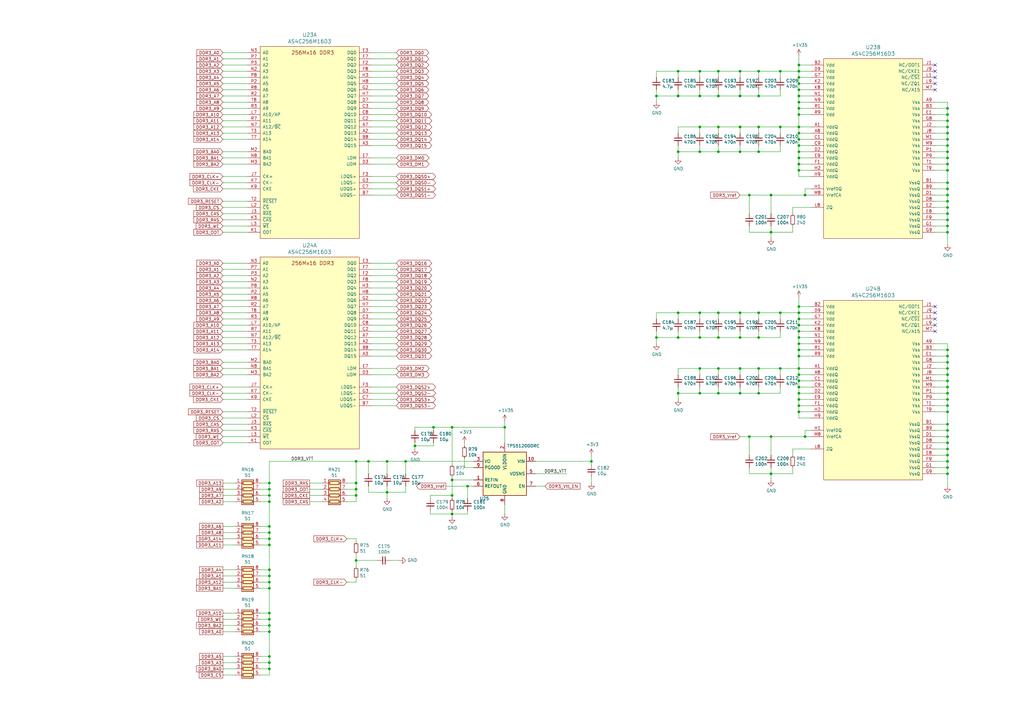
<source format=kicad_sch>
(kicad_sch (version 20210621) (generator eeschema)

  (uuid 92f38ee3-1451-455f-9ab0-71adc048eca9)

  (paper "A3")

  

  (junction (at 110.49 198.12) (diameter 0) (color 0 0 0 0))
  (junction (at 110.49 200.66) (diameter 0) (color 0 0 0 0))
  (junction (at 110.49 203.2) (diameter 0) (color 0 0 0 0))
  (junction (at 110.49 205.74) (diameter 0) (color 0 0 0 0))
  (junction (at 110.49 215.9) (diameter 0) (color 0 0 0 0))
  (junction (at 110.49 218.44) (diameter 0) (color 0 0 0 0))
  (junction (at 110.49 220.98) (diameter 0) (color 0 0 0 0))
  (junction (at 110.49 223.52) (diameter 0) (color 0 0 0 0))
  (junction (at 110.49 233.68) (diameter 0) (color 0 0 0 0))
  (junction (at 110.49 236.22) (diameter 0) (color 0 0 0 0))
  (junction (at 110.49 238.76) (diameter 0) (color 0 0 0 0))
  (junction (at 110.49 241.3) (diameter 0) (color 0 0 0 0))
  (junction (at 110.49 251.46) (diameter 0) (color 0 0 0 0))
  (junction (at 110.49 254) (diameter 0) (color 0 0 0 0))
  (junction (at 110.49 256.54) (diameter 0) (color 0 0 0 0))
  (junction (at 110.49 259.08) (diameter 0) (color 0 0 0 0))
  (junction (at 110.49 269.24) (diameter 0) (color 0 0 0 0))
  (junction (at 110.49 271.78) (diameter 0) (color 0 0 0 0))
  (junction (at 110.49 274.32) (diameter 0) (color 0 0 0 0))
  (junction (at 146.05 189.23) (diameter 0) (color 0 0 0 0))
  (junction (at 146.05 198.12) (diameter 0) (color 0 0 0 0))
  (junction (at 146.05 200.66) (diameter 0) (color 0 0 0 0))
  (junction (at 146.05 203.2) (diameter 0) (color 0 0 0 0))
  (junction (at 146.05 229.87) (diameter 0) (color 0 0 0 0))
  (junction (at 151.13 189.23) (diameter 0) (color 0 0 0 0))
  (junction (at 158.75 189.23) (diameter 0) (color 0 0 0 0))
  (junction (at 158.75 201.93) (diameter 0) (color 0 0 0 0))
  (junction (at 166.37 189.23) (diameter 0) (color 0 0 0 0))
  (junction (at 170.18 182.88) (diameter 0) (color 0 0 0 0))
  (junction (at 177.8 175.26) (diameter 0) (color 0 0 0 0))
  (junction (at 185.42 175.26) (diameter 0) (color 0 0 0 0))
  (junction (at 185.42 196.85) (diameter 0) (color 0 0 0 0))
  (junction (at 185.42 203.2) (diameter 0) (color 0 0 0 0))
  (junction (at 185.42 210.82) (diameter 0) (color 0 0 0 0))
  (junction (at 191.77 199.39) (diameter 0) (color 0 0 0 0))
  (junction (at 207.01 175.26) (diameter 0) (color 0 0 0 0))
  (junction (at 242.57 189.23) (diameter 0) (color 0 0 0 0))
  (junction (at 269.24 39.37) (diameter 0) (color 0 0 0 0))
  (junction (at 269.24 138.43) (diameter 0) (color 0 0 0 0))
  (junction (at 278.13 29.21) (diameter 0) (color 0 0 0 0))
  (junction (at 278.13 39.37) (diameter 0) (color 0 0 0 0))
  (junction (at 278.13 62.23) (diameter 0) (color 0 0 0 0))
  (junction (at 278.13 128.27) (diameter 0) (color 0 0 0 0))
  (junction (at 278.13 138.43) (diameter 0) (color 0 0 0 0))
  (junction (at 278.13 161.29) (diameter 0) (color 0 0 0 0))
  (junction (at 287.02 29.21) (diameter 0) (color 0 0 0 0))
  (junction (at 287.02 39.37) (diameter 0) (color 0 0 0 0))
  (junction (at 287.02 52.07) (diameter 0) (color 0 0 0 0))
  (junction (at 287.02 62.23) (diameter 0) (color 0 0 0 0))
  (junction (at 287.02 128.27) (diameter 0) (color 0 0 0 0))
  (junction (at 287.02 138.43) (diameter 0) (color 0 0 0 0))
  (junction (at 287.02 151.13) (diameter 0) (color 0 0 0 0))
  (junction (at 287.02 161.29) (diameter 0) (color 0 0 0 0))
  (junction (at 294.64 29.21) (diameter 0) (color 0 0 0 0))
  (junction (at 294.64 39.37) (diameter 0) (color 0 0 0 0))
  (junction (at 294.64 52.07) (diameter 0) (color 0 0 0 0))
  (junction (at 294.64 62.23) (diameter 0) (color 0 0 0 0))
  (junction (at 294.64 128.27) (diameter 0) (color 0 0 0 0))
  (junction (at 294.64 138.43) (diameter 0) (color 0 0 0 0))
  (junction (at 294.64 151.13) (diameter 0) (color 0 0 0 0))
  (junction (at 294.64 161.29) (diameter 0) (color 0 0 0 0))
  (junction (at 303.53 29.21) (diameter 0) (color 0 0 0 0))
  (junction (at 303.53 39.37) (diameter 0) (color 0 0 0 0))
  (junction (at 303.53 52.07) (diameter 0) (color 0 0 0 0))
  (junction (at 303.53 62.23) (diameter 0) (color 0 0 0 0))
  (junction (at 303.53 128.27) (diameter 0) (color 0 0 0 0))
  (junction (at 303.53 138.43) (diameter 0) (color 0 0 0 0))
  (junction (at 303.53 151.13) (diameter 0) (color 0 0 0 0))
  (junction (at 303.53 161.29) (diameter 0) (color 0 0 0 0))
  (junction (at 307.34 80.01) (diameter 0) (color 0 0 0 0))
  (junction (at 307.34 179.07) (diameter 0) (color 0 0 0 0))
  (junction (at 311.15 29.21) (diameter 0) (color 0 0 0 0))
  (junction (at 311.15 39.37) (diameter 0) (color 0 0 0 0))
  (junction (at 311.15 52.07) (diameter 0) (color 0 0 0 0))
  (junction (at 311.15 62.23) (diameter 0) (color 0 0 0 0))
  (junction (at 311.15 128.27) (diameter 0) (color 0 0 0 0))
  (junction (at 311.15 138.43) (diameter 0) (color 0 0 0 0))
  (junction (at 311.15 151.13) (diameter 0) (color 0 0 0 0))
  (junction (at 311.15 161.29) (diameter 0) (color 0 0 0 0))
  (junction (at 316.23 80.01) (diameter 0) (color 0 0 0 0))
  (junction (at 316.23 95.25) (diameter 0) (color 0 0 0 0))
  (junction (at 316.23 179.07) (diameter 0) (color 0 0 0 0))
  (junction (at 316.23 194.31) (diameter 0) (color 0 0 0 0))
  (junction (at 320.04 29.21) (diameter 0) (color 0 0 0 0))
  (junction (at 320.04 52.07) (diameter 0) (color 0 0 0 0))
  (junction (at 320.04 128.27) (diameter 0) (color 0 0 0 0))
  (junction (at 320.04 151.13) (diameter 0) (color 0 0 0 0))
  (junction (at 327.66 26.67) (diameter 0) (color 0 0 0 0))
  (junction (at 327.66 29.21) (diameter 0) (color 0 0 0 0))
  (junction (at 327.66 31.75) (diameter 0) (color 0 0 0 0))
  (junction (at 327.66 34.29) (diameter 0) (color 0 0 0 0))
  (junction (at 327.66 36.83) (diameter 0) (color 0 0 0 0))
  (junction (at 327.66 39.37) (diameter 0) (color 0 0 0 0))
  (junction (at 327.66 41.91) (diameter 0) (color 0 0 0 0))
  (junction (at 327.66 44.45) (diameter 0) (color 0 0 0 0))
  (junction (at 327.66 46.99) (diameter 0) (color 0 0 0 0))
  (junction (at 327.66 52.07) (diameter 0) (color 0 0 0 0))
  (junction (at 327.66 54.61) (diameter 0) (color 0 0 0 0))
  (junction (at 327.66 57.15) (diameter 0) (color 0 0 0 0))
  (junction (at 327.66 59.69) (diameter 0) (color 0 0 0 0))
  (junction (at 327.66 62.23) (diameter 0) (color 0 0 0 0))
  (junction (at 327.66 64.77) (diameter 0) (color 0 0 0 0))
  (junction (at 327.66 67.31) (diameter 0) (color 0 0 0 0))
  (junction (at 327.66 69.85) (diameter 0) (color 0 0 0 0))
  (junction (at 327.66 125.73) (diameter 0) (color 0 0 0 0))
  (junction (at 327.66 128.27) (diameter 0) (color 0 0 0 0))
  (junction (at 327.66 130.81) (diameter 0) (color 0 0 0 0))
  (junction (at 327.66 133.35) (diameter 0) (color 0 0 0 0))
  (junction (at 327.66 135.89) (diameter 0) (color 0 0 0 0))
  (junction (at 327.66 138.43) (diameter 0) (color 0 0 0 0))
  (junction (at 327.66 140.97) (diameter 0) (color 0 0 0 0))
  (junction (at 327.66 143.51) (diameter 0) (color 0 0 0 0))
  (junction (at 327.66 146.05) (diameter 0) (color 0 0 0 0))
  (junction (at 327.66 151.13) (diameter 0) (color 0 0 0 0))
  (junction (at 327.66 153.67) (diameter 0) (color 0 0 0 0))
  (junction (at 327.66 156.21) (diameter 0) (color 0 0 0 0))
  (junction (at 327.66 158.75) (diameter 0) (color 0 0 0 0))
  (junction (at 327.66 161.29) (diameter 0) (color 0 0 0 0))
  (junction (at 327.66 163.83) (diameter 0) (color 0 0 0 0))
  (junction (at 327.66 166.37) (diameter 0) (color 0 0 0 0))
  (junction (at 327.66 168.91) (diameter 0) (color 0 0 0 0))
  (junction (at 330.2 80.01) (diameter 0) (color 0 0 0 0))
  (junction (at 330.2 179.07) (diameter 0) (color 0 0 0 0))
  (junction (at 388.62 44.45) (diameter 0) (color 0 0 0 0))
  (junction (at 388.62 46.99) (diameter 0) (color 0 0 0 0))
  (junction (at 388.62 49.53) (diameter 0) (color 0 0 0 0))
  (junction (at 388.62 52.07) (diameter 0) (color 0 0 0 0))
  (junction (at 388.62 54.61) (diameter 0) (color 0 0 0 0))
  (junction (at 388.62 57.15) (diameter 0) (color 0 0 0 0))
  (junction (at 388.62 59.69) (diameter 0) (color 0 0 0 0))
  (junction (at 388.62 62.23) (diameter 0) (color 0 0 0 0))
  (junction (at 388.62 64.77) (diameter 0) (color 0 0 0 0))
  (junction (at 388.62 67.31) (diameter 0) (color 0 0 0 0))
  (junction (at 388.62 69.85) (diameter 0) (color 0 0 0 0))
  (junction (at 388.62 74.93) (diameter 0) (color 0 0 0 0))
  (junction (at 388.62 77.47) (diameter 0) (color 0 0 0 0))
  (junction (at 388.62 80.01) (diameter 0) (color 0 0 0 0))
  (junction (at 388.62 82.55) (diameter 0) (color 0 0 0 0))
  (junction (at 388.62 85.09) (diameter 0) (color 0 0 0 0))
  (junction (at 388.62 87.63) (diameter 0) (color 0 0 0 0))
  (junction (at 388.62 90.17) (diameter 0) (color 0 0 0 0))
  (junction (at 388.62 92.71) (diameter 0) (color 0 0 0 0))
  (junction (at 388.62 95.25) (diameter 0) (color 0 0 0 0))
  (junction (at 388.62 143.51) (diameter 0) (color 0 0 0 0))
  (junction (at 388.62 146.05) (diameter 0) (color 0 0 0 0))
  (junction (at 388.62 148.59) (diameter 0) (color 0 0 0 0))
  (junction (at 388.62 151.13) (diameter 0) (color 0 0 0 0))
  (junction (at 388.62 153.67) (diameter 0) (color 0 0 0 0))
  (junction (at 388.62 156.21) (diameter 0) (color 0 0 0 0))
  (junction (at 388.62 158.75) (diameter 0) (color 0 0 0 0))
  (junction (at 388.62 161.29) (diameter 0) (color 0 0 0 0))
  (junction (at 388.62 163.83) (diameter 0) (color 0 0 0 0))
  (junction (at 388.62 166.37) (diameter 0) (color 0 0 0 0))
  (junction (at 388.62 168.91) (diameter 0) (color 0 0 0 0))
  (junction (at 388.62 173.99) (diameter 0) (color 0 0 0 0))
  (junction (at 388.62 176.53) (diameter 0) (color 0 0 0 0))
  (junction (at 388.62 179.07) (diameter 0) (color 0 0 0 0))
  (junction (at 388.62 181.61) (diameter 0) (color 0 0 0 0))
  (junction (at 388.62 184.15) (diameter 0) (color 0 0 0 0))
  (junction (at 388.62 186.69) (diameter 0) (color 0 0 0 0))
  (junction (at 388.62 189.23) (diameter 0) (color 0 0 0 0))
  (junction (at 388.62 191.77) (diameter 0) (color 0 0 0 0))
  (junction (at 388.62 194.31) (diameter 0) (color 0 0 0 0))

  (no_connect (at 383.54 26.67) (uuid 9bfbbbce-047f-4558-ac8a-5da04907faa7))
  (no_connect (at 383.54 29.21) (uuid d35a7c3e-f3fd-439e-9988-bbc69324ef50))
  (no_connect (at 383.54 31.75) (uuid f5b2e0b7-a73c-42d0-944d-50efb4f3888e))
  (no_connect (at 383.54 34.29) (uuid fd2588c5-b7a0-40f7-ac17-5a70d2b9c7e4))
  (no_connect (at 383.54 36.83) (uuid 76651a0a-215a-4f9a-aa44-df194350b9f2))
  (no_connect (at 383.54 125.73) (uuid c869dd0e-034e-414a-b0d8-d834c28db6c6))
  (no_connect (at 383.54 128.27) (uuid c4c75a3c-fc1e-4000-b844-1fe612cbbe62))
  (no_connect (at 383.54 130.81) (uuid 5448e1a2-be8e-49ed-9be5-51592215418b))
  (no_connect (at 383.54 133.35) (uuid 3490a07f-da48-4aff-a47b-40c036dd8d87))
  (no_connect (at 383.54 135.89) (uuid 291e003e-5d7b-49ef-98fc-9e8205e4a1ee))

  (wire (pts (xy 91.44 21.59) (xy 101.6 21.59))
    (stroke (width 0) (type default) (color 0 0 0 0))
    (uuid 7baef5c3-a917-4a73-bcaa-ad49a674b89e)
  )
  (wire (pts (xy 91.44 24.13) (xy 101.6 24.13))
    (stroke (width 0) (type default) (color 0 0 0 0))
    (uuid 811aa4c7-5cce-4486-ac32-7d646e8894df)
  )
  (wire (pts (xy 91.44 26.67) (xy 101.6 26.67))
    (stroke (width 0) (type default) (color 0 0 0 0))
    (uuid db05e72d-7d32-4e39-9895-ceed19bad308)
  )
  (wire (pts (xy 91.44 29.21) (xy 101.6 29.21))
    (stroke (width 0) (type default) (color 0 0 0 0))
    (uuid 287bbb08-0343-4fe4-81a1-6d86594890db)
  )
  (wire (pts (xy 91.44 31.75) (xy 101.6 31.75))
    (stroke (width 0) (type default) (color 0 0 0 0))
    (uuid ac925e86-8f79-44e7-9751-08eb0f8fa045)
  )
  (wire (pts (xy 91.44 34.29) (xy 101.6 34.29))
    (stroke (width 0) (type default) (color 0 0 0 0))
    (uuid 6d7647a9-1816-4c29-82c5-7f98ad6b66cd)
  )
  (wire (pts (xy 91.44 36.83) (xy 101.6 36.83))
    (stroke (width 0) (type default) (color 0 0 0 0))
    (uuid 925f9b23-8360-4890-b519-e5d960546eb6)
  )
  (wire (pts (xy 91.44 39.37) (xy 101.6 39.37))
    (stroke (width 0) (type default) (color 0 0 0 0))
    (uuid eb014de4-0135-4ec5-9fff-89130cb29a1e)
  )
  (wire (pts (xy 91.44 41.91) (xy 101.6 41.91))
    (stroke (width 0) (type default) (color 0 0 0 0))
    (uuid 6d35be07-b600-4c3a-81d5-a2f2b9fee2bd)
  )
  (wire (pts (xy 91.44 44.45) (xy 101.6 44.45))
    (stroke (width 0) (type default) (color 0 0 0 0))
    (uuid 6f41170a-011b-426e-963c-57a26349b833)
  )
  (wire (pts (xy 91.44 46.99) (xy 101.6 46.99))
    (stroke (width 0) (type default) (color 0 0 0 0))
    (uuid 253b9bc8-2b29-4604-8fba-a5619448eb89)
  )
  (wire (pts (xy 91.44 49.53) (xy 101.6 49.53))
    (stroke (width 0) (type default) (color 0 0 0 0))
    (uuid 93ae2b3f-2076-4333-af74-7f7ea3e8a3aa)
  )
  (wire (pts (xy 91.44 52.07) (xy 101.6 52.07))
    (stroke (width 0) (type default) (color 0 0 0 0))
    (uuid 0ec66103-09a1-4cc2-aefa-f704f12918e3)
  )
  (wire (pts (xy 91.44 54.61) (xy 101.6 54.61))
    (stroke (width 0) (type default) (color 0 0 0 0))
    (uuid d066258e-79bf-45ea-9b68-b599c676a021)
  )
  (wire (pts (xy 91.44 57.15) (xy 101.6 57.15))
    (stroke (width 0) (type default) (color 0 0 0 0))
    (uuid 989b912f-1c52-468d-938d-dc9bffa807a9)
  )
  (wire (pts (xy 91.44 62.23) (xy 101.6 62.23))
    (stroke (width 0) (type default) (color 0 0 0 0))
    (uuid 706a3e5e-3d60-4281-99b8-854108d09315)
  )
  (wire (pts (xy 91.44 64.77) (xy 101.6 64.77))
    (stroke (width 0) (type default) (color 0 0 0 0))
    (uuid 0ac9c142-49e6-4dc6-8435-7ba1a977d64d)
  )
  (wire (pts (xy 91.44 67.31) (xy 101.6 67.31))
    (stroke (width 0) (type default) (color 0 0 0 0))
    (uuid b3ce3bd2-99a5-4f60-9150-4845d952fa19)
  )
  (wire (pts (xy 91.44 72.39) (xy 101.6 72.39))
    (stroke (width 0) (type default) (color 0 0 0 0))
    (uuid a5c38774-7c9b-49e6-83f4-f9350312fc97)
  )
  (wire (pts (xy 91.44 74.93) (xy 101.6 74.93))
    (stroke (width 0) (type default) (color 0 0 0 0))
    (uuid c1e90355-ccd0-41c0-b19f-36004770ee31)
  )
  (wire (pts (xy 91.44 77.47) (xy 101.6 77.47))
    (stroke (width 0) (type default) (color 0 0 0 0))
    (uuid 8d2de2d9-0e90-43c6-8723-2633735c6d64)
  )
  (wire (pts (xy 91.44 82.55) (xy 101.6 82.55))
    (stroke (width 0) (type default) (color 0 0 0 0))
    (uuid 615b06a9-f325-4bd3-80a8-497b6037ce4d)
  )
  (wire (pts (xy 91.44 85.09) (xy 101.6 85.09))
    (stroke (width 0) (type default) (color 0 0 0 0))
    (uuid 7bcb19ed-f249-4b48-93c5-5cfc100096fc)
  )
  (wire (pts (xy 91.44 87.63) (xy 101.6 87.63))
    (stroke (width 0) (type default) (color 0 0 0 0))
    (uuid f2c38a61-ff65-4b81-8d60-aab2cb9f7f63)
  )
  (wire (pts (xy 91.44 90.17) (xy 101.6 90.17))
    (stroke (width 0) (type default) (color 0 0 0 0))
    (uuid cb96d325-25fd-4343-ad03-4ef293433910)
  )
  (wire (pts (xy 91.44 92.71) (xy 101.6 92.71))
    (stroke (width 0) (type default) (color 0 0 0 0))
    (uuid 20952d3f-e064-4c50-9242-62adab378165)
  )
  (wire (pts (xy 91.44 95.25) (xy 101.6 95.25))
    (stroke (width 0) (type default) (color 0 0 0 0))
    (uuid 4840b0d1-d974-48e6-bcaa-da2c1ad5b155)
  )
  (wire (pts (xy 91.44 107.95) (xy 101.6 107.95))
    (stroke (width 0) (type default) (color 0 0 0 0))
    (uuid e577efb0-0183-4389-b4cd-187ec9a95241)
  )
  (wire (pts (xy 91.44 110.49) (xy 101.6 110.49))
    (stroke (width 0) (type default) (color 0 0 0 0))
    (uuid cb496565-b82a-4040-ba5a-96a8a3a06d5e)
  )
  (wire (pts (xy 91.44 113.03) (xy 101.6 113.03))
    (stroke (width 0) (type default) (color 0 0 0 0))
    (uuid 96f64115-1aba-4eaf-b1f3-7a39412a3c14)
  )
  (wire (pts (xy 91.44 115.57) (xy 101.6 115.57))
    (stroke (width 0) (type default) (color 0 0 0 0))
    (uuid 14091ba4-feaa-4b83-9460-ae344f07c59e)
  )
  (wire (pts (xy 91.44 118.11) (xy 101.6 118.11))
    (stroke (width 0) (type default) (color 0 0 0 0))
    (uuid e4828018-d2b9-47c5-972c-5c220d79f0c6)
  )
  (wire (pts (xy 91.44 120.65) (xy 101.6 120.65))
    (stroke (width 0) (type default) (color 0 0 0 0))
    (uuid d5ff34ac-5972-48e1-8baf-a0bbb49230c3)
  )
  (wire (pts (xy 91.44 123.19) (xy 101.6 123.19))
    (stroke (width 0) (type default) (color 0 0 0 0))
    (uuid 527b2882-8925-4907-970c-c7961b607ec3)
  )
  (wire (pts (xy 91.44 125.73) (xy 101.6 125.73))
    (stroke (width 0) (type default) (color 0 0 0 0))
    (uuid 5fe6d245-a3cd-42b1-9ecf-e5fc24473e05)
  )
  (wire (pts (xy 91.44 128.27) (xy 101.6 128.27))
    (stroke (width 0) (type default) (color 0 0 0 0))
    (uuid 0cd20a59-d341-4d66-8f13-b3e35b455d97)
  )
  (wire (pts (xy 91.44 130.81) (xy 101.6 130.81))
    (stroke (width 0) (type default) (color 0 0 0 0))
    (uuid 19bbf67b-7aff-4341-976d-40b9b1ed904d)
  )
  (wire (pts (xy 91.44 133.35) (xy 101.6 133.35))
    (stroke (width 0) (type default) (color 0 0 0 0))
    (uuid d2dc825d-8ff9-4db2-a863-7d6330555ed4)
  )
  (wire (pts (xy 91.44 135.89) (xy 101.6 135.89))
    (stroke (width 0) (type default) (color 0 0 0 0))
    (uuid e16bf207-9e22-4982-a716-43a7f6725e2c)
  )
  (wire (pts (xy 91.44 138.43) (xy 101.6 138.43))
    (stroke (width 0) (type default) (color 0 0 0 0))
    (uuid 6a8ed9d2-06e9-42e0-a83c-07bf755c736c)
  )
  (wire (pts (xy 91.44 140.97) (xy 101.6 140.97))
    (stroke (width 0) (type default) (color 0 0 0 0))
    (uuid 97872523-6fd5-4a07-8be5-1c31513eb854)
  )
  (wire (pts (xy 91.44 143.51) (xy 101.6 143.51))
    (stroke (width 0) (type default) (color 0 0 0 0))
    (uuid b108f005-7ed8-4e34-b44e-cda4a6fd56de)
  )
  (wire (pts (xy 91.44 148.59) (xy 101.6 148.59))
    (stroke (width 0) (type default) (color 0 0 0 0))
    (uuid 038b912a-13c9-4215-a390-c7171fc62097)
  )
  (wire (pts (xy 91.44 151.13) (xy 101.6 151.13))
    (stroke (width 0) (type default) (color 0 0 0 0))
    (uuid 9540bd30-b595-48d0-b523-eef18095b03d)
  )
  (wire (pts (xy 91.44 153.67) (xy 101.6 153.67))
    (stroke (width 0) (type default) (color 0 0 0 0))
    (uuid 30661ef4-ee88-4ee7-a9cd-552c9fb5a6d7)
  )
  (wire (pts (xy 91.44 158.75) (xy 101.6 158.75))
    (stroke (width 0) (type default) (color 0 0 0 0))
    (uuid 16aa3b29-e664-4c4e-95be-cc12b4af9272)
  )
  (wire (pts (xy 91.44 161.29) (xy 101.6 161.29))
    (stroke (width 0) (type default) (color 0 0 0 0))
    (uuid 58242f7b-895a-4bbc-9227-3b55a11e3367)
  )
  (wire (pts (xy 91.44 163.83) (xy 101.6 163.83))
    (stroke (width 0) (type default) (color 0 0 0 0))
    (uuid b444222f-8767-406d-acf5-4ec9709f6853)
  )
  (wire (pts (xy 91.44 168.91) (xy 101.6 168.91))
    (stroke (width 0) (type default) (color 0 0 0 0))
    (uuid 0320ae58-88a3-4379-95a6-fe015dbd1d70)
  )
  (wire (pts (xy 91.44 171.45) (xy 101.6 171.45))
    (stroke (width 0) (type default) (color 0 0 0 0))
    (uuid 79e26e87-a295-4423-9117-3769eed1acf5)
  )
  (wire (pts (xy 91.44 173.99) (xy 101.6 173.99))
    (stroke (width 0) (type default) (color 0 0 0 0))
    (uuid 24756f2a-f564-4c6b-bc4c-2a8c1c08ce69)
  )
  (wire (pts (xy 91.44 176.53) (xy 101.6 176.53))
    (stroke (width 0) (type default) (color 0 0 0 0))
    (uuid 62132de9-2abf-4739-815c-180acce1d092)
  )
  (wire (pts (xy 91.44 179.07) (xy 101.6 179.07))
    (stroke (width 0) (type default) (color 0 0 0 0))
    (uuid e3370d35-b0c4-4cf4-9a6f-e58be4e73a7c)
  )
  (wire (pts (xy 91.44 181.61) (xy 101.6 181.61))
    (stroke (width 0) (type default) (color 0 0 0 0))
    (uuid ed119266-afd3-4d45-9f85-5317c130dddd)
  )
  (wire (pts (xy 91.44 198.12) (xy 96.52 198.12))
    (stroke (width 0) (type default) (color 0 0 0 0))
    (uuid 9f543363-d73f-4042-a429-05eb93cd3847)
  )
  (wire (pts (xy 91.44 200.66) (xy 96.52 200.66))
    (stroke (width 0) (type default) (color 0 0 0 0))
    (uuid b018aaf7-ca7c-43f8-a86f-c81d64ca37c0)
  )
  (wire (pts (xy 91.44 203.2) (xy 96.52 203.2))
    (stroke (width 0) (type default) (color 0 0 0 0))
    (uuid ff60c592-31dc-46ec-8512-1ce93a15365c)
  )
  (wire (pts (xy 91.44 215.9) (xy 96.52 215.9))
    (stroke (width 0) (type default) (color 0 0 0 0))
    (uuid 6e6472af-9348-4617-ace1-4313c784c285)
  )
  (wire (pts (xy 91.44 218.44) (xy 96.52 218.44))
    (stroke (width 0) (type default) (color 0 0 0 0))
    (uuid 7eba7187-2292-46a4-8449-327b9544f651)
  )
  (wire (pts (xy 91.44 220.98) (xy 96.52 220.98))
    (stroke (width 0) (type default) (color 0 0 0 0))
    (uuid ae979c49-064b-4583-89d7-2923d5606b0a)
  )
  (wire (pts (xy 91.44 223.52) (xy 96.52 223.52))
    (stroke (width 0) (type default) (color 0 0 0 0))
    (uuid 7b8c0a97-6f0e-4a69-b562-ab48a1a84b63)
  )
  (wire (pts (xy 91.44 233.68) (xy 96.52 233.68))
    (stroke (width 0) (type default) (color 0 0 0 0))
    (uuid fb5a1869-f979-46c0-a478-a6bf0dff9295)
  )
  (wire (pts (xy 91.44 238.76) (xy 96.52 238.76))
    (stroke (width 0) (type default) (color 0 0 0 0))
    (uuid 1f1095b9-706f-4433-9d7b-ed157b4db663)
  )
  (wire (pts (xy 91.44 251.46) (xy 96.52 251.46))
    (stroke (width 0) (type default) (color 0 0 0 0))
    (uuid 300dd1e3-5e81-492f-8550-6e32b023e031)
  )
  (wire (pts (xy 91.44 256.54) (xy 96.52 256.54))
    (stroke (width 0) (type default) (color 0 0 0 0))
    (uuid 7411f995-a429-4091-9f7a-541e3a35b9e5)
  )
  (wire (pts (xy 91.44 259.08) (xy 96.52 259.08))
    (stroke (width 0) (type default) (color 0 0 0 0))
    (uuid 6aba538d-475d-4b22-80c1-ae00a6009749)
  )
  (wire (pts (xy 91.44 269.24) (xy 96.52 269.24))
    (stroke (width 0) (type default) (color 0 0 0 0))
    (uuid b4faa31f-4f52-41d1-be2c-5f3efdaecd58)
  )
  (wire (pts (xy 91.44 274.32) (xy 96.52 274.32))
    (stroke (width 0) (type default) (color 0 0 0 0))
    (uuid bea733a7-6380-49cb-98e6-6ac4a6787553)
  )
  (wire (pts (xy 91.44 276.86) (xy 96.52 276.86))
    (stroke (width 0) (type default) (color 0 0 0 0))
    (uuid a338bb5a-d9b7-440d-bed0-e040a5046562)
  )
  (wire (pts (xy 96.52 205.74) (xy 91.44 205.74))
    (stroke (width 0) (type default) (color 0 0 0 0))
    (uuid 30b268b0-4baf-469a-b888-5c866f22436b)
  )
  (wire (pts (xy 96.52 236.22) (xy 91.44 236.22))
    (stroke (width 0) (type default) (color 0 0 0 0))
    (uuid 3515a562-cb16-42a1-9b02-a31e2a0215fb)
  )
  (wire (pts (xy 96.52 241.3) (xy 91.44 241.3))
    (stroke (width 0) (type default) (color 0 0 0 0))
    (uuid cc365f23-18fb-41fa-9a55-5670a996f05f)
  )
  (wire (pts (xy 96.52 254) (xy 91.44 254))
    (stroke (width 0) (type default) (color 0 0 0 0))
    (uuid 0a4b0abd-a7fd-452d-bc0c-d6a73e07fe4f)
  )
  (wire (pts (xy 96.52 271.78) (xy 91.44 271.78))
    (stroke (width 0) (type default) (color 0 0 0 0))
    (uuid 19c5daa0-c2ae-4283-bf88-7271fcf1ec7c)
  )
  (wire (pts (xy 106.68 198.12) (xy 110.49 198.12))
    (stroke (width 0) (type default) (color 0 0 0 0))
    (uuid b63a43d8-3d1f-4d57-b38e-0f49fb85459e)
  )
  (wire (pts (xy 106.68 200.66) (xy 110.49 200.66))
    (stroke (width 0) (type default) (color 0 0 0 0))
    (uuid 735b0d52-433c-4275-b27d-133e5e1b6f19)
  )
  (wire (pts (xy 106.68 203.2) (xy 110.49 203.2))
    (stroke (width 0) (type default) (color 0 0 0 0))
    (uuid 57664457-9228-483d-a775-1fd1c83139ca)
  )
  (wire (pts (xy 106.68 205.74) (xy 110.49 205.74))
    (stroke (width 0) (type default) (color 0 0 0 0))
    (uuid 2ffe8757-d107-4797-9f3b-14fc80ec424d)
  )
  (wire (pts (xy 106.68 218.44) (xy 110.49 218.44))
    (stroke (width 0) (type default) (color 0 0 0 0))
    (uuid e78e4941-2d31-45b1-a0a8-8f5b9b927be7)
  )
  (wire (pts (xy 106.68 223.52) (xy 110.49 223.52))
    (stroke (width 0) (type default) (color 0 0 0 0))
    (uuid 1c1729f6-acf9-4dbc-b8df-1f5cdc7a9781)
  )
  (wire (pts (xy 106.68 236.22) (xy 110.49 236.22))
    (stroke (width 0) (type default) (color 0 0 0 0))
    (uuid 7559e1e3-c279-4950-8640-4d64077ed99f)
  )
  (wire (pts (xy 106.68 241.3) (xy 110.49 241.3))
    (stroke (width 0) (type default) (color 0 0 0 0))
    (uuid 7fbcc6aa-1a7d-4a3a-92ca-774eba629345)
  )
  (wire (pts (xy 106.68 251.46) (xy 110.49 251.46))
    (stroke (width 0) (type default) (color 0 0 0 0))
    (uuid 8b9b8706-34ef-42bb-8c8e-d9d4547b1763)
  )
  (wire (pts (xy 106.68 254) (xy 110.49 254))
    (stroke (width 0) (type default) (color 0 0 0 0))
    (uuid ec8a8dca-2ed7-4ab5-bd49-8b75036337b4)
  )
  (wire (pts (xy 106.68 259.08) (xy 110.49 259.08))
    (stroke (width 0) (type default) (color 0 0 0 0))
    (uuid c20b2162-14bb-4b69-a71e-fb2d35132011)
  )
  (wire (pts (xy 106.68 271.78) (xy 110.49 271.78))
    (stroke (width 0) (type default) (color 0 0 0 0))
    (uuid 74db011b-16ff-4e0b-b309-bd878e9a4db7)
  )
  (wire (pts (xy 106.68 274.32) (xy 110.49 274.32))
    (stroke (width 0) (type default) (color 0 0 0 0))
    (uuid 4ab973f8-0a6f-4d0c-8cb9-a1052e9d5688)
  )
  (wire (pts (xy 110.49 189.23) (xy 146.05 189.23))
    (stroke (width 0) (type default) (color 0 0 0 0))
    (uuid 933f3c31-bd45-4178-98d7-12cca1167d09)
  )
  (wire (pts (xy 110.49 198.12) (xy 110.49 189.23))
    (stroke (width 0) (type default) (color 0 0 0 0))
    (uuid 9ba65ab1-6fa7-42c8-adf8-d9e19d0c4579)
  )
  (wire (pts (xy 110.49 198.12) (xy 110.49 200.66))
    (stroke (width 0) (type default) (color 0 0 0 0))
    (uuid 4b5a6d5a-c0a6-4b54-935c-9af1408fab07)
  )
  (wire (pts (xy 110.49 200.66) (xy 110.49 203.2))
    (stroke (width 0) (type default) (color 0 0 0 0))
    (uuid 7fc209c1-8248-4374-ad2b-d405b367cbdd)
  )
  (wire (pts (xy 110.49 203.2) (xy 110.49 205.74))
    (stroke (width 0) (type default) (color 0 0 0 0))
    (uuid 1727d07d-fc3b-4e8b-960c-61c56d7d2248)
  )
  (wire (pts (xy 110.49 205.74) (xy 110.49 215.9))
    (stroke (width 0) (type default) (color 0 0 0 0))
    (uuid 242ebe97-2604-41d7-9a03-2088b2298e43)
  )
  (wire (pts (xy 110.49 215.9) (xy 106.68 215.9))
    (stroke (width 0) (type default) (color 0 0 0 0))
    (uuid a7f333f7-2556-40ad-8c6d-6f0a960ad775)
  )
  (wire (pts (xy 110.49 215.9) (xy 110.49 218.44))
    (stroke (width 0) (type default) (color 0 0 0 0))
    (uuid 48288cde-97ac-4531-9f2b-86e65f8769a5)
  )
  (wire (pts (xy 110.49 218.44) (xy 110.49 220.98))
    (stroke (width 0) (type default) (color 0 0 0 0))
    (uuid 89c2ae91-8a3f-4c90-955d-af1641c18d57)
  )
  (wire (pts (xy 110.49 220.98) (xy 106.68 220.98))
    (stroke (width 0) (type default) (color 0 0 0 0))
    (uuid c42b9717-8194-4e1b-8298-32d3e67cda01)
  )
  (wire (pts (xy 110.49 220.98) (xy 110.49 223.52))
    (stroke (width 0) (type default) (color 0 0 0 0))
    (uuid a0d925ae-42b5-40ff-8579-87fac8c1b44f)
  )
  (wire (pts (xy 110.49 223.52) (xy 110.49 233.68))
    (stroke (width 0) (type default) (color 0 0 0 0))
    (uuid 33355822-f42c-4890-8a93-5a64375f0144)
  )
  (wire (pts (xy 110.49 233.68) (xy 106.68 233.68))
    (stroke (width 0) (type default) (color 0 0 0 0))
    (uuid 3128abe2-8a77-49cf-8cb5-62e84498def0)
  )
  (wire (pts (xy 110.49 233.68) (xy 110.49 236.22))
    (stroke (width 0) (type default) (color 0 0 0 0))
    (uuid ef2caa87-e9d1-41d1-9705-7f6e05c3a926)
  )
  (wire (pts (xy 110.49 236.22) (xy 110.49 238.76))
    (stroke (width 0) (type default) (color 0 0 0 0))
    (uuid c9e229d4-7020-44e4-84b0-fa548099a634)
  )
  (wire (pts (xy 110.49 238.76) (xy 106.68 238.76))
    (stroke (width 0) (type default) (color 0 0 0 0))
    (uuid cbb04eac-580d-478c-818a-322c33d1e147)
  )
  (wire (pts (xy 110.49 238.76) (xy 110.49 241.3))
    (stroke (width 0) (type default) (color 0 0 0 0))
    (uuid bb66b7f7-d120-482e-99c3-c8e2dbce97ac)
  )
  (wire (pts (xy 110.49 241.3) (xy 110.49 251.46))
    (stroke (width 0) (type default) (color 0 0 0 0))
    (uuid 9742c8b1-66ba-4d4a-adc0-e3a666264f2e)
  )
  (wire (pts (xy 110.49 251.46) (xy 110.49 254))
    (stroke (width 0) (type default) (color 0 0 0 0))
    (uuid e1849191-0636-4624-af01-e9ab41f90ee0)
  )
  (wire (pts (xy 110.49 254) (xy 110.49 256.54))
    (stroke (width 0) (type default) (color 0 0 0 0))
    (uuid 867f0786-def7-484a-9442-1c6973357aa9)
  )
  (wire (pts (xy 110.49 256.54) (xy 106.68 256.54))
    (stroke (width 0) (type default) (color 0 0 0 0))
    (uuid 6878d240-310a-4594-b56a-334f2d37058a)
  )
  (wire (pts (xy 110.49 256.54) (xy 110.49 259.08))
    (stroke (width 0) (type default) (color 0 0 0 0))
    (uuid 48f225b5-5d29-4660-86d2-0b9bd427dc5b)
  )
  (wire (pts (xy 110.49 259.08) (xy 110.49 269.24))
    (stroke (width 0) (type default) (color 0 0 0 0))
    (uuid f58afb3c-0fb4-4c81-bf91-a1739c5e5d6c)
  )
  (wire (pts (xy 110.49 269.24) (xy 106.68 269.24))
    (stroke (width 0) (type default) (color 0 0 0 0))
    (uuid c1d8644a-0d91-41ff-ae00-ba1be318baaa)
  )
  (wire (pts (xy 110.49 269.24) (xy 110.49 271.78))
    (stroke (width 0) (type default) (color 0 0 0 0))
    (uuid bc8975d6-b069-4160-9ffe-3b734f331f2b)
  )
  (wire (pts (xy 110.49 271.78) (xy 110.49 274.32))
    (stroke (width 0) (type default) (color 0 0 0 0))
    (uuid 5f973cc3-972d-42ed-a797-cf2c1290a0c2)
  )
  (wire (pts (xy 110.49 274.32) (xy 110.49 276.86))
    (stroke (width 0) (type default) (color 0 0 0 0))
    (uuid fe5aac28-f402-408a-8f04-56c87a18b0d3)
  )
  (wire (pts (xy 110.49 276.86) (xy 106.68 276.86))
    (stroke (width 0) (type default) (color 0 0 0 0))
    (uuid c1809363-aff3-4909-895e-9ef7e21fc96c)
  )
  (wire (pts (xy 127 200.66) (xy 132.08 200.66))
    (stroke (width 0) (type default) (color 0 0 0 0))
    (uuid 9ac38944-f8ae-41dd-b404-a92f21efde6b)
  )
  (wire (pts (xy 127 205.74) (xy 132.08 205.74))
    (stroke (width 0) (type default) (color 0 0 0 0))
    (uuid bffdb312-6ded-46bf-a1e4-67365266f410)
  )
  (wire (pts (xy 132.08 198.12) (xy 127 198.12))
    (stroke (width 0) (type default) (color 0 0 0 0))
    (uuid 253c23a8-4d19-4132-92b2-ff8bf936206d)
  )
  (wire (pts (xy 132.08 203.2) (xy 127 203.2))
    (stroke (width 0) (type default) (color 0 0 0 0))
    (uuid de444424-1a91-4ffc-9cd7-cf2869c95021)
  )
  (wire (pts (xy 142.24 198.12) (xy 146.05 198.12))
    (stroke (width 0) (type default) (color 0 0 0 0))
    (uuid 108181a3-049c-4c6a-b0d9-3723692d9d08)
  )
  (wire (pts (xy 142.24 200.66) (xy 146.05 200.66))
    (stroke (width 0) (type default) (color 0 0 0 0))
    (uuid 4a2f50ae-30a4-400e-b652-1ff10752b2fc)
  )
  (wire (pts (xy 142.24 205.74) (xy 146.05 205.74))
    (stroke (width 0) (type default) (color 0 0 0 0))
    (uuid 3d1dedd8-41a8-4f62-8ce4-875249e12eb4)
  )
  (wire (pts (xy 146.05 189.23) (xy 151.13 189.23))
    (stroke (width 0) (type default) (color 0 0 0 0))
    (uuid f1c6dfa0-2101-4dbe-a4d0-285d80841a02)
  )
  (wire (pts (xy 146.05 198.12) (xy 146.05 189.23))
    (stroke (width 0) (type default) (color 0 0 0 0))
    (uuid 17fb0ae0-ad73-4e2b-8de6-5601d70bcd72)
  )
  (wire (pts (xy 146.05 200.66) (xy 146.05 198.12))
    (stroke (width 0) (type default) (color 0 0 0 0))
    (uuid 96d00703-303c-4006-91c6-366362f25026)
  )
  (wire (pts (xy 146.05 200.66) (xy 146.05 203.2))
    (stroke (width 0) (type default) (color 0 0 0 0))
    (uuid 39623e08-0b5a-4c09-bd72-e41075ad1450)
  )
  (wire (pts (xy 146.05 203.2) (xy 142.24 203.2))
    (stroke (width 0) (type default) (color 0 0 0 0))
    (uuid 3181a682-db6a-4d32-a9df-6fd8ece6e622)
  )
  (wire (pts (xy 146.05 205.74) (xy 146.05 203.2))
    (stroke (width 0) (type default) (color 0 0 0 0))
    (uuid d5fcc469-3747-4b77-bb32-3ebb12de19b3)
  )
  (wire (pts (xy 146.05 220.98) (xy 142.24 220.98))
    (stroke (width 0) (type default) (color 0 0 0 0))
    (uuid d94f2d26-e036-444d-a0ab-a7cff2ac306d)
  )
  (wire (pts (xy 146.05 222.25) (xy 146.05 220.98))
    (stroke (width 0) (type default) (color 0 0 0 0))
    (uuid ebbe0965-8056-4d99-bb37-e84b67b1f41f)
  )
  (wire (pts (xy 146.05 229.87) (xy 146.05 227.33))
    (stroke (width 0) (type default) (color 0 0 0 0))
    (uuid c7bf9c2e-f42c-4c29-b827-7397e8d12c52)
  )
  (wire (pts (xy 146.05 232.41) (xy 146.05 229.87))
    (stroke (width 0) (type default) (color 0 0 0 0))
    (uuid 424735d3-248c-45e1-a190-af92236e49cc)
  )
  (wire (pts (xy 146.05 237.49) (xy 146.05 238.76))
    (stroke (width 0) (type default) (color 0 0 0 0))
    (uuid 1c2f864e-97a8-45de-8979-84585ee45c11)
  )
  (wire (pts (xy 146.05 238.76) (xy 142.24 238.76))
    (stroke (width 0) (type default) (color 0 0 0 0))
    (uuid 67e03cf0-0ed5-4259-a1b5-bf9dec3cf787)
  )
  (wire (pts (xy 151.13 189.23) (xy 158.75 189.23))
    (stroke (width 0) (type default) (color 0 0 0 0))
    (uuid 3e65bcf5-66b6-41aa-b747-33c1a42a5213)
  )
  (wire (pts (xy 151.13 194.31) (xy 151.13 189.23))
    (stroke (width 0) (type default) (color 0 0 0 0))
    (uuid 78035dcd-05ea-4c35-a783-765c4ada3899)
  )
  (wire (pts (xy 151.13 201.93) (xy 151.13 199.39))
    (stroke (width 0) (type default) (color 0 0 0 0))
    (uuid f7f2bd21-0ace-433a-b4f2-69e09718cb3a)
  )
  (wire (pts (xy 152.4 21.59) (xy 162.56 21.59))
    (stroke (width 0) (type default) (color 0 0 0 0))
    (uuid fa8fcd5b-93db-49b6-a558-b2edda70d4ff)
  )
  (wire (pts (xy 152.4 67.31) (xy 162.56 67.31))
    (stroke (width 0) (type default) (color 0 0 0 0))
    (uuid 3aaca4c2-340a-4c2e-969f-6fa5436a8536)
  )
  (wire (pts (xy 152.4 107.95) (xy 162.56 107.95))
    (stroke (width 0) (type default) (color 0 0 0 0))
    (uuid 69178e1a-b1f5-4368-8460-9f0050f9ef9f)
  )
  (wire (pts (xy 152.4 153.67) (xy 162.56 153.67))
    (stroke (width 0) (type default) (color 0 0 0 0))
    (uuid 13a55658-6a76-4033-9d26-90e6e0d9ffd7)
  )
  (wire (pts (xy 154.94 229.87) (xy 146.05 229.87))
    (stroke (width 0) (type default) (color 0 0 0 0))
    (uuid a8442d29-6599-44a1-affc-00f45314b426)
  )
  (wire (pts (xy 158.75 189.23) (xy 166.37 189.23))
    (stroke (width 0) (type default) (color 0 0 0 0))
    (uuid dbb23183-fb1d-447a-b315-defb7703b9e1)
  )
  (wire (pts (xy 158.75 194.31) (xy 158.75 189.23))
    (stroke (width 0) (type default) (color 0 0 0 0))
    (uuid 02bdde99-1adc-493c-8d7f-c9fcc8f8fb74)
  )
  (wire (pts (xy 158.75 199.39) (xy 158.75 201.93))
    (stroke (width 0) (type default) (color 0 0 0 0))
    (uuid 9435eafb-a7c4-47a8-bc54-52cf175e1c8d)
  )
  (wire (pts (xy 158.75 201.93) (xy 151.13 201.93))
    (stroke (width 0) (type default) (color 0 0 0 0))
    (uuid 99f72393-1ab8-4b92-ade1-2f6881bf26a4)
  )
  (wire (pts (xy 158.75 204.47) (xy 158.75 201.93))
    (stroke (width 0) (type default) (color 0 0 0 0))
    (uuid a5ce2c65-966e-4927-92c8-8e414e4b9c8c)
  )
  (wire (pts (xy 162.56 24.13) (xy 152.4 24.13))
    (stroke (width 0) (type default) (color 0 0 0 0))
    (uuid 7d86fad5-919c-4a10-84ad-842b236205f4)
  )
  (wire (pts (xy 162.56 26.67) (xy 152.4 26.67))
    (stroke (width 0) (type default) (color 0 0 0 0))
    (uuid 086f6ed9-a827-4e7e-90ff-0f88b3902e22)
  )
  (wire (pts (xy 162.56 29.21) (xy 152.4 29.21))
    (stroke (width 0) (type default) (color 0 0 0 0))
    (uuid be8d0e7f-60e3-4ab2-9cfa-91adf344a379)
  )
  (wire (pts (xy 162.56 31.75) (xy 152.4 31.75))
    (stroke (width 0) (type default) (color 0 0 0 0))
    (uuid 81135987-1668-4a55-8509-9a618169f35e)
  )
  (wire (pts (xy 162.56 34.29) (xy 152.4 34.29))
    (stroke (width 0) (type default) (color 0 0 0 0))
    (uuid 9be8831f-7ef2-49b4-9a60-3d77fac04805)
  )
  (wire (pts (xy 162.56 36.83) (xy 152.4 36.83))
    (stroke (width 0) (type default) (color 0 0 0 0))
    (uuid b161aa65-9aab-42c5-a77c-74ddd75640e4)
  )
  (wire (pts (xy 162.56 39.37) (xy 152.4 39.37))
    (stroke (width 0) (type default) (color 0 0 0 0))
    (uuid ea1481ef-9ac7-4998-87bf-0180419ec2ea)
  )
  (wire (pts (xy 162.56 41.91) (xy 152.4 41.91))
    (stroke (width 0) (type default) (color 0 0 0 0))
    (uuid 87812e07-9e9b-428a-b7a8-0a934c9566fc)
  )
  (wire (pts (xy 162.56 44.45) (xy 152.4 44.45))
    (stroke (width 0) (type default) (color 0 0 0 0))
    (uuid 18e18bd2-f61f-47c6-ba26-7466b225d4a0)
  )
  (wire (pts (xy 162.56 46.99) (xy 152.4 46.99))
    (stroke (width 0) (type default) (color 0 0 0 0))
    (uuid ca23ed87-105e-4b07-abba-aee5b66290d5)
  )
  (wire (pts (xy 162.56 49.53) (xy 152.4 49.53))
    (stroke (width 0) (type default) (color 0 0 0 0))
    (uuid 97ac5e72-a924-49ea-afa4-50edcb821af2)
  )
  (wire (pts (xy 162.56 52.07) (xy 152.4 52.07))
    (stroke (width 0) (type default) (color 0 0 0 0))
    (uuid 89223158-82f1-47f0-bcf6-9ffb642e37af)
  )
  (wire (pts (xy 162.56 54.61) (xy 152.4 54.61))
    (stroke (width 0) (type default) (color 0 0 0 0))
    (uuid 7274ed4d-f040-46c3-9f65-38c8dfe0e633)
  )
  (wire (pts (xy 162.56 57.15) (xy 152.4 57.15))
    (stroke (width 0) (type default) (color 0 0 0 0))
    (uuid a61895da-6831-481b-be69-91991f6ddc74)
  )
  (wire (pts (xy 162.56 59.69) (xy 152.4 59.69))
    (stroke (width 0) (type default) (color 0 0 0 0))
    (uuid db127863-872b-4e49-9038-b5181bf1f71b)
  )
  (wire (pts (xy 162.56 64.77) (xy 152.4 64.77))
    (stroke (width 0) (type default) (color 0 0 0 0))
    (uuid ae90de20-bbfb-4c27-96da-9d93e75f046d)
  )
  (wire (pts (xy 162.56 72.39) (xy 152.4 72.39))
    (stroke (width 0) (type default) (color 0 0 0 0))
    (uuid 39b1bc2f-6591-4de1-b1e2-6619f3e12db0)
  )
  (wire (pts (xy 162.56 74.93) (xy 152.4 74.93))
    (stroke (width 0) (type default) (color 0 0 0 0))
    (uuid 59d9a46b-6e18-40e3-ab63-2711af4f56da)
  )
  (wire (pts (xy 162.56 77.47) (xy 152.4 77.47))
    (stroke (width 0) (type default) (color 0 0 0 0))
    (uuid 3dd012e5-c763-4d51-a266-cc280ba1ee58)
  )
  (wire (pts (xy 162.56 80.01) (xy 152.4 80.01))
    (stroke (width 0) (type default) (color 0 0 0 0))
    (uuid 242adf6d-1713-4a4a-9c0e-a39a595075c8)
  )
  (wire (pts (xy 162.56 110.49) (xy 152.4 110.49))
    (stroke (width 0) (type default) (color 0 0 0 0))
    (uuid 9b25693c-bf18-41be-bce0-31164114f214)
  )
  (wire (pts (xy 162.56 113.03) (xy 152.4 113.03))
    (stroke (width 0) (type default) (color 0 0 0 0))
    (uuid 28940249-0454-46cf-bf9d-2adaacd4dda7)
  )
  (wire (pts (xy 162.56 115.57) (xy 152.4 115.57))
    (stroke (width 0) (type default) (color 0 0 0 0))
    (uuid 4d0d99e5-bc66-4429-bf3f-f403fdd522e6)
  )
  (wire (pts (xy 162.56 118.11) (xy 152.4 118.11))
    (stroke (width 0) (type default) (color 0 0 0 0))
    (uuid 606d06d7-4da2-4fc8-b7ce-aab4b59c3724)
  )
  (wire (pts (xy 162.56 120.65) (xy 152.4 120.65))
    (stroke (width 0) (type default) (color 0 0 0 0))
    (uuid e7e8e405-1905-4584-99d2-f57226e1a082)
  )
  (wire (pts (xy 162.56 123.19) (xy 152.4 123.19))
    (stroke (width 0) (type default) (color 0 0 0 0))
    (uuid 26af4d54-62e1-46d0-82a2-f29a99408170)
  )
  (wire (pts (xy 162.56 125.73) (xy 152.4 125.73))
    (stroke (width 0) (type default) (color 0 0 0 0))
    (uuid a11242a8-b158-4592-ab43-4ab08b42f53f)
  )
  (wire (pts (xy 162.56 128.27) (xy 152.4 128.27))
    (stroke (width 0) (type default) (color 0 0 0 0))
    (uuid 94a7e337-334b-41f3-9115-445623d6a7c1)
  )
  (wire (pts (xy 162.56 130.81) (xy 152.4 130.81))
    (stroke (width 0) (type default) (color 0 0 0 0))
    (uuid d694296d-00e0-4722-990a-009684bc9191)
  )
  (wire (pts (xy 162.56 133.35) (xy 152.4 133.35))
    (stroke (width 0) (type default) (color 0 0 0 0))
    (uuid e2990f12-ee27-49ba-be9e-2eec1058a29e)
  )
  (wire (pts (xy 162.56 135.89) (xy 152.4 135.89))
    (stroke (width 0) (type default) (color 0 0 0 0))
    (uuid bfff6389-d4eb-4fcc-94f6-15869f919e70)
  )
  (wire (pts (xy 162.56 138.43) (xy 152.4 138.43))
    (stroke (width 0) (type default) (color 0 0 0 0))
    (uuid 98632113-ad40-4126-bdff-354a3db61b90)
  )
  (wire (pts (xy 162.56 140.97) (xy 152.4 140.97))
    (stroke (width 0) (type default) (color 0 0 0 0))
    (uuid 1ad739c2-3d19-4070-a171-fcee743cc23a)
  )
  (wire (pts (xy 162.56 143.51) (xy 152.4 143.51))
    (stroke (width 0) (type default) (color 0 0 0 0))
    (uuid ddec4ddc-6a3c-4d78-9d84-998a74b9062c)
  )
  (wire (pts (xy 162.56 146.05) (xy 152.4 146.05))
    (stroke (width 0) (type default) (color 0 0 0 0))
    (uuid 1ee843ad-cd62-4b9d-9123-ad3c68a1f2f6)
  )
  (wire (pts (xy 162.56 151.13) (xy 152.4 151.13))
    (stroke (width 0) (type default) (color 0 0 0 0))
    (uuid 6b3714d7-54ca-4613-bf40-1f65132bdd75)
  )
  (wire (pts (xy 162.56 158.75) (xy 152.4 158.75))
    (stroke (width 0) (type default) (color 0 0 0 0))
    (uuid c7c49852-a619-47e8-8fd2-3f60fc3ee654)
  )
  (wire (pts (xy 162.56 161.29) (xy 152.4 161.29))
    (stroke (width 0) (type default) (color 0 0 0 0))
    (uuid b6842967-ccc7-41f0-acc7-3ae4e034f3dd)
  )
  (wire (pts (xy 162.56 163.83) (xy 152.4 163.83))
    (stroke (width 0) (type default) (color 0 0 0 0))
    (uuid 99416d36-e773-4fcf-8d6f-4e1309fe7613)
  )
  (wire (pts (xy 162.56 166.37) (xy 152.4 166.37))
    (stroke (width 0) (type default) (color 0 0 0 0))
    (uuid 506be967-5d3f-4a0a-b8fb-31413504b696)
  )
  (wire (pts (xy 163.83 229.87) (xy 160.02 229.87))
    (stroke (width 0) (type default) (color 0 0 0 0))
    (uuid 4932d48c-fea4-4320-9814-86660deb3975)
  )
  (wire (pts (xy 166.37 189.23) (xy 194.31 189.23))
    (stroke (width 0) (type default) (color 0 0 0 0))
    (uuid 707ab5a2-03b0-4f25-ac3f-a8ceccf2a0a0)
  )
  (wire (pts (xy 166.37 194.31) (xy 166.37 189.23))
    (stroke (width 0) (type default) (color 0 0 0 0))
    (uuid 16447bbc-2bae-41c8-8abb-3c2ae441c8a6)
  )
  (wire (pts (xy 166.37 199.39) (xy 166.37 201.93))
    (stroke (width 0) (type default) (color 0 0 0 0))
    (uuid cbaa48df-8066-47bd-8be4-7dd20e021871)
  )
  (wire (pts (xy 166.37 201.93) (xy 158.75 201.93))
    (stroke (width 0) (type default) (color 0 0 0 0))
    (uuid c7499739-23e2-49f1-a6aa-4ab89112f004)
  )
  (wire (pts (xy 170.18 175.26) (xy 177.8 175.26))
    (stroke (width 0) (type default) (color 0 0 0 0))
    (uuid fff3a0be-e897-4014-9f0c-54995f4b0e39)
  )
  (wire (pts (xy 170.18 176.53) (xy 170.18 175.26))
    (stroke (width 0) (type default) (color 0 0 0 0))
    (uuid 22822681-7161-40fd-9e5a-533dcc5549b5)
  )
  (wire (pts (xy 170.18 182.88) (xy 170.18 181.61))
    (stroke (width 0) (type default) (color 0 0 0 0))
    (uuid 7046e4c4-fce6-40b9-8704-152ceb026f44)
  )
  (wire (pts (xy 170.18 184.15) (xy 170.18 182.88))
    (stroke (width 0) (type default) (color 0 0 0 0))
    (uuid a32e2475-1a84-4d3f-ac95-c781f10683d9)
  )
  (wire (pts (xy 176.53 203.2) (xy 185.42 203.2))
    (stroke (width 0) (type default) (color 0 0 0 0))
    (uuid 087741ae-278d-4d98-9e00-2af26ae533b8)
  )
  (wire (pts (xy 176.53 204.47) (xy 176.53 203.2))
    (stroke (width 0) (type default) (color 0 0 0 0))
    (uuid 062de738-ba8d-4477-b4c7-1fb9677ea1a7)
  )
  (wire (pts (xy 176.53 210.82) (xy 176.53 209.55))
    (stroke (width 0) (type default) (color 0 0 0 0))
    (uuid 873c2074-a385-4482-ba82-c601c4b832ee)
  )
  (wire (pts (xy 177.8 175.26) (xy 185.42 175.26))
    (stroke (width 0) (type default) (color 0 0 0 0))
    (uuid 1b2499ab-2fb4-428b-b19a-061da728b6ce)
  )
  (wire (pts (xy 177.8 176.53) (xy 177.8 175.26))
    (stroke (width 0) (type default) (color 0 0 0 0))
    (uuid 38446463-ca09-43d2-b08c-fd343e50ab29)
  )
  (wire (pts (xy 177.8 181.61) (xy 177.8 182.88))
    (stroke (width 0) (type default) (color 0 0 0 0))
    (uuid 76f007f7-9875-46e4-a36d-9fffb4693e7c)
  )
  (wire (pts (xy 177.8 182.88) (xy 170.18 182.88))
    (stroke (width 0) (type default) (color 0 0 0 0))
    (uuid 606f6a80-32f1-456b-ac82-204413fab7bb)
  )
  (wire (pts (xy 182.88 199.39) (xy 191.77 199.39))
    (stroke (width 0) (type default) (color 0 0 0 0))
    (uuid 516d62c7-fd18-4c25-b6de-f4fdbcd57f1b)
  )
  (wire (pts (xy 185.42 175.26) (xy 185.42 190.5))
    (stroke (width 0) (type default) (color 0 0 0 0))
    (uuid 3c680466-5139-436c-a042-f63c191eaacf)
  )
  (wire (pts (xy 185.42 175.26) (xy 207.01 175.26))
    (stroke (width 0) (type default) (color 0 0 0 0))
    (uuid ecb74ecc-ee9d-4294-aab5-7dabe19810ad)
  )
  (wire (pts (xy 185.42 195.58) (xy 185.42 196.85))
    (stroke (width 0) (type default) (color 0 0 0 0))
    (uuid b649f51a-b9f3-4fe2-bd39-b1dca14b6903)
  )
  (wire (pts (xy 185.42 196.85) (xy 194.31 196.85))
    (stroke (width 0) (type default) (color 0 0 0 0))
    (uuid edd886af-1e41-4790-9288-0b30087dacf0)
  )
  (wire (pts (xy 185.42 203.2) (xy 185.42 196.85))
    (stroke (width 0) (type default) (color 0 0 0 0))
    (uuid 60447fb2-91cc-4118-a45c-03c5b1d9c999)
  )
  (wire (pts (xy 185.42 204.47) (xy 185.42 203.2))
    (stroke (width 0) (type default) (color 0 0 0 0))
    (uuid f56cf398-b332-412f-9705-ce982619e0e1)
  )
  (wire (pts (xy 185.42 210.82) (xy 176.53 210.82))
    (stroke (width 0) (type default) (color 0 0 0 0))
    (uuid da835206-0355-4a13-b1fa-41f0aea31e0a)
  )
  (wire (pts (xy 185.42 210.82) (xy 185.42 209.55))
    (stroke (width 0) (type default) (color 0 0 0 0))
    (uuid ed930e47-9cb5-4207-9ad1-64660cd1428f)
  )
  (wire (pts (xy 185.42 212.09) (xy 185.42 210.82))
    (stroke (width 0) (type default) (color 0 0 0 0))
    (uuid c5bdbbf4-0e74-49b1-8a48-b246f7ac4964)
  )
  (wire (pts (xy 190.5 182.88) (xy 190.5 181.61))
    (stroke (width 0) (type default) (color 0 0 0 0))
    (uuid fe37b6f7-e82c-423a-9e89-517c551db77e)
  )
  (wire (pts (xy 190.5 187.96) (xy 190.5 191.77))
    (stroke (width 0) (type default) (color 0 0 0 0))
    (uuid 0af4508d-f5ab-40e5-9e89-cdad81750bab)
  )
  (wire (pts (xy 190.5 191.77) (xy 194.31 191.77))
    (stroke (width 0) (type default) (color 0 0 0 0))
    (uuid a4203ad0-bebd-4674-80bb-da29fa0ebfb5)
  )
  (wire (pts (xy 191.77 199.39) (xy 194.31 199.39))
    (stroke (width 0) (type default) (color 0 0 0 0))
    (uuid 897c82ed-03a3-400b-9daf-f650c0f66db3)
  )
  (wire (pts (xy 191.77 204.47) (xy 191.77 199.39))
    (stroke (width 0) (type default) (color 0 0 0 0))
    (uuid 160efd6a-908a-473d-988b-45738b86ae4f)
  )
  (wire (pts (xy 191.77 209.55) (xy 191.77 210.82))
    (stroke (width 0) (type default) (color 0 0 0 0))
    (uuid 281ebf17-251b-4863-bb90-356f938c4ce5)
  )
  (wire (pts (xy 191.77 210.82) (xy 185.42 210.82))
    (stroke (width 0) (type default) (color 0 0 0 0))
    (uuid bbcea0a0-5439-4573-82dd-e24474d3b8e6)
  )
  (wire (pts (xy 207.01 172.72) (xy 207.01 175.26))
    (stroke (width 0) (type default) (color 0 0 0 0))
    (uuid 733f2bee-2139-48be-a427-a5f8d40f04b3)
  )
  (wire (pts (xy 207.01 175.26) (xy 207.01 181.61))
    (stroke (width 0) (type default) (color 0 0 0 0))
    (uuid 0c9ece2a-3587-4fb4-b84b-198a071bd083)
  )
  (wire (pts (xy 207.01 210.82) (xy 207.01 207.01))
    (stroke (width 0) (type default) (color 0 0 0 0))
    (uuid fbe6e478-21bd-4a6a-9db2-8c558f4321a5)
  )
  (wire (pts (xy 219.71 189.23) (xy 242.57 189.23))
    (stroke (width 0) (type default) (color 0 0 0 0))
    (uuid 5777e805-6a76-49ed-8f85-ffac3c2fa091)
  )
  (wire (pts (xy 223.52 199.39) (xy 219.71 199.39))
    (stroke (width 0) (type default) (color 0 0 0 0))
    (uuid d803d0e4-cba3-4b72-92b3-0cf69df5b86d)
  )
  (wire (pts (xy 232.41 194.31) (xy 219.71 194.31))
    (stroke (width 0) (type default) (color 0 0 0 0))
    (uuid 2b6aaefb-e696-48f4-9193-b4753a34819b)
  )
  (wire (pts (xy 242.57 189.23) (xy 242.57 186.69))
    (stroke (width 0) (type default) (color 0 0 0 0))
    (uuid 6404ccec-2893-494c-81e7-229de9b8fa56)
  )
  (wire (pts (xy 242.57 189.23) (xy 242.57 190.5))
    (stroke (width 0) (type default) (color 0 0 0 0))
    (uuid e4db234d-2871-4a57-87fe-3df3bab7464e)
  )
  (wire (pts (xy 242.57 198.12) (xy 242.57 195.58))
    (stroke (width 0) (type default) (color 0 0 0 0))
    (uuid a3733f7b-4022-4ad5-b468-9bb1c1cdbfdb)
  )
  (wire (pts (xy 269.24 29.21) (xy 278.13 29.21))
    (stroke (width 0) (type default) (color 0 0 0 0))
    (uuid a8f64d8f-0376-45f3-8c35-8e85b84363ee)
  )
  (wire (pts (xy 269.24 31.75) (xy 269.24 29.21))
    (stroke (width 0) (type default) (color 0 0 0 0))
    (uuid 69010373-f506-46bf-b86c-9a4ff854354a)
  )
  (wire (pts (xy 269.24 36.83) (xy 269.24 39.37))
    (stroke (width 0) (type default) (color 0 0 0 0))
    (uuid 4fcfcc87-d456-430d-9e9f-5c48e5bc608f)
  )
  (wire (pts (xy 269.24 39.37) (xy 269.24 41.91))
    (stroke (width 0) (type default) (color 0 0 0 0))
    (uuid abd0547f-eaac-4b44-83e7-b87aac56cb36)
  )
  (wire (pts (xy 269.24 39.37) (xy 278.13 39.37))
    (stroke (width 0) (type default) (color 0 0 0 0))
    (uuid 03054bc7-eecf-4b42-93e4-d5fc9dc31d6c)
  )
  (wire (pts (xy 269.24 128.27) (xy 278.13 128.27))
    (stroke (width 0) (type default) (color 0 0 0 0))
    (uuid 2a4d2eec-77f7-44f0-9b4c-48612d46863d)
  )
  (wire (pts (xy 269.24 130.81) (xy 269.24 128.27))
    (stroke (width 0) (type default) (color 0 0 0 0))
    (uuid 48baa4b8-7871-4d2e-adc6-cd698527038d)
  )
  (wire (pts (xy 269.24 135.89) (xy 269.24 138.43))
    (stroke (width 0) (type default) (color 0 0 0 0))
    (uuid 53b4ecb5-000c-42e1-acf3-328e7d85a4c4)
  )
  (wire (pts (xy 269.24 138.43) (xy 269.24 140.97))
    (stroke (width 0) (type default) (color 0 0 0 0))
    (uuid d536361d-4821-4242-846e-e800a87700e6)
  )
  (wire (pts (xy 269.24 138.43) (xy 278.13 138.43))
    (stroke (width 0) (type default) (color 0 0 0 0))
    (uuid d761a85e-0979-4c58-9102-a70b9ea5e952)
  )
  (wire (pts (xy 278.13 29.21) (xy 287.02 29.21))
    (stroke (width 0) (type default) (color 0 0 0 0))
    (uuid 32bc067d-c5f8-49fe-8274-acea1e23752f)
  )
  (wire (pts (xy 278.13 31.75) (xy 278.13 29.21))
    (stroke (width 0) (type default) (color 0 0 0 0))
    (uuid cfc42090-eb82-4c3e-86c1-bc16c584485e)
  )
  (wire (pts (xy 278.13 36.83) (xy 278.13 39.37))
    (stroke (width 0) (type default) (color 0 0 0 0))
    (uuid 9b664891-d06a-4e84-a303-d01f1d2db58e)
  )
  (wire (pts (xy 278.13 39.37) (xy 287.02 39.37))
    (stroke (width 0) (type default) (color 0 0 0 0))
    (uuid b34417c2-6694-4e24-bcbd-f157067b1f97)
  )
  (wire (pts (xy 278.13 52.07) (xy 287.02 52.07))
    (stroke (width 0) (type default) (color 0 0 0 0))
    (uuid e7a14998-6ff2-4617-b5e2-bd5f0e0dcf69)
  )
  (wire (pts (xy 278.13 54.61) (xy 278.13 52.07))
    (stroke (width 0) (type default) (color 0 0 0 0))
    (uuid 81087e8e-2141-4b16-8720-0fcdb4ae8ed1)
  )
  (wire (pts (xy 278.13 59.69) (xy 278.13 62.23))
    (stroke (width 0) (type default) (color 0 0 0 0))
    (uuid 897978dd-39fa-4fd6-996c-abc64a8c1a02)
  )
  (wire (pts (xy 278.13 62.23) (xy 287.02 62.23))
    (stroke (width 0) (type default) (color 0 0 0 0))
    (uuid 8624acb4-2b57-4bc0-84d6-b85b118f5da6)
  )
  (wire (pts (xy 278.13 64.77) (xy 278.13 62.23))
    (stroke (width 0) (type default) (color 0 0 0 0))
    (uuid 2e8916ae-406f-439d-b748-37c9c4a71451)
  )
  (wire (pts (xy 278.13 128.27) (xy 287.02 128.27))
    (stroke (width 0) (type default) (color 0 0 0 0))
    (uuid bd8ac8b7-064c-4c3e-8d48-e17b8ce7615f)
  )
  (wire (pts (xy 278.13 130.81) (xy 278.13 128.27))
    (stroke (width 0) (type default) (color 0 0 0 0))
    (uuid 14332260-d093-4e12-96ff-0808d976c597)
  )
  (wire (pts (xy 278.13 135.89) (xy 278.13 138.43))
    (stroke (width 0) (type default) (color 0 0 0 0))
    (uuid 4862a83b-db61-4b32-82fd-41fbb7b9b850)
  )
  (wire (pts (xy 278.13 138.43) (xy 287.02 138.43))
    (stroke (width 0) (type default) (color 0 0 0 0))
    (uuid ff445879-258e-45bc-bf47-2c55cbf189ed)
  )
  (wire (pts (xy 278.13 151.13) (xy 287.02 151.13))
    (stroke (width 0) (type default) (color 0 0 0 0))
    (uuid c768caf7-e783-41b5-a22f-cf4c0d051a22)
  )
  (wire (pts (xy 278.13 153.67) (xy 278.13 151.13))
    (stroke (width 0) (type default) (color 0 0 0 0))
    (uuid 0eb72a8d-a21b-4b22-91c6-407f6843df78)
  )
  (wire (pts (xy 278.13 158.75) (xy 278.13 161.29))
    (stroke (width 0) (type default) (color 0 0 0 0))
    (uuid a63d7246-5088-4681-9aac-6817d96cb3be)
  )
  (wire (pts (xy 278.13 161.29) (xy 287.02 161.29))
    (stroke (width 0) (type default) (color 0 0 0 0))
    (uuid df32644b-834c-4656-b7d1-0e1a95fcc2e6)
  )
  (wire (pts (xy 278.13 163.83) (xy 278.13 161.29))
    (stroke (width 0) (type default) (color 0 0 0 0))
    (uuid bad0658d-e4a5-4a9d-802a-fd4610c980eb)
  )
  (wire (pts (xy 287.02 29.21) (xy 294.64 29.21))
    (stroke (width 0) (type default) (color 0 0 0 0))
    (uuid caa55146-a4f6-4a3b-b11c-f438135e41b9)
  )
  (wire (pts (xy 287.02 31.75) (xy 287.02 29.21))
    (stroke (width 0) (type default) (color 0 0 0 0))
    (uuid 7bbacdda-6782-4db3-8d2e-1dae59b19c86)
  )
  (wire (pts (xy 287.02 36.83) (xy 287.02 39.37))
    (stroke (width 0) (type default) (color 0 0 0 0))
    (uuid 3979a169-cfab-4431-93cc-a41bce43857b)
  )
  (wire (pts (xy 287.02 39.37) (xy 294.64 39.37))
    (stroke (width 0) (type default) (color 0 0 0 0))
    (uuid f51612f4-6101-4e8d-8f61-b2d891744317)
  )
  (wire (pts (xy 287.02 52.07) (xy 294.64 52.07))
    (stroke (width 0) (type default) (color 0 0 0 0))
    (uuid baaf4076-0e72-4e26-9582-880c2ce1d16c)
  )
  (wire (pts (xy 287.02 54.61) (xy 287.02 52.07))
    (stroke (width 0) (type default) (color 0 0 0 0))
    (uuid b85af6ae-f666-4ae5-b989-0038c5f33b31)
  )
  (wire (pts (xy 287.02 59.69) (xy 287.02 62.23))
    (stroke (width 0) (type default) (color 0 0 0 0))
    (uuid e042165d-9211-4cc6-9f01-b65dd1bbb18f)
  )
  (wire (pts (xy 287.02 62.23) (xy 294.64 62.23))
    (stroke (width 0) (type default) (color 0 0 0 0))
    (uuid 039d3aa9-5768-43d1-a767-c679fdbbd2cf)
  )
  (wire (pts (xy 287.02 128.27) (xy 294.64 128.27))
    (stroke (width 0) (type default) (color 0 0 0 0))
    (uuid 2fad3a42-0946-44c8-8e61-8ef5d4580819)
  )
  (wire (pts (xy 287.02 130.81) (xy 287.02 128.27))
    (stroke (width 0) (type default) (color 0 0 0 0))
    (uuid 2fc491c3-ab82-4a53-9922-7127a3245e0f)
  )
  (wire (pts (xy 287.02 135.89) (xy 287.02 138.43))
    (stroke (width 0) (type default) (color 0 0 0 0))
    (uuid 4d267d76-e36c-4057-8525-f28a7700fadf)
  )
  (wire (pts (xy 287.02 138.43) (xy 294.64 138.43))
    (stroke (width 0) (type default) (color 0 0 0 0))
    (uuid b4d0fff3-a508-4075-b121-ee17ee6b96c6)
  )
  (wire (pts (xy 287.02 151.13) (xy 294.64 151.13))
    (stroke (width 0) (type default) (color 0 0 0 0))
    (uuid 1075719a-a58c-42cb-b887-d42048201929)
  )
  (wire (pts (xy 287.02 153.67) (xy 287.02 151.13))
    (stroke (width 0) (type default) (color 0 0 0 0))
    (uuid a33efe58-d920-403f-9597-e09dd75af65e)
  )
  (wire (pts (xy 287.02 158.75) (xy 287.02 161.29))
    (stroke (width 0) (type default) (color 0 0 0 0))
    (uuid 313488c7-a12b-4540-8255-4cdd050ad78d)
  )
  (wire (pts (xy 287.02 161.29) (xy 294.64 161.29))
    (stroke (width 0) (type default) (color 0 0 0 0))
    (uuid 4e625cbd-db7c-4fad-87be-b1a484a49234)
  )
  (wire (pts (xy 294.64 29.21) (xy 294.64 31.75))
    (stroke (width 0) (type default) (color 0 0 0 0))
    (uuid f25010c7-ec39-4952-8b7b-d8de5d3fffe8)
  )
  (wire (pts (xy 294.64 36.83) (xy 294.64 39.37))
    (stroke (width 0) (type default) (color 0 0 0 0))
    (uuid 54edc072-d6c2-4adf-880b-55b9aefc02d3)
  )
  (wire (pts (xy 294.64 39.37) (xy 303.53 39.37))
    (stroke (width 0) (type default) (color 0 0 0 0))
    (uuid 63e8338c-c05b-461c-8988-1d1f80c19c9f)
  )
  (wire (pts (xy 294.64 52.07) (xy 294.64 54.61))
    (stroke (width 0) (type default) (color 0 0 0 0))
    (uuid 981b9145-62a9-4703-bba4-be647b965e18)
  )
  (wire (pts (xy 294.64 59.69) (xy 294.64 62.23))
    (stroke (width 0) (type default) (color 0 0 0 0))
    (uuid 2e517e55-8e07-4a12-b9e2-eb7ea340ee6d)
  )
  (wire (pts (xy 294.64 62.23) (xy 303.53 62.23))
    (stroke (width 0) (type default) (color 0 0 0 0))
    (uuid 0b56b184-c67e-4a1d-aeef-67a07e7f3ea8)
  )
  (wire (pts (xy 294.64 128.27) (xy 294.64 130.81))
    (stroke (width 0) (type default) (color 0 0 0 0))
    (uuid 8ebc9ae6-b0fc-4800-96c4-eaf1c989f533)
  )
  (wire (pts (xy 294.64 135.89) (xy 294.64 138.43))
    (stroke (width 0) (type default) (color 0 0 0 0))
    (uuid 167ea325-8ac4-43a8-8147-e9138f138417)
  )
  (wire (pts (xy 294.64 138.43) (xy 303.53 138.43))
    (stroke (width 0) (type default) (color 0 0 0 0))
    (uuid e627d964-9a5c-48ba-8100-6d0d66e1f03b)
  )
  (wire (pts (xy 294.64 151.13) (xy 294.64 153.67))
    (stroke (width 0) (type default) (color 0 0 0 0))
    (uuid 0c050129-405c-4c4a-8d47-7417281cda3a)
  )
  (wire (pts (xy 294.64 158.75) (xy 294.64 161.29))
    (stroke (width 0) (type default) (color 0 0 0 0))
    (uuid 6d059275-46d7-444e-9cfb-0731f91519aa)
  )
  (wire (pts (xy 294.64 161.29) (xy 303.53 161.29))
    (stroke (width 0) (type default) (color 0 0 0 0))
    (uuid c28e5b9a-32b8-4045-a2d4-09b3b691c030)
  )
  (wire (pts (xy 303.53 29.21) (xy 294.64 29.21))
    (stroke (width 0) (type default) (color 0 0 0 0))
    (uuid e3e7a291-6619-44ab-bd42-3b25c7962953)
  )
  (wire (pts (xy 303.53 29.21) (xy 303.53 31.75))
    (stroke (width 0) (type default) (color 0 0 0 0))
    (uuid a6527eb7-c1c9-41a7-b50a-66554b44f51e)
  )
  (wire (pts (xy 303.53 36.83) (xy 303.53 39.37))
    (stroke (width 0) (type default) (color 0 0 0 0))
    (uuid 6282a378-de55-4729-9ca8-ce6f16face11)
  )
  (wire (pts (xy 303.53 39.37) (xy 311.15 39.37))
    (stroke (width 0) (type default) (color 0 0 0 0))
    (uuid 33d2a5f2-5f28-47e1-834c-cb3bcd9a588a)
  )
  (wire (pts (xy 303.53 52.07) (xy 294.64 52.07))
    (stroke (width 0) (type default) (color 0 0 0 0))
    (uuid ae8c3198-f2e4-40ee-9505-db36d7d47723)
  )
  (wire (pts (xy 303.53 52.07) (xy 303.53 54.61))
    (stroke (width 0) (type default) (color 0 0 0 0))
    (uuid 5ec77a8d-ddb9-4efb-bfa7-357fa129411f)
  )
  (wire (pts (xy 303.53 59.69) (xy 303.53 62.23))
    (stroke (width 0) (type default) (color 0 0 0 0))
    (uuid 9b9f933b-97b3-4b51-96dd-853a3c86ed78)
  )
  (wire (pts (xy 303.53 62.23) (xy 311.15 62.23))
    (stroke (width 0) (type default) (color 0 0 0 0))
    (uuid b6ccad40-abbb-4f7f-ade1-d7a58a39065a)
  )
  (wire (pts (xy 303.53 80.01) (xy 307.34 80.01))
    (stroke (width 0) (type default) (color 0 0 0 0))
    (uuid ebd6fd93-73c6-4ea9-8bff-65836a3b1e6b)
  )
  (wire (pts (xy 303.53 128.27) (xy 294.64 128.27))
    (stroke (width 0) (type default) (color 0 0 0 0))
    (uuid 5566416a-f6a7-42c4-aa6c-3ec91bc77e58)
  )
  (wire (pts (xy 303.53 128.27) (xy 303.53 130.81))
    (stroke (width 0) (type default) (color 0 0 0 0))
    (uuid 3f55ff78-4334-47cc-b502-e4d53207c938)
  )
  (wire (pts (xy 303.53 135.89) (xy 303.53 138.43))
    (stroke (width 0) (type default) (color 0 0 0 0))
    (uuid 37eb3564-5e6c-44f1-a126-df126dde5760)
  )
  (wire (pts (xy 303.53 138.43) (xy 311.15 138.43))
    (stroke (width 0) (type default) (color 0 0 0 0))
    (uuid e503853d-79f4-484a-91bd-d939879293d1)
  )
  (wire (pts (xy 303.53 151.13) (xy 294.64 151.13))
    (stroke (width 0) (type default) (color 0 0 0 0))
    (uuid 88732d70-bfd3-4ecf-bb27-2f056392a0d4)
  )
  (wire (pts (xy 303.53 151.13) (xy 303.53 153.67))
    (stroke (width 0) (type default) (color 0 0 0 0))
    (uuid 94bce8f8-47a5-4c66-895f-68c3be180642)
  )
  (wire (pts (xy 303.53 158.75) (xy 303.53 161.29))
    (stroke (width 0) (type default) (color 0 0 0 0))
    (uuid 9c63d691-0f07-4430-ba78-b2473055d5f0)
  )
  (wire (pts (xy 303.53 161.29) (xy 311.15 161.29))
    (stroke (width 0) (type default) (color 0 0 0 0))
    (uuid bae463bc-f8f7-4c9f-b978-c9af1110e234)
  )
  (wire (pts (xy 303.53 179.07) (xy 307.34 179.07))
    (stroke (width 0) (type default) (color 0 0 0 0))
    (uuid 3d5f5de2-2626-4114-844d-14b4234598a0)
  )
  (wire (pts (xy 307.34 80.01) (xy 307.34 87.63))
    (stroke (width 0) (type default) (color 0 0 0 0))
    (uuid be2f9194-e574-4f92-ace0-22c8cb45e6f0)
  )
  (wire (pts (xy 307.34 95.25) (xy 307.34 92.71))
    (stroke (width 0) (type default) (color 0 0 0 0))
    (uuid 3a76a2cd-77cc-4b84-ae13-05bb0906f349)
  )
  (wire (pts (xy 307.34 179.07) (xy 307.34 186.69))
    (stroke (width 0) (type default) (color 0 0 0 0))
    (uuid f5e8590a-1119-4d62-91a9-c8a4daa2fa66)
  )
  (wire (pts (xy 307.34 194.31) (xy 307.34 191.77))
    (stroke (width 0) (type default) (color 0 0 0 0))
    (uuid 385605ea-ef13-4931-8206-327879d555f5)
  )
  (wire (pts (xy 311.15 29.21) (xy 303.53 29.21))
    (stroke (width 0) (type default) (color 0 0 0 0))
    (uuid f5492d88-260c-41fd-9e45-27ff88aa5bbf)
  )
  (wire (pts (xy 311.15 29.21) (xy 320.04 29.21))
    (stroke (width 0) (type default) (color 0 0 0 0))
    (uuid 253ff72e-e8c4-4191-98e6-fffba876f47b)
  )
  (wire (pts (xy 311.15 31.75) (xy 311.15 29.21))
    (stroke (width 0) (type default) (color 0 0 0 0))
    (uuid 02ce7150-adbd-483b-b4fe-180419d6d709)
  )
  (wire (pts (xy 311.15 39.37) (xy 311.15 36.83))
    (stroke (width 0) (type default) (color 0 0 0 0))
    (uuid c51f19e0-5443-47f3-9210-89aa841df101)
  )
  (wire (pts (xy 311.15 52.07) (xy 303.53 52.07))
    (stroke (width 0) (type default) (color 0 0 0 0))
    (uuid ee3c15fb-6442-4352-a96e-2f85feb29b25)
  )
  (wire (pts (xy 311.15 52.07) (xy 320.04 52.07))
    (stroke (width 0) (type default) (color 0 0 0 0))
    (uuid 3acde2ef-a2c0-4175-a999-7c09b6c93bbb)
  )
  (wire (pts (xy 311.15 54.61) (xy 311.15 52.07))
    (stroke (width 0) (type default) (color 0 0 0 0))
    (uuid 08caed9c-d51b-4316-8d64-a87ef429172a)
  )
  (wire (pts (xy 311.15 62.23) (xy 311.15 59.69))
    (stroke (width 0) (type default) (color 0 0 0 0))
    (uuid 85a2f498-ba4e-451e-bad9-d9aad94ff715)
  )
  (wire (pts (xy 311.15 128.27) (xy 303.53 128.27))
    (stroke (width 0) (type default) (color 0 0 0 0))
    (uuid 0f11b777-aaa8-4c20-8850-11fe6d9330d9)
  )
  (wire (pts (xy 311.15 128.27) (xy 320.04 128.27))
    (stroke (width 0) (type default) (color 0 0 0 0))
    (uuid e1f7ad22-7a87-4ae5-8178-8e2facac974d)
  )
  (wire (pts (xy 311.15 130.81) (xy 311.15 128.27))
    (stroke (width 0) (type default) (color 0 0 0 0))
    (uuid f523882d-6221-4ebb-8f09-ffdb7bf921d1)
  )
  (wire (pts (xy 311.15 138.43) (xy 311.15 135.89))
    (stroke (width 0) (type default) (color 0 0 0 0))
    (uuid 76170a8d-15c2-4ac2-91c8-ce675a5f24de)
  )
  (wire (pts (xy 311.15 151.13) (xy 303.53 151.13))
    (stroke (width 0) (type default) (color 0 0 0 0))
    (uuid d4163968-7b9f-4e8a-850b-6107884ea679)
  )
  (wire (pts (xy 311.15 151.13) (xy 320.04 151.13))
    (stroke (width 0) (type default) (color 0 0 0 0))
    (uuid 6bd449ae-8320-4baf-86e6-588ce4dbeb42)
  )
  (wire (pts (xy 311.15 153.67) (xy 311.15 151.13))
    (stroke (width 0) (type default) (color 0 0 0 0))
    (uuid 192d2094-6e50-48e7-a1a2-f36920ca47a0)
  )
  (wire (pts (xy 311.15 161.29) (xy 311.15 158.75))
    (stroke (width 0) (type default) (color 0 0 0 0))
    (uuid 8a32128e-242f-4ada-a257-04da206cc6af)
  )
  (wire (pts (xy 316.23 80.01) (xy 307.34 80.01))
    (stroke (width 0) (type default) (color 0 0 0 0))
    (uuid 08c122bc-da0b-4c01-a6c6-cab3563e4e36)
  )
  (wire (pts (xy 316.23 80.01) (xy 330.2 80.01))
    (stroke (width 0) (type default) (color 0 0 0 0))
    (uuid 2c03b84d-f3af-47fd-8cab-84194fbb4401)
  )
  (wire (pts (xy 316.23 87.63) (xy 316.23 80.01))
    (stroke (width 0) (type default) (color 0 0 0 0))
    (uuid 2e1f4c05-7851-489d-b971-b2c807fc63e0)
  )
  (wire (pts (xy 316.23 92.71) (xy 316.23 95.25))
    (stroke (width 0) (type default) (color 0 0 0 0))
    (uuid 68a6607c-29c5-400a-950a-a9930a1ff309)
  )
  (wire (pts (xy 316.23 95.25) (xy 307.34 95.25))
    (stroke (width 0) (type default) (color 0 0 0 0))
    (uuid 3929d82c-6203-4f30-b661-61f3d6ca37ea)
  )
  (wire (pts (xy 316.23 97.79) (xy 316.23 95.25))
    (stroke (width 0) (type default) (color 0 0 0 0))
    (uuid 71fca1c8-6164-45f1-a0de-f8b5d07aa53a)
  )
  (wire (pts (xy 316.23 179.07) (xy 307.34 179.07))
    (stroke (width 0) (type default) (color 0 0 0 0))
    (uuid fa7c41c0-0dbb-4bbb-8419-dc7c0f9e9faf)
  )
  (wire (pts (xy 316.23 179.07) (xy 330.2 179.07))
    (stroke (width 0) (type default) (color 0 0 0 0))
    (uuid 6a9c49a1-bb6f-4d78-8f78-6dcaec707509)
  )
  (wire (pts (xy 316.23 186.69) (xy 316.23 179.07))
    (stroke (width 0) (type default) (color 0 0 0 0))
    (uuid a87b5b7e-577f-4f7a-beb3-fcf0b6131985)
  )
  (wire (pts (xy 316.23 191.77) (xy 316.23 194.31))
    (stroke (width 0) (type default) (color 0 0 0 0))
    (uuid 6b1bff52-0845-43b6-9f94-73333b48420b)
  )
  (wire (pts (xy 316.23 194.31) (xy 307.34 194.31))
    (stroke (width 0) (type default) (color 0 0 0 0))
    (uuid e9cd5742-75fc-404b-99ff-d8274cc22abf)
  )
  (wire (pts (xy 316.23 196.85) (xy 316.23 194.31))
    (stroke (width 0) (type default) (color 0 0 0 0))
    (uuid e3e1313e-6fb2-4460-b32c-b07a18bbc207)
  )
  (wire (pts (xy 320.04 29.21) (xy 327.66 29.21))
    (stroke (width 0) (type default) (color 0 0 0 0))
    (uuid 4f8bc345-6915-43d3-922d-2f3cde79bddb)
  )
  (wire (pts (xy 320.04 31.75) (xy 320.04 29.21))
    (stroke (width 0) (type default) (color 0 0 0 0))
    (uuid c52b9f9d-96ed-47fc-86c2-897eddca218c)
  )
  (wire (pts (xy 320.04 36.83) (xy 320.04 39.37))
    (stroke (width 0) (type default) (color 0 0 0 0))
    (uuid 1c7e70ce-8c07-40a4-8707-f5c4cb631d90)
  )
  (wire (pts (xy 320.04 39.37) (xy 311.15 39.37))
    (stroke (width 0) (type default) (color 0 0 0 0))
    (uuid 5216a853-72bd-40b7-80e0-a444a0af7a19)
  )
  (wire (pts (xy 320.04 52.07) (xy 327.66 52.07))
    (stroke (width 0) (type default) (color 0 0 0 0))
    (uuid 8e0b0593-7c8c-4653-8e95-a3c5d7cfea27)
  )
  (wire (pts (xy 320.04 54.61) (xy 320.04 52.07))
    (stroke (width 0) (type default) (color 0 0 0 0))
    (uuid bced8354-4f37-4ae6-befd-b5f9895dfe89)
  )
  (wire (pts (xy 320.04 59.69) (xy 320.04 62.23))
    (stroke (width 0) (type default) (color 0 0 0 0))
    (uuid e28a645d-da7f-422f-bcc6-cebe996c1326)
  )
  (wire (pts (xy 320.04 62.23) (xy 311.15 62.23))
    (stroke (width 0) (type default) (color 0 0 0 0))
    (uuid 9177972e-25bf-4933-93d8-da40142b1cae)
  )
  (wire (pts (xy 320.04 128.27) (xy 327.66 128.27))
    (stroke (width 0) (type default) (color 0 0 0 0))
    (uuid f2ea94af-362a-4309-be54-5fc129693587)
  )
  (wire (pts (xy 320.04 130.81) (xy 320.04 128.27))
    (stroke (width 0) (type default) (color 0 0 0 0))
    (uuid 9241c778-1e4b-44aa-b434-de3fc6d7636d)
  )
  (wire (pts (xy 320.04 135.89) (xy 320.04 138.43))
    (stroke (width 0) (type default) (color 0 0 0 0))
    (uuid deef892e-b5aa-472e-8534-91a7c3800b5a)
  )
  (wire (pts (xy 320.04 138.43) (xy 311.15 138.43))
    (stroke (width 0) (type default) (color 0 0 0 0))
    (uuid 1c20674d-1004-4d4e-83d4-a07187961568)
  )
  (wire (pts (xy 320.04 151.13) (xy 327.66 151.13))
    (stroke (width 0) (type default) (color 0 0 0 0))
    (uuid 1c1cb91e-f20f-4155-820e-523330e3043f)
  )
  (wire (pts (xy 320.04 153.67) (xy 320.04 151.13))
    (stroke (width 0) (type default) (color 0 0 0 0))
    (uuid 355d28e6-f18c-4762-aca2-dfc08e2964d6)
  )
  (wire (pts (xy 320.04 158.75) (xy 320.04 161.29))
    (stroke (width 0) (type default) (color 0 0 0 0))
    (uuid 7286b9d0-41d0-470d-8d29-9cb66584dfb4)
  )
  (wire (pts (xy 320.04 161.29) (xy 311.15 161.29))
    (stroke (width 0) (type default) (color 0 0 0 0))
    (uuid d4a127f4-f41c-473b-86ce-b83c0ec943f5)
  )
  (wire (pts (xy 325.12 85.09) (xy 332.74 85.09))
    (stroke (width 0) (type default) (color 0 0 0 0))
    (uuid 0995b66f-4dfe-4790-abe5-d8ca6cdf6fd7)
  )
  (wire (pts (xy 325.12 87.63) (xy 325.12 85.09))
    (stroke (width 0) (type default) (color 0 0 0 0))
    (uuid 9499837f-51a8-41d8-835e-24f4bcbf7159)
  )
  (wire (pts (xy 325.12 92.71) (xy 325.12 95.25))
    (stroke (width 0) (type default) (color 0 0 0 0))
    (uuid 51eacb63-e32c-45a3-9879-d46539adc388)
  )
  (wire (pts (xy 325.12 95.25) (xy 316.23 95.25))
    (stroke (width 0) (type default) (color 0 0 0 0))
    (uuid 020a52c6-b922-4ba4-b4e5-91b45e2969df)
  )
  (wire (pts (xy 325.12 184.15) (xy 332.74 184.15))
    (stroke (width 0) (type default) (color 0 0 0 0))
    (uuid 99abab1f-c51b-494f-98e0-165602ac28f0)
  )
  (wire (pts (xy 325.12 186.69) (xy 325.12 184.15))
    (stroke (width 0) (type default) (color 0 0 0 0))
    (uuid fd8b5175-582b-4368-ab9c-2b1b39c77c75)
  )
  (wire (pts (xy 325.12 191.77) (xy 325.12 194.31))
    (stroke (width 0) (type default) (color 0 0 0 0))
    (uuid 78c6f3ea-f96d-4556-8344-975eb6c8ee64)
  )
  (wire (pts (xy 325.12 194.31) (xy 316.23 194.31))
    (stroke (width 0) (type default) (color 0 0 0 0))
    (uuid e4a55f75-90e3-4d7a-a45d-549dbf2a48bf)
  )
  (wire (pts (xy 327.66 22.86) (xy 327.66 26.67))
    (stroke (width 0) (type default) (color 0 0 0 0))
    (uuid 459ba454-ecf6-4527-868a-7036b8f610d4)
  )
  (wire (pts (xy 327.66 29.21) (xy 327.66 26.67))
    (stroke (width 0) (type default) (color 0 0 0 0))
    (uuid 5df9ffdc-2f50-4386-8586-1012407f98df)
  )
  (wire (pts (xy 327.66 31.75) (xy 327.66 29.21))
    (stroke (width 0) (type default) (color 0 0 0 0))
    (uuid 6b665bf8-b9dd-4b69-a1d7-67deae5deeef)
  )
  (wire (pts (xy 327.66 34.29) (xy 327.66 31.75))
    (stroke (width 0) (type default) (color 0 0 0 0))
    (uuid cfb37147-5d15-4121-ac29-ef7d3445c892)
  )
  (wire (pts (xy 327.66 36.83) (xy 327.66 34.29))
    (stroke (width 0) (type default) (color 0 0 0 0))
    (uuid 7bdbd259-0ee9-4737-93c2-322ba1ccdfef)
  )
  (wire (pts (xy 327.66 39.37) (xy 327.66 36.83))
    (stroke (width 0) (type default) (color 0 0 0 0))
    (uuid 7cdeae7a-da43-4fa4-8e68-512ba1d421fe)
  )
  (wire (pts (xy 327.66 41.91) (xy 327.66 39.37))
    (stroke (width 0) (type default) (color 0 0 0 0))
    (uuid 3648c3ed-ee8b-44ad-afc3-672ebb314bcb)
  )
  (wire (pts (xy 327.66 44.45) (xy 327.66 41.91))
    (stroke (width 0) (type default) (color 0 0 0 0))
    (uuid 39d90d56-2aa3-4181-9e12-96680b537840)
  )
  (wire (pts (xy 327.66 46.99) (xy 327.66 44.45))
    (stroke (width 0) (type default) (color 0 0 0 0))
    (uuid 31a345aa-f5b4-480b-ae85-a6561dbc4594)
  )
  (wire (pts (xy 327.66 52.07) (xy 327.66 46.99))
    (stroke (width 0) (type default) (color 0 0 0 0))
    (uuid 5d1c5529-1eb9-43b4-990b-a50bb90dcce1)
  )
  (wire (pts (xy 327.66 54.61) (xy 327.66 52.07))
    (stroke (width 0) (type default) (color 0 0 0 0))
    (uuid 4c350151-d7df-4ebb-938a-6f7435de7b95)
  )
  (wire (pts (xy 327.66 57.15) (xy 327.66 54.61))
    (stroke (width 0) (type default) (color 0 0 0 0))
    (uuid f39787ba-6047-40fb-8e8c-1b04543a029a)
  )
  (wire (pts (xy 327.66 59.69) (xy 327.66 57.15))
    (stroke (width 0) (type default) (color 0 0 0 0))
    (uuid 2f22d66a-c200-4c0c-99ca-f01acbea0bf2)
  )
  (wire (pts (xy 327.66 62.23) (xy 327.66 59.69))
    (stroke (width 0) (type default) (color 0 0 0 0))
    (uuid 062fda9e-fec3-4ab8-948b-01eae80b1c83)
  )
  (wire (pts (xy 327.66 64.77) (xy 327.66 62.23))
    (stroke (width 0) (type default) (color 0 0 0 0))
    (uuid 1d8511d1-dd27-4163-b083-2b75ab329e78)
  )
  (wire (pts (xy 327.66 67.31) (xy 327.66 64.77))
    (stroke (width 0) (type default) (color 0 0 0 0))
    (uuid 52db373e-1efe-4843-aba8-192e9de83932)
  )
  (wire (pts (xy 327.66 69.85) (xy 327.66 67.31))
    (stroke (width 0) (type default) (color 0 0 0 0))
    (uuid 826f0652-417c-40f6-9651-07b912e428c6)
  )
  (wire (pts (xy 327.66 72.39) (xy 327.66 69.85))
    (stroke (width 0) (type default) (color 0 0 0 0))
    (uuid e1e39cde-daa2-438b-856a-bb398d528859)
  )
  (wire (pts (xy 327.66 121.92) (xy 327.66 125.73))
    (stroke (width 0) (type default) (color 0 0 0 0))
    (uuid e946a0f8-a023-4774-b57a-74607df06f28)
  )
  (wire (pts (xy 327.66 128.27) (xy 327.66 125.73))
    (stroke (width 0) (type default) (color 0 0 0 0))
    (uuid a2cbe5f1-579a-4ded-8210-97dfd8ea13af)
  )
  (wire (pts (xy 327.66 130.81) (xy 327.66 128.27))
    (stroke (width 0) (type default) (color 0 0 0 0))
    (uuid f9c01334-be90-4f9a-b03f-ce74947c1a8a)
  )
  (wire (pts (xy 327.66 133.35) (xy 327.66 130.81))
    (stroke (width 0) (type default) (color 0 0 0 0))
    (uuid 33a84835-a38b-4fc7-92e4-6be7e29a7e11)
  )
  (wire (pts (xy 327.66 135.89) (xy 327.66 133.35))
    (stroke (width 0) (type default) (color 0 0 0 0))
    (uuid 53ff54cd-72f1-48f5-8feb-3edb22bd59e4)
  )
  (wire (pts (xy 327.66 138.43) (xy 327.66 135.89))
    (stroke (width 0) (type default) (color 0 0 0 0))
    (uuid 5e314fc8-2906-44e0-9474-d26d1680affc)
  )
  (wire (pts (xy 327.66 140.97) (xy 327.66 138.43))
    (stroke (width 0) (type default) (color 0 0 0 0))
    (uuid 5c13bf4a-3125-43ad-922c-ae0ba84b1fd8)
  )
  (wire (pts (xy 327.66 143.51) (xy 327.66 140.97))
    (stroke (width 0) (type default) (color 0 0 0 0))
    (uuid 331cb4ad-2528-4794-9015-9d22c6f8cdeb)
  )
  (wire (pts (xy 327.66 146.05) (xy 327.66 143.51))
    (stroke (width 0) (type default) (color 0 0 0 0))
    (uuid ecfaa989-3a25-4af7-98ea-dbe50dc7afe8)
  )
  (wire (pts (xy 327.66 151.13) (xy 327.66 146.05))
    (stroke (width 0) (type default) (color 0 0 0 0))
    (uuid 7e48c229-fdda-4318-b415-2075e8100697)
  )
  (wire (pts (xy 327.66 153.67) (xy 327.66 151.13))
    (stroke (width 0) (type default) (color 0 0 0 0))
    (uuid 979d9975-52ce-4a3f-897c-65f3f039db17)
  )
  (wire (pts (xy 327.66 156.21) (xy 327.66 153.67))
    (stroke (width 0) (type default) (color 0 0 0 0))
    (uuid 84af754d-a76e-4168-8330-97455fd15cb6)
  )
  (wire (pts (xy 327.66 158.75) (xy 327.66 156.21))
    (stroke (width 0) (type default) (color 0 0 0 0))
    (uuid 3e997043-d3a9-47be-84d0-4e6324f2e0f7)
  )
  (wire (pts (xy 327.66 161.29) (xy 327.66 158.75))
    (stroke (width 0) (type default) (color 0 0 0 0))
    (uuid 15a3e9c1-be47-41c4-93c7-20c9c56c07d8)
  )
  (wire (pts (xy 327.66 163.83) (xy 327.66 161.29))
    (stroke (width 0) (type default) (color 0 0 0 0))
    (uuid a08131bf-9dcb-4b7e-ac92-d73917f6f53e)
  )
  (wire (pts (xy 327.66 166.37) (xy 327.66 163.83))
    (stroke (width 0) (type default) (color 0 0 0 0))
    (uuid 57392073-304e-4da7-adbc-08221e7cc742)
  )
  (wire (pts (xy 327.66 168.91) (xy 327.66 166.37))
    (stroke (width 0) (type default) (color 0 0 0 0))
    (uuid bcde6896-1966-41ef-891d-d82b9650280a)
  )
  (wire (pts (xy 327.66 171.45) (xy 327.66 168.91))
    (stroke (width 0) (type default) (color 0 0 0 0))
    (uuid c399c4e3-8fba-48e5-a686-c70f91a41edb)
  )
  (wire (pts (xy 330.2 77.47) (xy 330.2 80.01))
    (stroke (width 0) (type default) (color 0 0 0 0))
    (uuid 8b251601-6607-4010-a150-1d7ae5f75814)
  )
  (wire (pts (xy 330.2 80.01) (xy 332.74 80.01))
    (stroke (width 0) (type default) (color 0 0 0 0))
    (uuid ae2019fa-ac42-438a-a130-725eeaa7e16d)
  )
  (wire (pts (xy 330.2 176.53) (xy 330.2 179.07))
    (stroke (width 0) (type default) (color 0 0 0 0))
    (uuid db12d5a4-a624-400e-ba79-dc1ddc26a92a)
  )
  (wire (pts (xy 330.2 179.07) (xy 332.74 179.07))
    (stroke (width 0) (type default) (color 0 0 0 0))
    (uuid 50661d64-54f6-4af8-a285-4df62e26f59f)
  )
  (wire (pts (xy 332.74 26.67) (xy 327.66 26.67))
    (stroke (width 0) (type default) (color 0 0 0 0))
    (uuid 2aed01ab-e803-4870-a5af-9aa786e65433)
  )
  (wire (pts (xy 332.74 29.21) (xy 327.66 29.21))
    (stroke (width 0) (type default) (color 0 0 0 0))
    (uuid f59f9372-81ff-4fb0-a1dd-881d80f05f25)
  )
  (wire (pts (xy 332.74 31.75) (xy 327.66 31.75))
    (stroke (width 0) (type default) (color 0 0 0 0))
    (uuid 6b42af30-df0f-44f9-9394-00f05aa63b1d)
  )
  (wire (pts (xy 332.74 34.29) (xy 327.66 34.29))
    (stroke (width 0) (type default) (color 0 0 0 0))
    (uuid b9c97a6f-ade9-4b4a-89cb-902280c61c95)
  )
  (wire (pts (xy 332.74 36.83) (xy 327.66 36.83))
    (stroke (width 0) (type default) (color 0 0 0 0))
    (uuid 2a15411b-d72a-4bd6-912b-ddf2ae862dd5)
  )
  (wire (pts (xy 332.74 39.37) (xy 327.66 39.37))
    (stroke (width 0) (type default) (color 0 0 0 0))
    (uuid 3b387bdd-3ff1-44da-b00e-8071f7a991be)
  )
  (wire (pts (xy 332.74 41.91) (xy 327.66 41.91))
    (stroke (width 0) (type default) (color 0 0 0 0))
    (uuid 2410f25f-76d8-461a-9f1b-90e875c6de0e)
  )
  (wire (pts (xy 332.74 44.45) (xy 327.66 44.45))
    (stroke (width 0) (type default) (color 0 0 0 0))
    (uuid 50ed85a6-7b29-4b52-add7-60befd7258ed)
  )
  (wire (pts (xy 332.74 46.99) (xy 327.66 46.99))
    (stroke (width 0) (type default) (color 0 0 0 0))
    (uuid 358fc465-7ce7-4c30-80ec-ce11414f07e0)
  )
  (wire (pts (xy 332.74 52.07) (xy 327.66 52.07))
    (stroke (width 0) (type default) (color 0 0 0 0))
    (uuid 0033e5b9-71fa-4475-9f0a-e9cd89d41db8)
  )
  (wire (pts (xy 332.74 54.61) (xy 327.66 54.61))
    (stroke (width 0) (type default) (color 0 0 0 0))
    (uuid 6f1de9aa-79ce-4100-81e5-2f39ba0c7847)
  )
  (wire (pts (xy 332.74 57.15) (xy 327.66 57.15))
    (stroke (width 0) (type default) (color 0 0 0 0))
    (uuid dee1a0a8-d8b6-4e2d-85c4-c731b166d757)
  )
  (wire (pts (xy 332.74 59.69) (xy 327.66 59.69))
    (stroke (width 0) (type default) (color 0 0 0 0))
    (uuid 8212773e-55ba-4eba-91fa-0c21266c4c0d)
  )
  (wire (pts (xy 332.74 62.23) (xy 327.66 62.23))
    (stroke (width 0) (type default) (color 0 0 0 0))
    (uuid f1dc1d83-fd29-44a6-a5e9-6eecba917218)
  )
  (wire (pts (xy 332.74 64.77) (xy 327.66 64.77))
    (stroke (width 0) (type default) (color 0 0 0 0))
    (uuid 366e94dc-88f6-4a40-b25b-cce1b81aa71e)
  )
  (wire (pts (xy 332.74 67.31) (xy 327.66 67.31))
    (stroke (width 0) (type default) (color 0 0 0 0))
    (uuid 617d29b7-ff18-48c0-8e41-05a8bad666a6)
  )
  (wire (pts (xy 332.74 69.85) (xy 327.66 69.85))
    (stroke (width 0) (type default) (color 0 0 0 0))
    (uuid 5169331f-770a-4681-950f-ffa44e5da2d4)
  )
  (wire (pts (xy 332.74 72.39) (xy 327.66 72.39))
    (stroke (width 0) (type default) (color 0 0 0 0))
    (uuid ab7d117d-685f-4162-b138-181e675249f9)
  )
  (wire (pts (xy 332.74 77.47) (xy 330.2 77.47))
    (stroke (width 0) (type default) (color 0 0 0 0))
    (uuid 449d8382-48d2-40c8-b532-4262af14f1ff)
  )
  (wire (pts (xy 332.74 125.73) (xy 327.66 125.73))
    (stroke (width 0) (type default) (color 0 0 0 0))
    (uuid 1b22c91e-f96e-495a-a017-c68be920d895)
  )
  (wire (pts (xy 332.74 128.27) (xy 327.66 128.27))
    (stroke (width 0) (type default) (color 0 0 0 0))
    (uuid 61b3e03c-c9a4-47f6-b0f7-79a7760661fe)
  )
  (wire (pts (xy 332.74 130.81) (xy 327.66 130.81))
    (stroke (width 0) (type default) (color 0 0 0 0))
    (uuid c3b47f41-29de-4fe2-8c81-a712331a4769)
  )
  (wire (pts (xy 332.74 133.35) (xy 327.66 133.35))
    (stroke (width 0) (type default) (color 0 0 0 0))
    (uuid 09e4a0a3-bacb-486a-ac64-16bb8b754cb7)
  )
  (wire (pts (xy 332.74 135.89) (xy 327.66 135.89))
    (stroke (width 0) (type default) (color 0 0 0 0))
    (uuid a11bd3ca-4d4c-43ab-8fcf-dbf5cd2542e2)
  )
  (wire (pts (xy 332.74 138.43) (xy 327.66 138.43))
    (stroke (width 0) (type default) (color 0 0 0 0))
    (uuid 0d77d88e-6fd7-4e50-98e1-2bed6cd8d4aa)
  )
  (wire (pts (xy 332.74 140.97) (xy 327.66 140.97))
    (stroke (width 0) (type default) (color 0 0 0 0))
    (uuid 28d7e717-8287-4e38-927b-000359eadf59)
  )
  (wire (pts (xy 332.74 143.51) (xy 327.66 143.51))
    (stroke (width 0) (type default) (color 0 0 0 0))
    (uuid efbd102c-953e-4b47-b91a-595828fb7744)
  )
  (wire (pts (xy 332.74 146.05) (xy 327.66 146.05))
    (stroke (width 0) (type default) (color 0 0 0 0))
    (uuid 1e42af2c-daf1-463a-a1f4-3086565843be)
  )
  (wire (pts (xy 332.74 151.13) (xy 327.66 151.13))
    (stroke (width 0) (type default) (color 0 0 0 0))
    (uuid e51ebf31-244d-449b-9dbd-68175ace22ee)
  )
  (wire (pts (xy 332.74 153.67) (xy 327.66 153.67))
    (stroke (width 0) (type default) (color 0 0 0 0))
    (uuid 59c23abf-19c5-4104-bcff-b4561b03ba1e)
  )
  (wire (pts (xy 332.74 156.21) (xy 327.66 156.21))
    (stroke (width 0) (type default) (color 0 0 0 0))
    (uuid df56ef52-48f1-46c4-a81e-d65bd44eb895)
  )
  (wire (pts (xy 332.74 158.75) (xy 327.66 158.75))
    (stroke (width 0) (type default) (color 0 0 0 0))
    (uuid db056905-572a-4d38-986e-aa30eb0a906f)
  )
  (wire (pts (xy 332.74 161.29) (xy 327.66 161.29))
    (stroke (width 0) (type default) (color 0 0 0 0))
    (uuid ba12b77e-5dd1-40c4-877d-7920512b018d)
  )
  (wire (pts (xy 332.74 163.83) (xy 327.66 163.83))
    (stroke (width 0) (type default) (color 0 0 0 0))
    (uuid ab8cacc4-8f8c-4f1b-ac9e-b81779c1d943)
  )
  (wire (pts (xy 332.74 166.37) (xy 327.66 166.37))
    (stroke (width 0) (type default) (color 0 0 0 0))
    (uuid b95eefd6-d6f0-4de1-9a4b-21830faee047)
  )
  (wire (pts (xy 332.74 168.91) (xy 327.66 168.91))
    (stroke (width 0) (type default) (color 0 0 0 0))
    (uuid c0f6755c-489f-4edb-9108-fca17cd99a8d)
  )
  (wire (pts (xy 332.74 171.45) (xy 327.66 171.45))
    (stroke (width 0) (type default) (color 0 0 0 0))
    (uuid c6f44174-f477-4e00-8a4e-6d197a974f56)
  )
  (wire (pts (xy 332.74 176.53) (xy 330.2 176.53))
    (stroke (width 0) (type default) (color 0 0 0 0))
    (uuid 3719b946-f9cd-4713-933b-0f1dbf449f65)
  )
  (wire (pts (xy 383.54 44.45) (xy 388.62 44.45))
    (stroke (width 0) (type default) (color 0 0 0 0))
    (uuid 9ceb777c-d904-45ef-b8d3-a61d9e2c82b9)
  )
  (wire (pts (xy 383.54 46.99) (xy 388.62 46.99))
    (stroke (width 0) (type default) (color 0 0 0 0))
    (uuid 714fab16-ac5a-4497-91c1-2bb9333a9bfd)
  )
  (wire (pts (xy 383.54 49.53) (xy 388.62 49.53))
    (stroke (width 0) (type default) (color 0 0 0 0))
    (uuid fde9c52c-df07-4235-a99c-57fb0bc746cf)
  )
  (wire (pts (xy 383.54 52.07) (xy 388.62 52.07))
    (stroke (width 0) (type default) (color 0 0 0 0))
    (uuid 5f853b0a-5c6d-4438-ad5b-a31c22f101a9)
  )
  (wire (pts (xy 383.54 54.61) (xy 388.62 54.61))
    (stroke (width 0) (type default) (color 0 0 0 0))
    (uuid a8f07a7c-de81-4c21-9526-94110bae00fd)
  )
  (wire (pts (xy 383.54 57.15) (xy 388.62 57.15))
    (stroke (width 0) (type default) (color 0 0 0 0))
    (uuid 7efb7f28-12b9-4742-87bd-2504a164ec73)
  )
  (wire (pts (xy 383.54 59.69) (xy 388.62 59.69))
    (stroke (width 0) (type default) (color 0 0 0 0))
    (uuid a301eab5-92a8-419e-85bd-d981b706c689)
  )
  (wire (pts (xy 383.54 62.23) (xy 388.62 62.23))
    (stroke (width 0) (type default) (color 0 0 0 0))
    (uuid bce21562-7872-4186-aca5-722ff2789779)
  )
  (wire (pts (xy 383.54 64.77) (xy 388.62 64.77))
    (stroke (width 0) (type default) (color 0 0 0 0))
    (uuid dd99c8bb-401f-4636-a3df-30d3a0b28761)
  )
  (wire (pts (xy 383.54 67.31) (xy 388.62 67.31))
    (stroke (width 0) (type default) (color 0 0 0 0))
    (uuid a287c809-2988-49fe-969a-5f974fca6b68)
  )
  (wire (pts (xy 383.54 69.85) (xy 388.62 69.85))
    (stroke (width 0) (type default) (color 0 0 0 0))
    (uuid dcd2d08d-61b6-4d21-8403-2d16070fa7d7)
  )
  (wire (pts (xy 383.54 74.93) (xy 388.62 74.93))
    (stroke (width 0) (type default) (color 0 0 0 0))
    (uuid 3b32928b-2913-4270-afcf-b515517f3e08)
  )
  (wire (pts (xy 383.54 77.47) (xy 388.62 77.47))
    (stroke (width 0) (type default) (color 0 0 0 0))
    (uuid 61893424-e154-4b0b-83c9-e02f6624880c)
  )
  (wire (pts (xy 383.54 80.01) (xy 388.62 80.01))
    (stroke (width 0) (type default) (color 0 0 0 0))
    (uuid 7e48038c-8104-4ef8-b980-7f2aa244e298)
  )
  (wire (pts (xy 383.54 82.55) (xy 388.62 82.55))
    (stroke (width 0) (type default) (color 0 0 0 0))
    (uuid 9aa501f3-1459-4d1c-a379-e82dd447b932)
  )
  (wire (pts (xy 383.54 85.09) (xy 388.62 85.09))
    (stroke (width 0) (type default) (color 0 0 0 0))
    (uuid 22787aa6-38f2-4d53-9af2-efef67dde23b)
  )
  (wire (pts (xy 383.54 87.63) (xy 388.62 87.63))
    (stroke (width 0) (type default) (color 0 0 0 0))
    (uuid 0566213d-1c47-4571-bfb0-55bbf45636e1)
  )
  (wire (pts (xy 383.54 90.17) (xy 388.62 90.17))
    (stroke (width 0) (type default) (color 0 0 0 0))
    (uuid 2cafa705-4f40-45b2-a52c-1433b3f11c26)
  )
  (wire (pts (xy 383.54 92.71) (xy 388.62 92.71))
    (stroke (width 0) (type default) (color 0 0 0 0))
    (uuid d210d18c-5d22-4fa5-907f-6d9679e2a097)
  )
  (wire (pts (xy 383.54 95.25) (xy 388.62 95.25))
    (stroke (width 0) (type default) (color 0 0 0 0))
    (uuid f3455240-2c29-415f-bbe3-752aba12c4bc)
  )
  (wire (pts (xy 383.54 143.51) (xy 388.62 143.51))
    (stroke (width 0) (type default) (color 0 0 0 0))
    (uuid 1f04a466-4cee-47f8-99bc-2526d73a92f5)
  )
  (wire (pts (xy 383.54 146.05) (xy 388.62 146.05))
    (stroke (width 0) (type default) (color 0 0 0 0))
    (uuid 20514fb2-a8af-408c-8f03-0d2102b6d68a)
  )
  (wire (pts (xy 383.54 148.59) (xy 388.62 148.59))
    (stroke (width 0) (type default) (color 0 0 0 0))
    (uuid fa1dc8b1-73a7-4465-a518-0e38985b2c63)
  )
  (wire (pts (xy 383.54 151.13) (xy 388.62 151.13))
    (stroke (width 0) (type default) (color 0 0 0 0))
    (uuid 58500237-321c-4dca-84f2-b7e5a576a743)
  )
  (wire (pts (xy 383.54 153.67) (xy 388.62 153.67))
    (stroke (width 0) (type default) (color 0 0 0 0))
    (uuid 41f8eef5-d995-4800-9bdb-793e136bccac)
  )
  (wire (pts (xy 383.54 156.21) (xy 388.62 156.21))
    (stroke (width 0) (type default) (color 0 0 0 0))
    (uuid 8a02d250-dbbb-4a0b-9a15-f943ab866a8e)
  )
  (wire (pts (xy 383.54 158.75) (xy 388.62 158.75))
    (stroke (width 0) (type default) (color 0 0 0 0))
    (uuid d2a7f279-4370-4025-a2a7-ea5ff5a81238)
  )
  (wire (pts (xy 383.54 161.29) (xy 388.62 161.29))
    (stroke (width 0) (type default) (color 0 0 0 0))
    (uuid 4a65788e-ed95-4cd8-9a64-662cb06f287b)
  )
  (wire (pts (xy 383.54 163.83) (xy 388.62 163.83))
    (stroke (width 0) (type default) (color 0 0 0 0))
    (uuid 2c733fbe-de9d-4dd5-9b8a-ab761255d8e5)
  )
  (wire (pts (xy 383.54 166.37) (xy 388.62 166.37))
    (stroke (width 0) (type default) (color 0 0 0 0))
    (uuid b6357b72-e86e-45a5-a474-22d898043768)
  )
  (wire (pts (xy 383.54 168.91) (xy 388.62 168.91))
    (stroke (width 0) (type default) (color 0 0 0 0))
    (uuid 5afb6ae4-8dd3-4c35-85b0-7c2fbfd128c9)
  )
  (wire (pts (xy 383.54 173.99) (xy 388.62 173.99))
    (stroke (width 0) (type default) (color 0 0 0 0))
    (uuid e95c9220-bce5-4ced-999a-27aa04ad26b5)
  )
  (wire (pts (xy 383.54 176.53) (xy 388.62 176.53))
    (stroke (width 0) (type default) (color 0 0 0 0))
    (uuid 1392d0cc-56c3-4e6d-bf49-c4afb7b38ab7)
  )
  (wire (pts (xy 383.54 179.07) (xy 388.62 179.07))
    (stroke (width 0) (type default) (color 0 0 0 0))
    (uuid 5a2db9a6-324c-411d-aca7-e4ab4c365a9b)
  )
  (wire (pts (xy 383.54 181.61) (xy 388.62 181.61))
    (stroke (width 0) (type default) (color 0 0 0 0))
    (uuid 36008eb1-87d2-44d6-9555-94644cf9447f)
  )
  (wire (pts (xy 383.54 184.15) (xy 388.62 184.15))
    (stroke (width 0) (type default) (color 0 0 0 0))
    (uuid 1e14cad9-b984-41ee-8e85-57cdc82ead71)
  )
  (wire (pts (xy 383.54 186.69) (xy 388.62 186.69))
    (stroke (width 0) (type default) (color 0 0 0 0))
    (uuid 73d537fb-e55c-4363-851f-a9c5fa550c92)
  )
  (wire (pts (xy 383.54 189.23) (xy 388.62 189.23))
    (stroke (width 0) (type default) (color 0 0 0 0))
    (uuid eef4f730-2d4b-427b-85a7-10cb649c957b)
  )
  (wire (pts (xy 383.54 191.77) (xy 388.62 191.77))
    (stroke (width 0) (type default) (color 0 0 0 0))
    (uuid fcda8666-120c-4db7-a01b-95980463449f)
  )
  (wire (pts (xy 383.54 194.31) (xy 388.62 194.31))
    (stroke (width 0) (type default) (color 0 0 0 0))
    (uuid 0786d205-4162-48ee-88de-c559b8594389)
  )
  (wire (pts (xy 388.62 41.91) (xy 383.54 41.91))
    (stroke (width 0) (type default) (color 0 0 0 0))
    (uuid fbb8d506-9cd3-4f01-9f6e-ada64a5c569d)
  )
  (wire (pts (xy 388.62 44.45) (xy 388.62 41.91))
    (stroke (width 0) (type default) (color 0 0 0 0))
    (uuid cc386b28-7dbf-41f6-b327-408936f039ab)
  )
  (wire (pts (xy 388.62 46.99) (xy 388.62 44.45))
    (stroke (width 0) (type default) (color 0 0 0 0))
    (uuid 6e5a83ad-2e63-4102-a1a7-8e641b72907f)
  )
  (wire (pts (xy 388.62 49.53) (xy 388.62 46.99))
    (stroke (width 0) (type default) (color 0 0 0 0))
    (uuid 261adde1-d492-4c5f-89bb-0b814a768d11)
  )
  (wire (pts (xy 388.62 52.07) (xy 388.62 49.53))
    (stroke (width 0) (type default) (color 0 0 0 0))
    (uuid d537f56d-be0d-4b30-862d-76be44e46d23)
  )
  (wire (pts (xy 388.62 54.61) (xy 388.62 52.07))
    (stroke (width 0) (type default) (color 0 0 0 0))
    (uuid be3da4ba-aa88-4cf3-8588-59f3707dfb14)
  )
  (wire (pts (xy 388.62 57.15) (xy 388.62 54.61))
    (stroke (width 0) (type default) (color 0 0 0 0))
    (uuid 25320b7c-30a3-4b81-89cb-1fd926284b17)
  )
  (wire (pts (xy 388.62 59.69) (xy 388.62 57.15))
    (stroke (width 0) (type default) (color 0 0 0 0))
    (uuid 4ddedbf5-c7c9-4d5d-a09f-ae54b0cc55f6)
  )
  (wire (pts (xy 388.62 62.23) (xy 388.62 59.69))
    (stroke (width 0) (type default) (color 0 0 0 0))
    (uuid 0330feb7-d812-44a3-b3be-70f75facbf8a)
  )
  (wire (pts (xy 388.62 64.77) (xy 388.62 62.23))
    (stroke (width 0) (type default) (color 0 0 0 0))
    (uuid 02bb9fe2-8d38-470e-adb7-f8b12a097a02)
  )
  (wire (pts (xy 388.62 67.31) (xy 388.62 64.77))
    (stroke (width 0) (type default) (color 0 0 0 0))
    (uuid d01f21ce-60ea-4d9d-9f2a-1edc06720ffb)
  )
  (wire (pts (xy 388.62 69.85) (xy 388.62 67.31))
    (stroke (width 0) (type default) (color 0 0 0 0))
    (uuid 6114e5f4-cb00-4bd7-8233-07cc5d584667)
  )
  (wire (pts (xy 388.62 74.93) (xy 388.62 69.85))
    (stroke (width 0) (type default) (color 0 0 0 0))
    (uuid 071998db-d066-4b92-ae61-fef8025f82c3)
  )
  (wire (pts (xy 388.62 77.47) (xy 388.62 74.93))
    (stroke (width 0) (type default) (color 0 0 0 0))
    (uuid c7ebb191-e112-4774-aa8f-6575e1d11bf9)
  )
  (wire (pts (xy 388.62 80.01) (xy 388.62 77.47))
    (stroke (width 0) (type default) (color 0 0 0 0))
    (uuid 4eb46663-9687-4413-bf5f-df91d6f2b878)
  )
  (wire (pts (xy 388.62 82.55) (xy 388.62 80.01))
    (stroke (width 0) (type default) (color 0 0 0 0))
    (uuid d82a8fcf-694c-4e76-a882-daa1d1e9b15c)
  )
  (wire (pts (xy 388.62 85.09) (xy 388.62 82.55))
    (stroke (width 0) (type default) (color 0 0 0 0))
    (uuid 78621595-40b9-409e-b976-1b4d452b7d78)
  )
  (wire (pts (xy 388.62 87.63) (xy 388.62 85.09))
    (stroke (width 0) (type default) (color 0 0 0 0))
    (uuid b4805042-105d-4395-b3f0-a945add339b1)
  )
  (wire (pts (xy 388.62 90.17) (xy 388.62 87.63))
    (stroke (width 0) (type default) (color 0 0 0 0))
    (uuid 88047918-0e16-4788-b33a-37848a9ec340)
  )
  (wire (pts (xy 388.62 92.71) (xy 388.62 90.17))
    (stroke (width 0) (type default) (color 0 0 0 0))
    (uuid b3c414a6-3337-4f83-91c4-a1c0a5507df7)
  )
  (wire (pts (xy 388.62 95.25) (xy 388.62 92.71))
    (stroke (width 0) (type default) (color 0 0 0 0))
    (uuid 7f8269c3-810d-4847-aed0-47b97d77269b)
  )
  (wire (pts (xy 388.62 100.33) (xy 388.62 95.25))
    (stroke (width 0) (type default) (color 0 0 0 0))
    (uuid 36613ed1-ad3a-4ba5-b6a6-0d81995d89f8)
  )
  (wire (pts (xy 388.62 140.97) (xy 383.54 140.97))
    (stroke (width 0) (type default) (color 0 0 0 0))
    (uuid 9842555f-c39f-4923-b67f-f8d6f51017c9)
  )
  (wire (pts (xy 388.62 143.51) (xy 388.62 140.97))
    (stroke (width 0) (type default) (color 0 0 0 0))
    (uuid 6a439602-37f9-41b6-aa89-9955f880c8b3)
  )
  (wire (pts (xy 388.62 146.05) (xy 388.62 143.51))
    (stroke (width 0) (type default) (color 0 0 0 0))
    (uuid 9e4e8388-6ab9-4937-a779-8883163d38ef)
  )
  (wire (pts (xy 388.62 148.59) (xy 388.62 146.05))
    (stroke (width 0) (type default) (color 0 0 0 0))
    (uuid 4aee4674-52fd-47ac-81a8-75b594fab7c5)
  )
  (wire (pts (xy 388.62 151.13) (xy 388.62 148.59))
    (stroke (width 0) (type default) (color 0 0 0 0))
    (uuid 31d3b638-9d73-4e69-80b0-0cc57f5537ff)
  )
  (wire (pts (xy 388.62 153.67) (xy 388.62 151.13))
    (stroke (width 0) (type default) (color 0 0 0 0))
    (uuid e5f2ae82-cfb5-41f8-9aa3-fc35770de78b)
  )
  (wire (pts (xy 388.62 156.21) (xy 388.62 153.67))
    (stroke (width 0) (type default) (color 0 0 0 0))
    (uuid f724678e-217b-4fd2-896e-3f02760012e0)
  )
  (wire (pts (xy 388.62 158.75) (xy 388.62 156.21))
    (stroke (width 0) (type default) (color 0 0 0 0))
    (uuid 79dbe13e-ba10-4bcf-9b6e-f0714464b10d)
  )
  (wire (pts (xy 388.62 161.29) (xy 388.62 158.75))
    (stroke (width 0) (type default) (color 0 0 0 0))
    (uuid ca05ebcf-1d82-4bd7-8d0c-7ba79930eb2f)
  )
  (wire (pts (xy 388.62 163.83) (xy 388.62 161.29))
    (stroke (width 0) (type default) (color 0 0 0 0))
    (uuid b452cf1b-c129-40b1-9596-dd26e2d49241)
  )
  (wire (pts (xy 388.62 166.37) (xy 388.62 163.83))
    (stroke (width 0) (type default) (color 0 0 0 0))
    (uuid f795fe18-051a-4df9-8926-425530a9b35a)
  )
  (wire (pts (xy 388.62 168.91) (xy 388.62 166.37))
    (stroke (width 0) (type default) (color 0 0 0 0))
    (uuid 67a9b2b7-d0a5-493d-ae05-242842e4f99a)
  )
  (wire (pts (xy 388.62 173.99) (xy 388.62 168.91))
    (stroke (width 0) (type default) (color 0 0 0 0))
    (uuid 06b7a07f-ec79-4ea3-9cda-eae45079055e)
  )
  (wire (pts (xy 388.62 176.53) (xy 388.62 173.99))
    (stroke (width 0) (type default) (color 0 0 0 0))
    (uuid d8973a44-d072-438d-8082-1700a88945ce)
  )
  (wire (pts (xy 388.62 179.07) (xy 388.62 176.53))
    (stroke (width 0) (type default) (color 0 0 0 0))
    (uuid f98ce95d-d731-4c67-8d1f-e741f46c3a6a)
  )
  (wire (pts (xy 388.62 181.61) (xy 388.62 179.07))
    (stroke (width 0) (type default) (color 0 0 0 0))
    (uuid fe0be6e2-5a7f-4c89-be7d-07284843cd22)
  )
  (wire (pts (xy 388.62 184.15) (xy 388.62 181.61))
    (stroke (width 0) (type default) (color 0 0 0 0))
    (uuid a3cf3e8b-d95c-4c9d-b359-446c7d17029c)
  )
  (wire (pts (xy 388.62 186.69) (xy 388.62 184.15))
    (stroke (width 0) (type default) (color 0 0 0 0))
    (uuid 0ae5c8b8-0d7e-4859-99bd-ced35b3ae469)
  )
  (wire (pts (xy 388.62 189.23) (xy 388.62 186.69))
    (stroke (width 0) (type default) (color 0 0 0 0))
    (uuid fd37cfc5-4ce4-40fa-b5e9-7e911ed52951)
  )
  (wire (pts (xy 388.62 191.77) (xy 388.62 189.23))
    (stroke (width 0) (type default) (color 0 0 0 0))
    (uuid 83ae18f0-80ad-42dd-b075-5e565c47d588)
  )
  (wire (pts (xy 388.62 194.31) (xy 388.62 191.77))
    (stroke (width 0) (type default) (color 0 0 0 0))
    (uuid a6134aad-eb16-47cc-af8d-171817ca6a64)
  )
  (wire (pts (xy 388.62 199.39) (xy 388.62 194.31))
    (stroke (width 0) (type default) (color 0 0 0 0))
    (uuid 6c4c87ca-8123-4efb-bf42-27d47fddc98c)
  )

  (label "DDR3_VTT" (at 119.38 189.23 0)
    (effects (font (size 1.27 1.27)) (justify left bottom))
    (uuid eb6f008b-eb4b-46d9-be64-570417df321a)
  )
  (label "DDR3_VTT" (at 232.41 194.31 180)
    (effects (font (size 1.27 1.27)) (justify right bottom))
    (uuid 3acd830e-224e-426f-9469-6faa24c747d4)
  )

  (global_label "DDR3_A0" (shape input) (at 91.44 21.59 180) (fields_autoplaced)
    (effects (font (size 1.27 1.27)) (justify right))
    (uuid 6316c3b5-2d56-4960-bdb7-218c5332df60)
    (property "Intersheet References" "${INTERSHEET_REFS}" (id 0) (at 0 0 0)
      (effects (font (size 1.27 1.27)) hide)
    )
  )
  (global_label "DDR3_A1" (shape input) (at 91.44 24.13 180) (fields_autoplaced)
    (effects (font (size 1.27 1.27)) (justify right))
    (uuid bd5a8654-3cce-4f07-8a70-30ce37fcdbd0)
    (property "Intersheet References" "${INTERSHEET_REFS}" (id 0) (at 0 0 0)
      (effects (font (size 1.27 1.27)) hide)
    )
  )
  (global_label "DDR3_A2" (shape input) (at 91.44 26.67 180) (fields_autoplaced)
    (effects (font (size 1.27 1.27)) (justify right))
    (uuid 0c285bbf-0e0d-474a-a3c2-cf2fdc84c6e7)
    (property "Intersheet References" "${INTERSHEET_REFS}" (id 0) (at 0 0 0)
      (effects (font (size 1.27 1.27)) hide)
    )
  )
  (global_label "DDR3_A3" (shape input) (at 91.44 29.21 180) (fields_autoplaced)
    (effects (font (size 1.27 1.27)) (justify right))
    (uuid f042db4d-8afc-4b15-b953-0e50e3d68b79)
    (property "Intersheet References" "${INTERSHEET_REFS}" (id 0) (at 0 0 0)
      (effects (font (size 1.27 1.27)) hide)
    )
  )
  (global_label "DDR3_A4" (shape input) (at 91.44 31.75 180) (fields_autoplaced)
    (effects (font (size 1.27 1.27)) (justify right))
    (uuid 1db92bb0-840d-4cdf-9bae-eb1fe48317f2)
    (property "Intersheet References" "${INTERSHEET_REFS}" (id 0) (at 0 0 0)
      (effects (font (size 1.27 1.27)) hide)
    )
  )
  (global_label "DDR3_A5" (shape input) (at 91.44 34.29 180) (fields_autoplaced)
    (effects (font (size 1.27 1.27)) (justify right))
    (uuid d60a1336-041b-4868-bfef-a35ad65dce1b)
    (property "Intersheet References" "${INTERSHEET_REFS}" (id 0) (at 0 0 0)
      (effects (font (size 1.27 1.27)) hide)
    )
  )
  (global_label "DDR3_A6" (shape input) (at 91.44 36.83 180) (fields_autoplaced)
    (effects (font (size 1.27 1.27)) (justify right))
    (uuid 53a5b942-48f0-475e-ba8f-6abc8e4a493e)
    (property "Intersheet References" "${INTERSHEET_REFS}" (id 0) (at 0 0 0)
      (effects (font (size 1.27 1.27)) hide)
    )
  )
  (global_label "DDR3_A7" (shape input) (at 91.44 39.37 180) (fields_autoplaced)
    (effects (font (size 1.27 1.27)) (justify right))
    (uuid b273f4dc-7004-43fc-8a9b-28bfa1f318cf)
    (property "Intersheet References" "${INTERSHEET_REFS}" (id 0) (at 0 0 0)
      (effects (font (size 1.27 1.27)) hide)
    )
  )
  (global_label "DDR3_A8" (shape input) (at 91.44 41.91 180) (fields_autoplaced)
    (effects (font (size 1.27 1.27)) (justify right))
    (uuid 5102e71f-1e23-41c5-a81a-b67979ba779e)
    (property "Intersheet References" "${INTERSHEET_REFS}" (id 0) (at 0 0 0)
      (effects (font (size 1.27 1.27)) hide)
    )
  )
  (global_label "DDR3_A9" (shape input) (at 91.44 44.45 180) (fields_autoplaced)
    (effects (font (size 1.27 1.27)) (justify right))
    (uuid 2b015de0-d4e9-44a0-95cd-a869da3dcbba)
    (property "Intersheet References" "${INTERSHEET_REFS}" (id 0) (at 0 0 0)
      (effects (font (size 1.27 1.27)) hide)
    )
  )
  (global_label "DDR3_A10" (shape input) (at 91.44 46.99 180) (fields_autoplaced)
    (effects (font (size 1.27 1.27)) (justify right))
    (uuid 623b629a-9f47-4aa2-bf03-70e97843ec90)
    (property "Intersheet References" "${INTERSHEET_REFS}" (id 0) (at 0 0 0)
      (effects (font (size 1.27 1.27)) hide)
    )
  )
  (global_label "DDR3_A11" (shape input) (at 91.44 49.53 180) (fields_autoplaced)
    (effects (font (size 1.27 1.27)) (justify right))
    (uuid c4858985-907b-4571-9184-5f453ac8788b)
    (property "Intersheet References" "${INTERSHEET_REFS}" (id 0) (at 0 0 0)
      (effects (font (size 1.27 1.27)) hide)
    )
  )
  (global_label "DDR3_A12" (shape input) (at 91.44 52.07 180) (fields_autoplaced)
    (effects (font (size 1.27 1.27)) (justify right))
    (uuid 6d52a618-114f-47c8-96a3-342010f90f91)
    (property "Intersheet References" "${INTERSHEET_REFS}" (id 0) (at 0 0 0)
      (effects (font (size 1.27 1.27)) hide)
    )
  )
  (global_label "DDR3_A13" (shape input) (at 91.44 54.61 180) (fields_autoplaced)
    (effects (font (size 1.27 1.27)) (justify right))
    (uuid 076718d7-5b30-43ab-ab1f-e85d52253a49)
    (property "Intersheet References" "${INTERSHEET_REFS}" (id 0) (at 0 0 0)
      (effects (font (size 1.27 1.27)) hide)
    )
  )
  (global_label "DDR3_A14" (shape input) (at 91.44 57.15 180) (fields_autoplaced)
    (effects (font (size 1.27 1.27)) (justify right))
    (uuid 9f5422a3-345b-414e-a71f-15a57c6b0b81)
    (property "Intersheet References" "${INTERSHEET_REFS}" (id 0) (at 0 0 0)
      (effects (font (size 1.27 1.27)) hide)
    )
  )
  (global_label "DDR3_BA0" (shape input) (at 91.44 62.23 180) (fields_autoplaced)
    (effects (font (size 1.27 1.27)) (justify right))
    (uuid 96084b1b-9adf-481e-b9b7-02ae83163432)
    (property "Intersheet References" "${INTERSHEET_REFS}" (id 0) (at 0 0 0)
      (effects (font (size 1.27 1.27)) hide)
    )
  )
  (global_label "DDR3_BA1" (shape input) (at 91.44 64.77 180) (fields_autoplaced)
    (effects (font (size 1.27 1.27)) (justify right))
    (uuid d998bd48-6885-4fef-a88f-8c9062c98b5d)
    (property "Intersheet References" "${INTERSHEET_REFS}" (id 0) (at 0 0 0)
      (effects (font (size 1.27 1.27)) hide)
    )
  )
  (global_label "DDR3_BA2" (shape input) (at 91.44 67.31 180) (fields_autoplaced)
    (effects (font (size 1.27 1.27)) (justify right))
    (uuid b6c189cc-3bab-49a6-a0f9-d8f465615073)
    (property "Intersheet References" "${INTERSHEET_REFS}" (id 0) (at 0 0 0)
      (effects (font (size 1.27 1.27)) hide)
    )
  )
  (global_label "DDR3_CLK+" (shape input) (at 91.44 72.39 180) (fields_autoplaced)
    (effects (font (size 1.27 1.27)) (justify right))
    (uuid 424464e0-0895-4008-ae89-3bf9b3813ec4)
    (property "Intersheet References" "${INTERSHEET_REFS}" (id 0) (at 0 0 0)
      (effects (font (size 1.27 1.27)) hide)
    )
  )
  (global_label "DDR3_CLK-" (shape input) (at 91.44 74.93 180) (fields_autoplaced)
    (effects (font (size 1.27 1.27)) (justify right))
    (uuid c3d9ccfe-0d78-4b06-84b7-3ce19115f38d)
    (property "Intersheet References" "${INTERSHEET_REFS}" (id 0) (at 0 0 0)
      (effects (font (size 1.27 1.27)) hide)
    )
  )
  (global_label "DDR3_CKE" (shape input) (at 91.44 77.47 180) (fields_autoplaced)
    (effects (font (size 1.27 1.27)) (justify right))
    (uuid 28c4606d-b796-466f-8799-f6346c56e257)
    (property "Intersheet References" "${INTERSHEET_REFS}" (id 0) (at 0 0 0)
      (effects (font (size 1.27 1.27)) hide)
    )
  )
  (global_label "DDR3_RESET" (shape input) (at 91.44 82.55 180) (fields_autoplaced)
    (effects (font (size 1.27 1.27)) (justify right))
    (uuid 7d162740-36c0-44e7-81a4-96f78ef41b40)
    (property "Intersheet References" "${INTERSHEET_REFS}" (id 0) (at 0 0 0)
      (effects (font (size 1.27 1.27)) hide)
    )
  )
  (global_label "DDR3_CS" (shape input) (at 91.44 85.09 180) (fields_autoplaced)
    (effects (font (size 1.27 1.27)) (justify right))
    (uuid accbdeaa-4fb1-4a25-92b9-3150ad1cbb4f)
    (property "Intersheet References" "${INTERSHEET_REFS}" (id 0) (at 0 0 0)
      (effects (font (size 1.27 1.27)) hide)
    )
  )
  (global_label "DDR3_CAS" (shape input) (at 91.44 87.63 180) (fields_autoplaced)
    (effects (font (size 1.27 1.27)) (justify right))
    (uuid 1dbe8e4e-e39e-4e99-a4b2-b337cddb5ba3)
    (property "Intersheet References" "${INTERSHEET_REFS}" (id 0) (at 0 0 0)
      (effects (font (size 1.27 1.27)) hide)
    )
  )
  (global_label "DDR3_RAS" (shape input) (at 91.44 90.17 180) (fields_autoplaced)
    (effects (font (size 1.27 1.27)) (justify right))
    (uuid b525d538-fd0a-486c-b434-02f07a9d7d63)
    (property "Intersheet References" "${INTERSHEET_REFS}" (id 0) (at 0 0 0)
      (effects (font (size 1.27 1.27)) hide)
    )
  )
  (global_label "DDR3_WE" (shape input) (at 91.44 92.71 180) (fields_autoplaced)
    (effects (font (size 1.27 1.27)) (justify right))
    (uuid 613cae71-0628-45ed-b006-e53e1e93b6d8)
    (property "Intersheet References" "${INTERSHEET_REFS}" (id 0) (at 0 0 0)
      (effects (font (size 1.27 1.27)) hide)
    )
  )
  (global_label "DDR3_ODT" (shape input) (at 91.44 95.25 180) (fields_autoplaced)
    (effects (font (size 1.27 1.27)) (justify right))
    (uuid b0543bc0-492e-476c-a8bd-7d46601ac20f)
    (property "Intersheet References" "${INTERSHEET_REFS}" (id 0) (at 0 0 0)
      (effects (font (size 1.27 1.27)) hide)
    )
  )
  (global_label "DDR3_A0" (shape input) (at 91.44 107.95 180) (fields_autoplaced)
    (effects (font (size 1.27 1.27)) (justify right))
    (uuid 711365fa-17e0-458b-aebf-3f68d461d6a8)
    (property "Intersheet References" "${INTERSHEET_REFS}" (id 0) (at 0 0 0)
      (effects (font (size 1.27 1.27)) hide)
    )
  )
  (global_label "DDR3_A1" (shape input) (at 91.44 110.49 180) (fields_autoplaced)
    (effects (font (size 1.27 1.27)) (justify right))
    (uuid 895773b6-8d91-49c2-95a3-81afd9151657)
    (property "Intersheet References" "${INTERSHEET_REFS}" (id 0) (at 0 0 0)
      (effects (font (size 1.27 1.27)) hide)
    )
  )
  (global_label "DDR3_A2" (shape input) (at 91.44 113.03 180) (fields_autoplaced)
    (effects (font (size 1.27 1.27)) (justify right))
    (uuid d238da7f-17d0-44b3-834d-2ca72709d796)
    (property "Intersheet References" "${INTERSHEET_REFS}" (id 0) (at 0 0 0)
      (effects (font (size 1.27 1.27)) hide)
    )
  )
  (global_label "DDR3_A3" (shape input) (at 91.44 115.57 180) (fields_autoplaced)
    (effects (font (size 1.27 1.27)) (justify right))
    (uuid 9a028e5b-61c0-4fc3-b220-273dc900cb05)
    (property "Intersheet References" "${INTERSHEET_REFS}" (id 0) (at 0 0 0)
      (effects (font (size 1.27 1.27)) hide)
    )
  )
  (global_label "DDR3_A4" (shape input) (at 91.44 118.11 180) (fields_autoplaced)
    (effects (font (size 1.27 1.27)) (justify right))
    (uuid 2a6e5e4d-0914-44a4-a776-ce04f3de5d12)
    (property "Intersheet References" "${INTERSHEET_REFS}" (id 0) (at 0 0 0)
      (effects (font (size 1.27 1.27)) hide)
    )
  )
  (global_label "DDR3_A5" (shape input) (at 91.44 120.65 180) (fields_autoplaced)
    (effects (font (size 1.27 1.27)) (justify right))
    (uuid 0e71de99-98c6-4c62-9bbf-716232ab26bc)
    (property "Intersheet References" "${INTERSHEET_REFS}" (id 0) (at 0 0 0)
      (effects (font (size 1.27 1.27)) hide)
    )
  )
  (global_label "DDR3_A6" (shape input) (at 91.44 123.19 180) (fields_autoplaced)
    (effects (font (size 1.27 1.27)) (justify right))
    (uuid 208dde01-4e0d-4c9e-bd1c-893754e4a13a)
    (property "Intersheet References" "${INTERSHEET_REFS}" (id 0) (at 0 0 0)
      (effects (font (size 1.27 1.27)) hide)
    )
  )
  (global_label "DDR3_A7" (shape input) (at 91.44 125.73 180) (fields_autoplaced)
    (effects (font (size 1.27 1.27)) (justify right))
    (uuid b25bfdd3-0e99-4c54-b6b3-d4fb62da5ab4)
    (property "Intersheet References" "${INTERSHEET_REFS}" (id 0) (at 0 0 0)
      (effects (font (size 1.27 1.27)) hide)
    )
  )
  (global_label "DDR3_A8" (shape input) (at 91.44 128.27 180) (fields_autoplaced)
    (effects (font (size 1.27 1.27)) (justify right))
    (uuid 9bb679c7-e448-49a0-ad1d-722adfa58828)
    (property "Intersheet References" "${INTERSHEET_REFS}" (id 0) (at 0 0 0)
      (effects (font (size 1.27 1.27)) hide)
    )
  )
  (global_label "DDR3_A9" (shape input) (at 91.44 130.81 180) (fields_autoplaced)
    (effects (font (size 1.27 1.27)) (justify right))
    (uuid a023f7ac-cda6-4bc3-b44a-479aecab9b67)
    (property "Intersheet References" "${INTERSHEET_REFS}" (id 0) (at 0 0 0)
      (effects (font (size 1.27 1.27)) hide)
    )
  )
  (global_label "DDR3_A10" (shape input) (at 91.44 133.35 180) (fields_autoplaced)
    (effects (font (size 1.27 1.27)) (justify right))
    (uuid e4ff8f9b-f073-4569-a980-9a1fa003b087)
    (property "Intersheet References" "${INTERSHEET_REFS}" (id 0) (at 0 0 0)
      (effects (font (size 1.27 1.27)) hide)
    )
  )
  (global_label "DDR3_A11" (shape input) (at 91.44 135.89 180) (fields_autoplaced)
    (effects (font (size 1.27 1.27)) (justify right))
    (uuid 62e850fe-f2c8-48a9-bce5-68628e86d91d)
    (property "Intersheet References" "${INTERSHEET_REFS}" (id 0) (at 0 0 0)
      (effects (font (size 1.27 1.27)) hide)
    )
  )
  (global_label "DDR3_A12" (shape input) (at 91.44 138.43 180) (fields_autoplaced)
    (effects (font (size 1.27 1.27)) (justify right))
    (uuid d95d895a-4e6c-48e8-be41-b67baa62cab1)
    (property "Intersheet References" "${INTERSHEET_REFS}" (id 0) (at 0 0 0)
      (effects (font (size 1.27 1.27)) hide)
    )
  )
  (global_label "DDR3_A13" (shape input) (at 91.44 140.97 180) (fields_autoplaced)
    (effects (font (size 1.27 1.27)) (justify right))
    (uuid ce11fd54-c989-4722-b272-be87e82690c7)
    (property "Intersheet References" "${INTERSHEET_REFS}" (id 0) (at 0 0 0)
      (effects (font (size 1.27 1.27)) hide)
    )
  )
  (global_label "DDR3_A14" (shape input) (at 91.44 143.51 180) (fields_autoplaced)
    (effects (font (size 1.27 1.27)) (justify right))
    (uuid 4ddf9885-b379-4039-845a-5aff5dce4196)
    (property "Intersheet References" "${INTERSHEET_REFS}" (id 0) (at 0 0 0)
      (effects (font (size 1.27 1.27)) hide)
    )
  )
  (global_label "DDR3_BA0" (shape input) (at 91.44 148.59 180) (fields_autoplaced)
    (effects (font (size 1.27 1.27)) (justify right))
    (uuid 64609aa8-1a2d-4e53-862c-475f89acc2be)
    (property "Intersheet References" "${INTERSHEET_REFS}" (id 0) (at 0 0 0)
      (effects (font (size 1.27 1.27)) hide)
    )
  )
  (global_label "DDR3_BA1" (shape input) (at 91.44 151.13 180) (fields_autoplaced)
    (effects (font (size 1.27 1.27)) (justify right))
    (uuid cbb5a9dc-9222-4a73-8d9f-33d06f713143)
    (property "Intersheet References" "${INTERSHEET_REFS}" (id 0) (at 0 0 0)
      (effects (font (size 1.27 1.27)) hide)
    )
  )
  (global_label "DDR3_BA2" (shape input) (at 91.44 153.67 180) (fields_autoplaced)
    (effects (font (size 1.27 1.27)) (justify right))
    (uuid de13066c-9dbf-40fc-b1bb-4248ff7bf5a9)
    (property "Intersheet References" "${INTERSHEET_REFS}" (id 0) (at 0 0 0)
      (effects (font (size 1.27 1.27)) hide)
    )
  )
  (global_label "DDR3_CLK+" (shape input) (at 91.44 158.75 180) (fields_autoplaced)
    (effects (font (size 1.27 1.27)) (justify right))
    (uuid 63c7b293-0b38-47ed-8b95-c59f47113acb)
    (property "Intersheet References" "${INTERSHEET_REFS}" (id 0) (at 0 0 0)
      (effects (font (size 1.27 1.27)) hide)
    )
  )
  (global_label "DDR3_CLK-" (shape input) (at 91.44 161.29 180) (fields_autoplaced)
    (effects (font (size 1.27 1.27)) (justify right))
    (uuid 31d93207-b3d5-4983-bd49-06ed60a40ae1)
    (property "Intersheet References" "${INTERSHEET_REFS}" (id 0) (at 0 0 0)
      (effects (font (size 1.27 1.27)) hide)
    )
  )
  (global_label "DDR3_CKE" (shape input) (at 91.44 163.83 180) (fields_autoplaced)
    (effects (font (size 1.27 1.27)) (justify right))
    (uuid 28e920d5-7e84-4f35-bc42-f1c3e6d18662)
    (property "Intersheet References" "${INTERSHEET_REFS}" (id 0) (at 0 0 0)
      (effects (font (size 1.27 1.27)) hide)
    )
  )
  (global_label "DDR3_RESET" (shape input) (at 91.44 168.91 180) (fields_autoplaced)
    (effects (font (size 1.27 1.27)) (justify right))
    (uuid 12ca3e2c-d3ab-4c66-ba05-6442369612c8)
    (property "Intersheet References" "${INTERSHEET_REFS}" (id 0) (at 0 0 0)
      (effects (font (size 1.27 1.27)) hide)
    )
  )
  (global_label "DDR3_CS" (shape input) (at 91.44 171.45 180) (fields_autoplaced)
    (effects (font (size 1.27 1.27)) (justify right))
    (uuid 8cab5342-d9dc-4c1c-b645-e04fdc484ff4)
    (property "Intersheet References" "${INTERSHEET_REFS}" (id 0) (at 0 0 0)
      (effects (font (size 1.27 1.27)) hide)
    )
  )
  (global_label "DDR3_CAS" (shape input) (at 91.44 173.99 180) (fields_autoplaced)
    (effects (font (size 1.27 1.27)) (justify right))
    (uuid 7b2d0717-25d7-4cf2-8e8f-3687a575a62d)
    (property "Intersheet References" "${INTERSHEET_REFS}" (id 0) (at 0 0 0)
      (effects (font (size 1.27 1.27)) hide)
    )
  )
  (global_label "DDR3_RAS" (shape input) (at 91.44 176.53 180) (fields_autoplaced)
    (effects (font (size 1.27 1.27)) (justify right))
    (uuid 3340c9a8-3d6d-41ab-8d27-61c305ca8ada)
    (property "Intersheet References" "${INTERSHEET_REFS}" (id 0) (at 0 0 0)
      (effects (font (size 1.27 1.27)) hide)
    )
  )
  (global_label "DDR3_WE" (shape input) (at 91.44 179.07 180) (fields_autoplaced)
    (effects (font (size 1.27 1.27)) (justify right))
    (uuid d5096984-ddc5-4712-8858-4216dcdaa435)
    (property "Intersheet References" "${INTERSHEET_REFS}" (id 0) (at 0 0 0)
      (effects (font (size 1.27 1.27)) hide)
    )
  )
  (global_label "DDR3_ODT" (shape input) (at 91.44 181.61 180) (fields_autoplaced)
    (effects (font (size 1.27 1.27)) (justify right))
    (uuid 138bc6e4-35d8-453c-a97c-eccd336ac379)
    (property "Intersheet References" "${INTERSHEET_REFS}" (id 0) (at 0 0 0)
      (effects (font (size 1.27 1.27)) hide)
    )
  )
  (global_label "DDR3_A13" (shape passive) (at 91.44 198.12 180) (fields_autoplaced)
    (effects (font (size 1.27 1.27)) (justify right))
    (uuid dec721bf-b627-4b8c-81b7-7718bb28c2f6)
    (property "Intersheet References" "${INTERSHEET_REFS}" (id 0) (at 0 0 0)
      (effects (font (size 1.27 1.27)) hide)
    )
  )
  (global_label "DDR3_A9" (shape passive) (at 91.44 200.66 180) (fields_autoplaced)
    (effects (font (size 1.27 1.27)) (justify right))
    (uuid ee7086bf-ceee-4e5e-9cdf-2af1e0b14da7)
    (property "Intersheet References" "${INTERSHEET_REFS}" (id 0) (at 0 0 0)
      (effects (font (size 1.27 1.27)) hide)
    )
  )
  (global_label "DDR3_A7" (shape passive) (at 91.44 203.2 180) (fields_autoplaced)
    (effects (font (size 1.27 1.27)) (justify right))
    (uuid 6fbdc7af-e270-437c-9c4f-f371a3849064)
    (property "Intersheet References" "${INTERSHEET_REFS}" (id 0) (at 0 0 0)
      (effects (font (size 1.27 1.27)) hide)
    )
  )
  (global_label "DDR3_A2" (shape passive) (at 91.44 205.74 180) (fields_autoplaced)
    (effects (font (size 1.27 1.27)) (justify right))
    (uuid d5597b92-9c7a-460b-b5c2-db0d80023c91)
    (property "Intersheet References" "${INTERSHEET_REFS}" (id 0) (at 0 0 0)
      (effects (font (size 1.27 1.27)) hide)
    )
  )
  (global_label "DDR3_A6" (shape passive) (at 91.44 215.9 180) (fields_autoplaced)
    (effects (font (size 1.27 1.27)) (justify right))
    (uuid 003ed5bb-0fe5-4fde-89fe-b2a6dc5eab00)
    (property "Intersheet References" "${INTERSHEET_REFS}" (id 0) (at 0 0 0)
      (effects (font (size 1.27 1.27)) hide)
    )
  )
  (global_label "DDR3_A8" (shape passive) (at 91.44 218.44 180) (fields_autoplaced)
    (effects (font (size 1.27 1.27)) (justify right))
    (uuid 662864a9-0482-49c7-9714-d130f360d0f4)
    (property "Intersheet References" "${INTERSHEET_REFS}" (id 0) (at 0 0 0)
      (effects (font (size 1.27 1.27)) hide)
    )
  )
  (global_label "DDR3_A14" (shape passive) (at 91.44 220.98 180) (fields_autoplaced)
    (effects (font (size 1.27 1.27)) (justify right))
    (uuid 67ff4433-db22-433e-855f-c4b07d08c806)
    (property "Intersheet References" "${INTERSHEET_REFS}" (id 0) (at 0 0 0)
      (effects (font (size 1.27 1.27)) hide)
    )
  )
  (global_label "DDR3_A11" (shape passive) (at 91.44 223.52 180) (fields_autoplaced)
    (effects (font (size 1.27 1.27)) (justify right))
    (uuid 427d285d-5be2-481e-a37c-e187cef0ace3)
    (property "Intersheet References" "${INTERSHEET_REFS}" (id 0) (at 0 0 0)
      (effects (font (size 1.27 1.27)) hide)
    )
  )
  (global_label "DDR3_A4" (shape passive) (at 91.44 233.68 180) (fields_autoplaced)
    (effects (font (size 1.27 1.27)) (justify right))
    (uuid 979d8c1b-f2aa-45d6-8029-dce2113f58e0)
    (property "Intersheet References" "${INTERSHEET_REFS}" (id 0) (at 0 0 0)
      (effects (font (size 1.27 1.27)) hide)
    )
  )
  (global_label "DDR3_A1" (shape passive) (at 91.44 236.22 180) (fields_autoplaced)
    (effects (font (size 1.27 1.27)) (justify right))
    (uuid 66327b69-78f7-4b29-84ba-50f4e2a35c3d)
    (property "Intersheet References" "${INTERSHEET_REFS}" (id 0) (at 0 0 0)
      (effects (font (size 1.27 1.27)) hide)
    )
  )
  (global_label "DDR3_A12" (shape passive) (at 91.44 238.76 180) (fields_autoplaced)
    (effects (font (size 1.27 1.27)) (justify right))
    (uuid f02b8a87-b979-4d2f-82cb-4739e296f8fc)
    (property "Intersheet References" "${INTERSHEET_REFS}" (id 0) (at 0 0 0)
      (effects (font (size 1.27 1.27)) hide)
    )
  )
  (global_label "DDR3_BA1" (shape passive) (at 91.44 241.3 180) (fields_autoplaced)
    (effects (font (size 1.27 1.27)) (justify right))
    (uuid f0c46f9e-683a-41b2-8e53-86871732f275)
    (property "Intersheet References" "${INTERSHEET_REFS}" (id 0) (at 0 0 0)
      (effects (font (size 1.27 1.27)) hide)
    )
  )
  (global_label "DDR3_A10" (shape passive) (at 91.44 251.46 180) (fields_autoplaced)
    (effects (font (size 1.27 1.27)) (justify right))
    (uuid 539d3a4c-8f62-40b9-97dc-ecc0b7037d88)
    (property "Intersheet References" "${INTERSHEET_REFS}" (id 0) (at 0 0 0)
      (effects (font (size 1.27 1.27)) hide)
    )
  )
  (global_label "DDR3_WE" (shape passive) (at 91.44 254 180) (fields_autoplaced)
    (effects (font (size 1.27 1.27)) (justify right))
    (uuid 9a7c84b9-38ed-40fc-b557-6b2674a35db2)
    (property "Intersheet References" "${INTERSHEET_REFS}" (id 0) (at 0 0 0)
      (effects (font (size 1.27 1.27)) hide)
    )
  )
  (global_label "DDR3_BA2" (shape passive) (at 91.44 256.54 180) (fields_autoplaced)
    (effects (font (size 1.27 1.27)) (justify right))
    (uuid 573746a7-fdfc-4231-8e99-8537b4caf090)
    (property "Intersheet References" "${INTERSHEET_REFS}" (id 0) (at 0 0 0)
      (effects (font (size 1.27 1.27)) hide)
    )
  )
  (global_label "DDR3_A0" (shape passive) (at 91.44 259.08 180) (fields_autoplaced)
    (effects (font (size 1.27 1.27)) (justify right))
    (uuid f688b735-e208-4484-925e-2033d6e927c1)
    (property "Intersheet References" "${INTERSHEET_REFS}" (id 0) (at 0 0 0)
      (effects (font (size 1.27 1.27)) hide)
    )
  )
  (global_label "DDR3_A5" (shape passive) (at 91.44 269.24 180) (fields_autoplaced)
    (effects (font (size 1.27 1.27)) (justify right))
    (uuid 5a226639-f62a-489e-944a-65f025d44448)
    (property "Intersheet References" "${INTERSHEET_REFS}" (id 0) (at 0 0 0)
      (effects (font (size 1.27 1.27)) hide)
    )
  )
  (global_label "DDR3_A3" (shape passive) (at 91.44 271.78 180) (fields_autoplaced)
    (effects (font (size 1.27 1.27)) (justify right))
    (uuid 9fa56d26-5496-4c0d-9bdd-a32ba0e0193c)
    (property "Intersheet References" "${INTERSHEET_REFS}" (id 0) (at 0 0 0)
      (effects (font (size 1.27 1.27)) hide)
    )
  )
  (global_label "DDR3_BA0" (shape passive) (at 91.44 274.32 180) (fields_autoplaced)
    (effects (font (size 1.27 1.27)) (justify right))
    (uuid 0a9b5191-19d8-4bfb-ac8c-9b173432540f)
    (property "Intersheet References" "${INTERSHEET_REFS}" (id 0) (at 0 0 0)
      (effects (font (size 1.27 1.27)) hide)
    )
  )
  (global_label "DDR3_CS" (shape passive) (at 91.44 276.86 180) (fields_autoplaced)
    (effects (font (size 1.27 1.27)) (justify right))
    (uuid 34be232f-5511-4cb8-9f11-6920ed2bff70)
    (property "Intersheet References" "${INTERSHEET_REFS}" (id 0) (at 0 0 0)
      (effects (font (size 1.27 1.27)) hide)
    )
  )
  (global_label "DDR3_RAS" (shape passive) (at 127 198.12 180) (fields_autoplaced)
    (effects (font (size 1.27 1.27)) (justify right))
    (uuid 401935af-39e6-4b5c-b814-431d6fb2678d)
    (property "Intersheet References" "${INTERSHEET_REFS}" (id 0) (at 0 0 0)
      (effects (font (size 1.27 1.27)) hide)
    )
  )
  (global_label "DDR3_ODT" (shape passive) (at 127 200.66 180) (fields_autoplaced)
    (effects (font (size 1.27 1.27)) (justify right))
    (uuid 0a705011-b4cd-47b9-b1fa-e8d1cd836237)
    (property "Intersheet References" "${INTERSHEET_REFS}" (id 0) (at 0 0 0)
      (effects (font (size 1.27 1.27)) hide)
    )
  )
  (global_label "DDR3_CKE" (shape passive) (at 127 203.2 180) (fields_autoplaced)
    (effects (font (size 1.27 1.27)) (justify right))
    (uuid c680e381-553d-48d2-9ee7-643098357fe6)
    (property "Intersheet References" "${INTERSHEET_REFS}" (id 0) (at 0 0 0)
      (effects (font (size 1.27 1.27)) hide)
    )
  )
  (global_label "DDR3_CAS" (shape passive) (at 127 205.74 180) (fields_autoplaced)
    (effects (font (size 1.27 1.27)) (justify right))
    (uuid 16747381-e745-4e6e-9af2-c4e06dc627d0)
    (property "Intersheet References" "${INTERSHEET_REFS}" (id 0) (at 0 0 0)
      (effects (font (size 1.27 1.27)) hide)
    )
  )
  (global_label "DDR3_CLK+" (shape input) (at 142.24 220.98 180) (fields_autoplaced)
    (effects (font (size 1.27 1.27)) (justify right))
    (uuid 7c15ba4e-fd28-4aac-a932-6b5726b3ad5d)
    (property "Intersheet References" "${INTERSHEET_REFS}" (id 0) (at 0 0 0)
      (effects (font (size 1.27 1.27)) hide)
    )
  )
  (global_label "DDR3_CLK-" (shape input) (at 142.24 238.76 180) (fields_autoplaced)
    (effects (font (size 1.27 1.27)) (justify right))
    (uuid ca4b458a-df08-4705-a9d8-d70e8b87e9fd)
    (property "Intersheet References" "${INTERSHEET_REFS}" (id 0) (at 0 0 0)
      (effects (font (size 1.27 1.27)) hide)
    )
  )
  (global_label "DDR3_DQ0" (shape bidirectional) (at 162.56 21.59 0) (fields_autoplaced)
    (effects (font (size 1.27 1.27)) (justify left))
    (uuid 050079c4-41fd-4085-b05b-f5537609cf2c)
    (property "Intersheet References" "${INTERSHEET_REFS}" (id 0) (at 0 0 0)
      (effects (font (size 1.27 1.27)) hide)
    )
  )
  (global_label "DDR3_DQ1" (shape bidirectional) (at 162.56 24.13 0) (fields_autoplaced)
    (effects (font (size 1.27 1.27)) (justify left))
    (uuid f383529b-e222-4bc3-b649-180ed073f170)
    (property "Intersheet References" "${INTERSHEET_REFS}" (id 0) (at 0 0 0)
      (effects (font (size 1.27 1.27)) hide)
    )
  )
  (global_label "DDR3_DQ2" (shape bidirectional) (at 162.56 26.67 0) (fields_autoplaced)
    (effects (font (size 1.27 1.27)) (justify left))
    (uuid 2469a7ad-cf9d-4bdf-ab7f-acaeadc0257b)
    (property "Intersheet References" "${INTERSHEET_REFS}" (id 0) (at 0 0 0)
      (effects (font (size 1.27 1.27)) hide)
    )
  )
  (global_label "DDR3_DQ3" (shape bidirectional) (at 162.56 29.21 0) (fields_autoplaced)
    (effects (font (size 1.27 1.27)) (justify left))
    (uuid 68491beb-a97c-4335-8519-4c208c53d86f)
    (property "Intersheet References" "${INTERSHEET_REFS}" (id 0) (at 0 0 0)
      (effects (font (size 1.27 1.27)) hide)
    )
  )
  (global_label "DDR3_DQ4" (shape bidirectional) (at 162.56 31.75 0) (fields_autoplaced)
    (effects (font (size 1.27 1.27)) (justify left))
    (uuid 849e5f69-1b92-457a-afb3-5ba2c4cc3426)
    (property "Intersheet References" "${INTERSHEET_REFS}" (id 0) (at 0 0 0)
      (effects (font (size 1.27 1.27)) hide)
    )
  )
  (global_label "DDR3_DQ5" (shape bidirectional) (at 162.56 34.29 0) (fields_autoplaced)
    (effects (font (size 1.27 1.27)) (justify left))
    (uuid f33c97e7-6afb-45c1-ae45-1db958174166)
    (property "Intersheet References" "${INTERSHEET_REFS}" (id 0) (at 0 0 0)
      (effects (font (size 1.27 1.27)) hide)
    )
  )
  (global_label "DDR3_DQ6" (shape bidirectional) (at 162.56 36.83 0) (fields_autoplaced)
    (effects (font (size 1.27 1.27)) (justify left))
    (uuid d2237f9b-f284-45c8-a9d3-5d65ed122742)
    (property "Intersheet References" "${INTERSHEET_REFS}" (id 0) (at 0 0 0)
      (effects (font (size 1.27 1.27)) hide)
    )
  )
  (global_label "DDR3_DQ7" (shape bidirectional) (at 162.56 39.37 0) (fields_autoplaced)
    (effects (font (size 1.27 1.27)) (justify left))
    (uuid d5c01bed-360f-432c-9fec-96adc1839c45)
    (property "Intersheet References" "${INTERSHEET_REFS}" (id 0) (at 0 0 0)
      (effects (font (size 1.27 1.27)) hide)
    )
  )
  (global_label "DDR3_DQ8" (shape bidirectional) (at 162.56 41.91 0) (fields_autoplaced)
    (effects (font (size 1.27 1.27)) (justify left))
    (uuid 57a20ad7-fef9-4d21-9d17-3f20a38a8fae)
    (property "Intersheet References" "${INTERSHEET_REFS}" (id 0) (at 0 0 0)
      (effects (font (size 1.27 1.27)) hide)
    )
  )
  (global_label "DDR3_DQ9" (shape bidirectional) (at 162.56 44.45 0) (fields_autoplaced)
    (effects (font (size 1.27 1.27)) (justify left))
    (uuid def0758e-4b1c-404a-8202-b440fbdab71f)
    (property "Intersheet References" "${INTERSHEET_REFS}" (id 0) (at 0 0 0)
      (effects (font (size 1.27 1.27)) hide)
    )
  )
  (global_label "DDR3_DQ10" (shape bidirectional) (at 162.56 46.99 0) (fields_autoplaced)
    (effects (font (size 1.27 1.27)) (justify left))
    (uuid b6e580a8-522a-497f-9507-e05365e9c16d)
    (property "Intersheet References" "${INTERSHEET_REFS}" (id 0) (at 0 0 0)
      (effects (font (size 1.27 1.27)) hide)
    )
  )
  (global_label "DDR3_DQ11" (shape bidirectional) (at 162.56 49.53 0) (fields_autoplaced)
    (effects (font (size 1.27 1.27)) (justify left))
    (uuid 7cc82bf2-ab58-415b-9e16-bc6a7afb99c2)
    (property "Intersheet References" "${INTERSHEET_REFS}" (id 0) (at 0 0 0)
      (effects (font (size 1.27 1.27)) hide)
    )
  )
  (global_label "DDR3_DQ12" (shape bidirectional) (at 162.56 52.07 0) (fields_autoplaced)
    (effects (font (size 1.27 1.27)) (justify left))
    (uuid a4ccabc5-0ea9-4a6a-9187-a6ade55f02ce)
    (property "Intersheet References" "${INTERSHEET_REFS}" (id 0) (at 0 0 0)
      (effects (font (size 1.27 1.27)) hide)
    )
  )
  (global_label "DDR3_DQ13" (shape bidirectional) (at 162.56 54.61 0) (fields_autoplaced)
    (effects (font (size 1.27 1.27)) (justify left))
    (uuid 93f6c756-67d0-4e62-a337-16ffec8ce775)
    (property "Intersheet References" "${INTERSHEET_REFS}" (id 0) (at 0 0 0)
      (effects (font (size 1.27 1.27)) hide)
    )
  )
  (global_label "DDR3_DQ14" (shape bidirectional) (at 162.56 57.15 0) (fields_autoplaced)
    (effects (font (size 1.27 1.27)) (justify left))
    (uuid 7aa973b4-e15e-4280-a58c-4e53c18c3f84)
    (property "Intersheet References" "${INTERSHEET_REFS}" (id 0) (at 0 0 0)
      (effects (font (size 1.27 1.27)) hide)
    )
  )
  (global_label "DDR3_DQ15" (shape bidirectional) (at 162.56 59.69 0) (fields_autoplaced)
    (effects (font (size 1.27 1.27)) (justify left))
    (uuid 9fbd85fb-95a8-4067-aa55-fa24052291f3)
    (property "Intersheet References" "${INTERSHEET_REFS}" (id 0) (at 0 0 0)
      (effects (font (size 1.27 1.27)) hide)
    )
  )
  (global_label "DDR3_DM0" (shape bidirectional) (at 162.56 64.77 0) (fields_autoplaced)
    (effects (font (size 1.27 1.27)) (justify left))
    (uuid 13a05cbd-bfb0-4ffd-9ebe-981f40792cc8)
    (property "Intersheet References" "${INTERSHEET_REFS}" (id 0) (at 0 0 0)
      (effects (font (size 1.27 1.27)) hide)
    )
  )
  (global_label "DDR3_DM1" (shape bidirectional) (at 162.56 67.31 0) (fields_autoplaced)
    (effects (font (size 1.27 1.27)) (justify left))
    (uuid 4928be0b-4894-49be-8b69-bb821a645f9c)
    (property "Intersheet References" "${INTERSHEET_REFS}" (id 0) (at 0 0 0)
      (effects (font (size 1.27 1.27)) hide)
    )
  )
  (global_label "DDR3_DQS0+" (shape bidirectional) (at 162.56 72.39 0) (fields_autoplaced)
    (effects (font (size 1.27 1.27)) (justify left))
    (uuid 723cfbbb-8674-4b3c-ae1d-e00fb18af495)
    (property "Intersheet References" "${INTERSHEET_REFS}" (id 0) (at 0 0 0)
      (effects (font (size 1.27 1.27)) hide)
    )
  )
  (global_label "DDR3_DQS0-" (shape bidirectional) (at 162.56 74.93 0) (fields_autoplaced)
    (effects (font (size 1.27 1.27)) (justify left))
    (uuid 7e4a8def-22ae-4ced-bacd-e6666cae18f9)
    (property "Intersheet References" "${INTERSHEET_REFS}" (id 0) (at 0 0 0)
      (effects (font (size 1.27 1.27)) hide)
    )
  )
  (global_label "DDR3_DQS1+" (shape bidirectional) (at 162.56 77.47 0) (fields_autoplaced)
    (effects (font (size 1.27 1.27)) (justify left))
    (uuid c989de8f-628d-48d3-908e-908ce21261f3)
    (property "Intersheet References" "${INTERSHEET_REFS}" (id 0) (at 0 0 0)
      (effects (font (size 1.27 1.27)) hide)
    )
  )
  (global_label "DDR3_DQS1-" (shape bidirectional) (at 162.56 80.01 0) (fields_autoplaced)
    (effects (font (size 1.27 1.27)) (justify left))
    (uuid 7dce77b6-6469-4e69-a7fd-f1738e77ed9d)
    (property "Intersheet References" "${INTERSHEET_REFS}" (id 0) (at 0 0 0)
      (effects (font (size 1.27 1.27)) hide)
    )
  )
  (global_label "DDR3_DQ16" (shape bidirectional) (at 162.56 107.95 0) (fields_autoplaced)
    (effects (font (size 1.27 1.27)) (justify left))
    (uuid d4d18b2e-ee21-4fe9-976b-8212b3d1b786)
    (property "Intersheet References" "${INTERSHEET_REFS}" (id 0) (at 0 0 0)
      (effects (font (size 1.27 1.27)) hide)
    )
  )
  (global_label "DDR3_DQ17" (shape bidirectional) (at 162.56 110.49 0) (fields_autoplaced)
    (effects (font (size 1.27 1.27)) (justify left))
    (uuid e325d02a-1e95-4dce-a4b3-eaa779d104ed)
    (property "Intersheet References" "${INTERSHEET_REFS}" (id 0) (at 0 0 0)
      (effects (font (size 1.27 1.27)) hide)
    )
  )
  (global_label "DDR3_DQ18" (shape bidirectional) (at 162.56 113.03 0) (fields_autoplaced)
    (effects (font (size 1.27 1.27)) (justify left))
    (uuid c729b347-5325-4797-9842-8e9e98c2165c)
    (property "Intersheet References" "${INTERSHEET_REFS}" (id 0) (at 0 0 0)
      (effects (font (size 1.27 1.27)) hide)
    )
  )
  (global_label "DDR3_DQ19" (shape bidirectional) (at 162.56 115.57 0) (fields_autoplaced)
    (effects (font (size 1.27 1.27)) (justify left))
    (uuid 19e16ff5-c651-425f-98c6-29d980d314c1)
    (property "Intersheet References" "${INTERSHEET_REFS}" (id 0) (at 0 0 0)
      (effects (font (size 1.27 1.27)) hide)
    )
  )
  (global_label "DDR3_DQ20" (shape bidirectional) (at 162.56 118.11 0) (fields_autoplaced)
    (effects (font (size 1.27 1.27)) (justify left))
    (uuid ccabf9bb-6743-4000-b1ce-a29299149bf8)
    (property "Intersheet References" "${INTERSHEET_REFS}" (id 0) (at 0 0 0)
      (effects (font (size 1.27 1.27)) hide)
    )
  )
  (global_label "DDR3_DQ21" (shape bidirectional) (at 162.56 120.65 0) (fields_autoplaced)
    (effects (font (size 1.27 1.27)) (justify left))
    (uuid 1d59db2a-c0e8-4f32-a4f0-94626bb05355)
    (property "Intersheet References" "${INTERSHEET_REFS}" (id 0) (at 0 0 0)
      (effects (font (size 1.27 1.27)) hide)
    )
  )
  (global_label "DDR3_DQ22" (shape bidirectional) (at 162.56 123.19 0) (fields_autoplaced)
    (effects (font (size 1.27 1.27)) (justify left))
    (uuid fe8a1765-8e8f-4da4-9080-1913b5726d78)
    (property "Intersheet References" "${INTERSHEET_REFS}" (id 0) (at 0 0 0)
      (effects (font (size 1.27 1.27)) hide)
    )
  )
  (global_label "DDR3_DQ23" (shape bidirectional) (at 162.56 125.73 0) (fields_autoplaced)
    (effects (font (size 1.27 1.27)) (justify left))
    (uuid 36cb0d5c-208b-46d6-9784-e82db801e4de)
    (property "Intersheet References" "${INTERSHEET_REFS}" (id 0) (at 0 0 0)
      (effects (font (size 1.27 1.27)) hide)
    )
  )
  (global_label "DDR3_DQ24" (shape bidirectional) (at 162.56 128.27 0) (fields_autoplaced)
    (effects (font (size 1.27 1.27)) (justify left))
    (uuid 727f1ac6-3a2f-4143-9384-c1f8b1fd286b)
    (property "Intersheet References" "${INTERSHEET_REFS}" (id 0) (at 0 0 0)
      (effects (font (size 1.27 1.27)) hide)
    )
  )
  (global_label "DDR3_DQ25" (shape bidirectional) (at 162.56 130.81 0) (fields_autoplaced)
    (effects (font (size 1.27 1.27)) (justify left))
    (uuid bcfa1034-df3b-45ca-9992-caac449c98b3)
    (property "Intersheet References" "${INTERSHEET_REFS}" (id 0) (at 0 0 0)
      (effects (font (size 1.27 1.27)) hide)
    )
  )
  (global_label "DDR3_DQ26" (shape bidirectional) (at 162.56 133.35 0) (fields_autoplaced)
    (effects (font (size 1.27 1.27)) (justify left))
    (uuid 219018e4-0c60-4a78-80ef-b14f88eaaea8)
    (property "Intersheet References" "${INTERSHEET_REFS}" (id 0) (at 0 0 0)
      (effects (font (size 1.27 1.27)) hide)
    )
  )
  (global_label "DDR3_DQ27" (shape bidirectional) (at 162.56 135.89 0) (fields_autoplaced)
    (effects (font (size 1.27 1.27)) (justify left))
    (uuid fb0dce8d-0852-40b5-a16f-88cf98992128)
    (property "Intersheet References" "${INTERSHEET_REFS}" (id 0) (at 0 0 0)
      (effects (font (size 1.27 1.27)) hide)
    )
  )
  (global_label "DDR3_DQ28" (shape bidirectional) (at 162.56 138.43 0) (fields_autoplaced)
    (effects (font (size 1.27 1.27)) (justify left))
    (uuid eefada1a-a129-4a0d-9068-b62e3f35ad8b)
    (property "Intersheet References" "${INTERSHEET_REFS}" (id 0) (at 0 0 0)
      (effects (font (size 1.27 1.27)) hide)
    )
  )
  (global_label "DDR3_DQ29" (shape bidirectional) (at 162.56 140.97 0) (fields_autoplaced)
    (effects (font (size 1.27 1.27)) (justify left))
    (uuid 7b8f27d0-7167-4dfb-b03a-f4ead0fcbd45)
    (property "Intersheet References" "${INTERSHEET_REFS}" (id 0) (at 0 0 0)
      (effects (font (size 1.27 1.27)) hide)
    )
  )
  (global_label "DDR3_DQ30" (shape bidirectional) (at 162.56 143.51 0) (fields_autoplaced)
    (effects (font (size 1.27 1.27)) (justify left))
    (uuid a0c62d8e-eb51-4834-85fb-8ee9d4f2149b)
    (property "Intersheet References" "${INTERSHEET_REFS}" (id 0) (at 0 0 0)
      (effects (font (size 1.27 1.27)) hide)
    )
  )
  (global_label "DDR3_DQ31" (shape bidirectional) (at 162.56 146.05 0) (fields_autoplaced)
    (effects (font (size 1.27 1.27)) (justify left))
    (uuid cdc2698c-33f4-44cb-a138-72b6b283b7f9)
    (property "Intersheet References" "${INTERSHEET_REFS}" (id 0) (at 0 0 0)
      (effects (font (size 1.27 1.27)) hide)
    )
  )
  (global_label "DDR3_DM2" (shape bidirectional) (at 162.56 151.13 0) (fields_autoplaced)
    (effects (font (size 1.27 1.27)) (justify left))
    (uuid e080c789-6954-488b-acba-56141f1c81ca)
    (property "Intersheet References" "${INTERSHEET_REFS}" (id 0) (at 0 0 0)
      (effects (font (size 1.27 1.27)) hide)
    )
  )
  (global_label "DDR3_DM3" (shape bidirectional) (at 162.56 153.67 0) (fields_autoplaced)
    (effects (font (size 1.27 1.27)) (justify left))
    (uuid 78a8fde1-ee32-4646-8e0e-ae3c366a1641)
    (property "Intersheet References" "${INTERSHEET_REFS}" (id 0) (at 0 0 0)
      (effects (font (size 1.27 1.27)) hide)
    )
  )
  (global_label "DDR3_DQS2+" (shape bidirectional) (at 162.56 158.75 0) (fields_autoplaced)
    (effects (font (size 1.27 1.27)) (justify left))
    (uuid 8ab95ade-f7fd-4b26-a77a-808a19a360b9)
    (property "Intersheet References" "${INTERSHEET_REFS}" (id 0) (at 0 0 0)
      (effects (font (size 1.27 1.27)) hide)
    )
  )
  (global_label "DDR3_DQS2-" (shape bidirectional) (at 162.56 161.29 0) (fields_autoplaced)
    (effects (font (size 1.27 1.27)) (justify left))
    (uuid 5d9ec106-fb37-4ec0-883f-1555f35c53ac)
    (property "Intersheet References" "${INTERSHEET_REFS}" (id 0) (at 0 0 0)
      (effects (font (size 1.27 1.27)) hide)
    )
  )
  (global_label "DDR3_DQS3+" (shape bidirectional) (at 162.56 163.83 0) (fields_autoplaced)
    (effects (font (size 1.27 1.27)) (justify left))
    (uuid e8a5e47a-dfaa-4790-b752-0ce7edbcc437)
    (property "Intersheet References" "${INTERSHEET_REFS}" (id 0) (at 0 0 0)
      (effects (font (size 1.27 1.27)) hide)
    )
  )
  (global_label "DDR3_DQS3-" (shape bidirectional) (at 162.56 166.37 0) (fields_autoplaced)
    (effects (font (size 1.27 1.27)) (justify left))
    (uuid 387f7567-4d02-4de0-9fb4-e5e9152aed04)
    (property "Intersheet References" "${INTERSHEET_REFS}" (id 0) (at 0 0 0)
      (effects (font (size 1.27 1.27)) hide)
    )
  )
  (global_label "DDR3_Vref" (shape output) (at 182.88 199.39 180) (fields_autoplaced)
    (effects (font (size 1.27 1.27)) (justify right))
    (uuid 8b57cd9a-1660-48b1-963b-ef005353c044)
    (property "Intersheet References" "${INTERSHEET_REFS}" (id 0) (at 0 0 0)
      (effects (font (size 1.27 1.27)) hide)
    )
  )
  (global_label "DDR3_Vtt_EN" (shape input) (at 223.52 199.39 0) (fields_autoplaced)
    (effects (font (size 1.27 1.27)) (justify left))
    (uuid 0d1eef06-c0ad-499e-b98c-fd733f993607)
    (property "Intersheet References" "${INTERSHEET_REFS}" (id 0) (at 0 0 0)
      (effects (font (size 1.27 1.27)) hide)
    )
  )
  (global_label "DDR3_Vref" (shape input) (at 303.53 80.01 180) (fields_autoplaced)
    (effects (font (size 1.27 1.27)) (justify right))
    (uuid 456e8c59-ad65-4aeb-a312-a71a9a10e1b6)
    (property "Intersheet References" "${INTERSHEET_REFS}" (id 0) (at 0 0 0)
      (effects (font (size 1.27 1.27)) hide)
    )
  )
  (global_label "DDR3_Vref" (shape input) (at 303.53 179.07 180) (fields_autoplaced)
    (effects (font (size 1.27 1.27)) (justify right))
    (uuid 7f7b67fd-fd70-46b8-871c-b031e7188acf)
    (property "Intersheet References" "${INTERSHEET_REFS}" (id 0) (at 0 0 0)
      (effects (font (size 1.27 1.27)) hide)
    )
  )

  (symbol (lib_id "power:+3V3") (at 190.5 181.61 0) (unit 1)
    (in_bom yes) (on_board yes)
    (uuid 00000000-0000-0000-0000-00006180b84a)
    (property "Reference" "#PWR0180" (id 0) (at 190.5 185.42 0)
      (effects (font (size 1.27 1.27)) hide)
    )
    (property "Value" "+3V3" (id 1) (at 190.881 177.2158 0))
    (property "Footprint" "" (id 2) (at 190.5 181.61 0)
      (effects (font (size 1.27 1.27)) hide)
    )
    (property "Datasheet" "" (id 3) (at 190.5 181.61 0)
      (effects (font (size 1.27 1.27)) hide)
    )
    (pin "1" (uuid c30fb426-68da-4366-bebf-362c5071f1b6))
  )

  (symbol (lib_id "power:+1V35") (at 207.01 172.72 0) (unit 1)
    (in_bom yes) (on_board yes)
    (uuid 00000000-0000-0000-0000-00006182db5b)
    (property "Reference" "#PWR0181" (id 0) (at 207.01 176.53 0)
      (effects (font (size 1.27 1.27)) hide)
    )
    (property "Value" "+1V35" (id 1) (at 207.391 168.3258 0))
    (property "Footprint" "" (id 2) (at 207.01 172.72 0)
      (effects (font (size 1.27 1.27)) hide)
    )
    (property "Datasheet" "" (id 3) (at 207.01 172.72 0)
      (effects (font (size 1.27 1.27)) hide)
    )
    (pin "1" (uuid d42cba3f-28fd-429f-87e4-1024f02f8749))
  )

  (symbol (lib_id "power:+3V3") (at 242.57 186.69 0) (unit 1)
    (in_bom yes) (on_board yes)
    (uuid 00000000-0000-0000-0000-00006197ea13)
    (property "Reference" "#PWR0183" (id 0) (at 242.57 190.5 0)
      (effects (font (size 1.27 1.27)) hide)
    )
    (property "Value" "+3V3" (id 1) (at 242.951 182.2958 0))
    (property "Footprint" "" (id 2) (at 242.57 186.69 0)
      (effects (font (size 1.27 1.27)) hide)
    )
    (property "Datasheet" "" (id 3) (at 242.57 186.69 0)
      (effects (font (size 1.27 1.27)) hide)
    )
    (pin "1" (uuid 3ecf7f8b-10ae-4b3c-bf4a-582b21f17f31))
  )

  (symbol (lib_id "power:+1V35") (at 327.66 22.86 0) (unit 1)
    (in_bom yes) (on_board yes)
    (uuid 00000000-0000-0000-0000-0000619c5ab5)
    (property "Reference" "#PWR0191" (id 0) (at 327.66 26.67 0)
      (effects (font (size 1.27 1.27)) hide)
    )
    (property "Value" "+1V35" (id 1) (at 328.041 18.4658 0))
    (property "Footprint" "" (id 2) (at 327.66 22.86 0)
      (effects (font (size 1.27 1.27)) hide)
    )
    (property "Datasheet" "" (id 3) (at 327.66 22.86 0)
      (effects (font (size 1.27 1.27)) hide)
    )
    (pin "1" (uuid 95712bde-59ad-4c27-b01d-abf3131d9ffc))
  )

  (symbol (lib_id "power:+1V35") (at 327.66 121.92 0) (unit 1)
    (in_bom yes) (on_board yes)
    (uuid 00000000-0000-0000-0000-000061d3fb48)
    (property "Reference" "#PWR0192" (id 0) (at 327.66 125.73 0)
      (effects (font (size 1.27 1.27)) hide)
    )
    (property "Value" "+1V35" (id 1) (at 328.041 117.5258 0))
    (property "Footprint" "" (id 2) (at 327.66 121.92 0)
      (effects (font (size 1.27 1.27)) hide)
    )
    (property "Datasheet" "" (id 3) (at 327.66 121.92 0)
      (effects (font (size 1.27 1.27)) hide)
    )
    (pin "1" (uuid 56e7f908-cd0d-4de3-93da-bd80e4c61296))
  )

  (symbol (lib_id "power:GND") (at 158.75 204.47 0) (unit 1)
    (in_bom yes) (on_board yes)
    (uuid 00000000-0000-0000-0000-0000617e94fa)
    (property "Reference" "#PWR0176" (id 0) (at 158.75 210.82 0)
      (effects (font (size 1.27 1.27)) hide)
    )
    (property "Value" "GND" (id 1) (at 158.877 208.8642 0))
    (property "Footprint" "" (id 2) (at 158.75 204.47 0)
      (effects (font (size 1.27 1.27)) hide)
    )
    (property "Datasheet" "" (id 3) (at 158.75 204.47 0)
      (effects (font (size 1.27 1.27)) hide)
    )
    (pin "1" (uuid e8c5aa04-f5d7-4d2f-b5cc-38a00a311ea9))
  )

  (symbol (lib_id "power:GND") (at 163.83 229.87 90) (unit 1)
    (in_bom yes) (on_board yes)
    (uuid 00000000-0000-0000-0000-000061f71898)
    (property "Reference" "#PWR0177" (id 0) (at 170.18 229.87 0)
      (effects (font (size 1.27 1.27)) hide)
    )
    (property "Value" "GND" (id 1) (at 167.0812 229.743 90)
      (effects (font (size 1.27 1.27)) (justify right))
    )
    (property "Footprint" "" (id 2) (at 163.83 229.87 0)
      (effects (font (size 1.27 1.27)) hide)
    )
    (property "Datasheet" "" (id 3) (at 163.83 229.87 0)
      (effects (font (size 1.27 1.27)) hide)
    )
    (pin "1" (uuid aa7f3b16-673f-4ebc-819d-203d7f541dda))
  )

  (symbol (lib_id "power:GND") (at 170.18 184.15 0) (unit 1)
    (in_bom yes) (on_board yes)
    (uuid 00000000-0000-0000-0000-000061880049)
    (property "Reference" "#PWR0178" (id 0) (at 170.18 190.5 0)
      (effects (font (size 1.27 1.27)) hide)
    )
    (property "Value" "GND" (id 1) (at 170.307 188.5442 0))
    (property "Footprint" "" (id 2) (at 170.18 184.15 0)
      (effects (font (size 1.27 1.27)) hide)
    )
    (property "Datasheet" "" (id 3) (at 170.18 184.15 0)
      (effects (font (size 1.27 1.27)) hide)
    )
    (pin "1" (uuid ae0e5338-b84a-4723-9e0e-163ff05ff0b1))
  )

  (symbol (lib_id "power:GND") (at 185.42 212.09 0) (unit 1)
    (in_bom yes) (on_board yes)
    (uuid 00000000-0000-0000-0000-0000618d515b)
    (property "Reference" "#PWR0179" (id 0) (at 185.42 218.44 0)
      (effects (font (size 1.27 1.27)) hide)
    )
    (property "Value" "GND" (id 1) (at 185.547 216.4842 0))
    (property "Footprint" "" (id 2) (at 185.42 212.09 0)
      (effects (font (size 1.27 1.27)) hide)
    )
    (property "Datasheet" "" (id 3) (at 185.42 212.09 0)
      (effects (font (size 1.27 1.27)) hide)
    )
    (pin "1" (uuid a09ec4bb-dcc1-40a7-85c8-d87cc9b2ec31))
  )

  (symbol (lib_id "power:GND") (at 207.01 210.82 0) (unit 1)
    (in_bom yes) (on_board yes)
    (uuid 00000000-0000-0000-0000-00006192c6fb)
    (property "Reference" "#PWR0182" (id 0) (at 207.01 217.17 0)
      (effects (font (size 1.27 1.27)) hide)
    )
    (property "Value" "GND" (id 1) (at 207.137 215.2142 0))
    (property "Footprint" "" (id 2) (at 207.01 210.82 0)
      (effects (font (size 1.27 1.27)) hide)
    )
    (property "Datasheet" "" (id 3) (at 207.01 210.82 0)
      (effects (font (size 1.27 1.27)) hide)
    )
    (pin "1" (uuid a9ee487f-eb5c-414e-ab49-752cd7f80efa))
  )

  (symbol (lib_id "power:GND") (at 242.57 198.12 0) (unit 1)
    (in_bom yes) (on_board yes)
    (uuid 00000000-0000-0000-0000-000061999cdb)
    (property "Reference" "#PWR0184" (id 0) (at 242.57 204.47 0)
      (effects (font (size 1.27 1.27)) hide)
    )
    (property "Value" "GND" (id 1) (at 242.697 202.5142 0))
    (property "Footprint" "" (id 2) (at 242.57 198.12 0)
      (effects (font (size 1.27 1.27)) hide)
    )
    (property "Datasheet" "" (id 3) (at 242.57 198.12 0)
      (effects (font (size 1.27 1.27)) hide)
    )
    (pin "1" (uuid 273b5d97-3a4b-4e75-9147-8ec56bb18687))
  )

  (symbol (lib_id "power:GND") (at 269.24 41.91 0) (unit 1)
    (in_bom yes) (on_board yes)
    (uuid 00000000-0000-0000-0000-000061aaf912)
    (property "Reference" "#PWR0185" (id 0) (at 269.24 48.26 0)
      (effects (font (size 1.27 1.27)) hide)
    )
    (property "Value" "GND" (id 1) (at 269.367 46.3042 0))
    (property "Footprint" "" (id 2) (at 269.24 41.91 0)
      (effects (font (size 1.27 1.27)) hide)
    )
    (property "Datasheet" "" (id 3) (at 269.24 41.91 0)
      (effects (font (size 1.27 1.27)) hide)
    )
    (pin "1" (uuid cc14b272-e403-41a0-ae7e-9c8602fbf54e))
  )

  (symbol (lib_id "power:GND") (at 269.24 140.97 0) (unit 1)
    (in_bom yes) (on_board yes)
    (uuid 00000000-0000-0000-0000-000061d3fba2)
    (property "Reference" "#PWR0186" (id 0) (at 269.24 147.32 0)
      (effects (font (size 1.27 1.27)) hide)
    )
    (property "Value" "GND" (id 1) (at 269.367 145.3642 0))
    (property "Footprint" "" (id 2) (at 269.24 140.97 0)
      (effects (font (size 1.27 1.27)) hide)
    )
    (property "Datasheet" "" (id 3) (at 269.24 140.97 0)
      (effects (font (size 1.27 1.27)) hide)
    )
    (pin "1" (uuid f75ac7bb-b3ee-4ed0-9d4c-a20d670e2f2e))
  )

  (symbol (lib_id "power:GND") (at 278.13 64.77 0) (unit 1)
    (in_bom yes) (on_board yes)
    (uuid 00000000-0000-0000-0000-000061b272af)
    (property "Reference" "#PWR0187" (id 0) (at 278.13 71.12 0)
      (effects (font (size 1.27 1.27)) hide)
    )
    (property "Value" "GND" (id 1) (at 278.257 69.1642 0))
    (property "Footprint" "" (id 2) (at 278.13 64.77 0)
      (effects (font (size 1.27 1.27)) hide)
    )
    (property "Datasheet" "" (id 3) (at 278.13 64.77 0)
      (effects (font (size 1.27 1.27)) hide)
    )
    (pin "1" (uuid e3894503-b281-4803-bd12-780839a8515b))
  )

  (symbol (lib_id "power:GND") (at 278.13 163.83 0) (unit 1)
    (in_bom yes) (on_board yes)
    (uuid 00000000-0000-0000-0000-000061d3fbee)
    (property "Reference" "#PWR0188" (id 0) (at 278.13 170.18 0)
      (effects (font (size 1.27 1.27)) hide)
    )
    (property "Value" "GND" (id 1) (at 278.257 168.2242 0))
    (property "Footprint" "" (id 2) (at 278.13 163.83 0)
      (effects (font (size 1.27 1.27)) hide)
    )
    (property "Datasheet" "" (id 3) (at 278.13 163.83 0)
      (effects (font (size 1.27 1.27)) hide)
    )
    (pin "1" (uuid bfcb56fa-22c8-4f84-81af-86e5fa4ed7d5))
  )

  (symbol (lib_id "power:GND") (at 316.23 97.79 0) (unit 1)
    (in_bom yes) (on_board yes)
    (uuid 00000000-0000-0000-0000-000061c753be)
    (property "Reference" "#PWR0189" (id 0) (at 316.23 104.14 0)
      (effects (font (size 1.27 1.27)) hide)
    )
    (property "Value" "GND" (id 1) (at 316.357 102.1842 0))
    (property "Footprint" "" (id 2) (at 316.23 97.79 0)
      (effects (font (size 1.27 1.27)) hide)
    )
    (property "Datasheet" "" (id 3) (at 316.23 97.79 0)
      (effects (font (size 1.27 1.27)) hide)
    )
    (pin "1" (uuid 307ba2b8-95c3-48ed-a9c5-19389d1ddfd4))
  )

  (symbol (lib_id "power:GND") (at 316.23 196.85 0) (unit 1)
    (in_bom yes) (on_board yes)
    (uuid 00000000-0000-0000-0000-000061d3fc25)
    (property "Reference" "#PWR0190" (id 0) (at 316.23 203.2 0)
      (effects (font (size 1.27 1.27)) hide)
    )
    (property "Value" "GND" (id 1) (at 316.357 201.2442 0))
    (property "Footprint" "" (id 2) (at 316.23 196.85 0)
      (effects (font (size 1.27 1.27)) hide)
    )
    (property "Datasheet" "" (id 3) (at 316.23 196.85 0)
      (effects (font (size 1.27 1.27)) hide)
    )
    (pin "1" (uuid 222ee653-1dc0-4274-9285-ae28f1eeb0d4))
  )

  (symbol (lib_id "power:GND") (at 388.62 100.33 0) (unit 1)
    (in_bom yes) (on_board yes)
    (uuid 00000000-0000-0000-0000-000061dbfca9)
    (property "Reference" "#PWR0193" (id 0) (at 388.62 106.68 0)
      (effects (font (size 1.27 1.27)) hide)
    )
    (property "Value" "GND" (id 1) (at 388.747 104.7242 0))
    (property "Footprint" "" (id 2) (at 388.62 100.33 0)
      (effects (font (size 1.27 1.27)) hide)
    )
    (property "Datasheet" "" (id 3) (at 388.62 100.33 0)
      (effects (font (size 1.27 1.27)) hide)
    )
    (pin "1" (uuid b997b9ab-6cb4-4b0e-82dc-771e86b208f3))
  )

  (symbol (lib_id "power:GND") (at 388.62 199.39 0) (unit 1)
    (in_bom yes) (on_board yes)
    (uuid 00000000-0000-0000-0000-000061e153b0)
    (property "Reference" "#PWR0194" (id 0) (at 388.62 205.74 0)
      (effects (font (size 1.27 1.27)) hide)
    )
    (property "Value" "GND" (id 1) (at 388.747 203.7842 0))
    (property "Footprint" "" (id 2) (at 388.62 199.39 0)
      (effects (font (size 1.27 1.27)) hide)
    )
    (property "Datasheet" "" (id 3) (at 388.62 199.39 0)
      (effects (font (size 1.27 1.27)) hide)
    )
    (pin "1" (uuid 98f77b73-5002-42d3-bb21-a9f7f626bf75))
  )

  (symbol (lib_id "Device:R_Small") (at 146.05 224.79 0) (unit 1)
    (in_bom yes) (on_board yes)
    (uuid 00000000-0000-0000-0000-000061e52269)
    (property "Reference" "R75" (id 0) (at 147.5486 223.6216 0)
      (effects (font (size 1.27 1.27)) (justify left))
    )
    (property "Value" "51" (id 1) (at 147.5486 225.933 0)
      (effects (font (size 1.27 1.27)) (justify left))
    )
    (property "Footprint" "Resistor_SMD:R_0402_1005Metric" (id 2) (at 146.05 224.79 0)
      (effects (font (size 1.27 1.27)) hide)
    )
    (property "Datasheet" "~" (id 3) (at 146.05 224.79 0)
      (effects (font (size 1.27 1.27)) hide)
    )
    (pin "1" (uuid 06691c12-c102-42df-babb-db3399f711b9))
    (pin "2" (uuid fc9099c4-9e15-47b8-b7fd-988523b1ad3f))
  )

  (symbol (lib_id "Device:R_Small") (at 146.05 234.95 0) (unit 1)
    (in_bom yes) (on_board yes)
    (uuid 00000000-0000-0000-0000-000061e8aa6b)
    (property "Reference" "R76" (id 0) (at 147.5486 233.7816 0)
      (effects (font (size 1.27 1.27)) (justify left))
    )
    (property "Value" "51" (id 1) (at 147.5486 236.093 0)
      (effects (font (size 1.27 1.27)) (justify left))
    )
    (property "Footprint" "Resistor_SMD:R_0402_1005Metric" (id 2) (at 146.05 234.95 0)
      (effects (font (size 1.27 1.27)) hide)
    )
    (property "Datasheet" "~" (id 3) (at 146.05 234.95 0)
      (effects (font (size 1.27 1.27)) hide)
    )
    (pin "1" (uuid fc86fe38-19c7-442a-a04a-430911878aa6))
    (pin "2" (uuid aeedf841-095a-4459-8cc2-86b9b5825435))
  )

  (symbol (lib_id "Device:R_Small") (at 185.42 193.04 180) (unit 1)
    (in_bom yes) (on_board yes)
    (uuid 00000000-0000-0000-0000-000061898282)
    (property "Reference" "R77" (id 0) (at 186.9186 191.8716 0)
      (effects (font (size 1.27 1.27)) (justify right))
    )
    (property "Value" "10k" (id 1) (at 186.9186 194.183 0)
      (effects (font (size 1.27 1.27)) (justify right))
    )
    (property "Footprint" "Resistor_SMD:R_0402_1005Metric" (id 2) (at 185.42 193.04 0)
      (effects (font (size 1.27 1.27)) hide)
    )
    (property "Datasheet" "~" (id 3) (at 185.42 193.04 0)
      (effects (font (size 1.27 1.27)) hide)
    )
    (pin "1" (uuid 8473141f-089e-4910-b456-e9ab85a96968))
    (pin "2" (uuid c5550f85-ceb8-4898-a5a3-5218e1eaadcb))
  )

  (symbol (lib_id "Device:R_Small") (at 185.42 207.01 180) (unit 1)
    (in_bom yes) (on_board yes)
    (uuid 00000000-0000-0000-0000-0000618bc7cb)
    (property "Reference" "R78" (id 0) (at 186.9186 205.8416 0)
      (effects (font (size 1.27 1.27)) (justify right))
    )
    (property "Value" "10k" (id 1) (at 186.9186 208.153 0)
      (effects (font (size 1.27 1.27)) (justify right))
    )
    (property "Footprint" "Resistor_SMD:R_0402_1005Metric" (id 2) (at 185.42 207.01 0)
      (effects (font (size 1.27 1.27)) hide)
    )
    (property "Datasheet" "~" (id 3) (at 185.42 207.01 0)
      (effects (font (size 1.27 1.27)) hide)
    )
    (pin "1" (uuid 916788f2-fd84-4822-852a-1ae9a2cc9b5c))
    (pin "2" (uuid b7a12d36-8e1c-4fb8-90f2-00215e073c8a))
  )

  (symbol (lib_id "Device:R_Small") (at 190.5 185.42 180) (unit 1)
    (in_bom yes) (on_board yes)
    (uuid 00000000-0000-0000-0000-0000617f490e)
    (property "Reference" "R79" (id 0) (at 191.9986 184.2516 0)
      (effects (font (size 1.27 1.27)) (justify right))
    )
    (property "Value" "10k" (id 1) (at 191.9986 186.563 0)
      (effects (font (size 1.27 1.27)) (justify right))
    )
    (property "Footprint" "Resistor_SMD:R_0402_1005Metric" (id 2) (at 190.5 185.42 0)
      (effects (font (size 1.27 1.27)) hide)
    )
    (property "Datasheet" "~" (id 3) (at 190.5 185.42 0)
      (effects (font (size 1.27 1.27)) hide)
    )
    (pin "1" (uuid c20ee872-f919-4f67-8961-08f1dc83db75))
    (pin "2" (uuid 011a1c60-a56b-4a3b-8e89-516ccff7144a))
  )

  (symbol (lib_id "Device:R_Small") (at 325.12 90.17 0) (unit 1)
    (in_bom yes) (on_board yes)
    (uuid 00000000-0000-0000-0000-000061b6ebe5)
    (property "Reference" "R80" (id 0) (at 326.6186 89.0016 0)
      (effects (font (size 1.27 1.27)) (justify left))
    )
    (property "Value" "240" (id 1) (at 326.6186 91.313 0)
      (effects (font (size 1.27 1.27)) (justify left))
    )
    (property "Footprint" "Resistor_SMD:R_0402_1005Metric" (id 2) (at 325.12 90.17 0)
      (effects (font (size 1.27 1.27)) hide)
    )
    (property "Datasheet" "~" (id 3) (at 325.12 90.17 0)
      (effects (font (size 1.27 1.27)) hide)
    )
    (pin "1" (uuid 91066f3e-8f8b-498f-afb0-4396a564291f))
    (pin "2" (uuid cece4fc6-1857-4ba2-b4a6-9c105a089e36))
  )

  (symbol (lib_id "Device:R_Small") (at 325.12 189.23 0) (unit 1)
    (in_bom yes) (on_board yes)
    (uuid 00000000-0000-0000-0000-000061d3fc0e)
    (property "Reference" "R81" (id 0) (at 326.6186 188.0616 0)
      (effects (font (size 1.27 1.27)) (justify left))
    )
    (property "Value" "240" (id 1) (at 326.6186 190.373 0)
      (effects (font (size 1.27 1.27)) (justify left))
    )
    (property "Footprint" "Resistor_SMD:R_0402_1005Metric" (id 2) (at 325.12 189.23 0)
      (effects (font (size 1.27 1.27)) hide)
    )
    (property "Datasheet" "~" (id 3) (at 325.12 189.23 0)
      (effects (font (size 1.27 1.27)) hide)
    )
    (pin "1" (uuid 0b60ed20-b245-4f1d-9a22-8570626671a4))
    (pin "2" (uuid d4e2284e-f46e-452d-a69f-53c63281b9fe))
  )

  (symbol (lib_id "Device:C_Small") (at 151.13 196.85 0) (unit 1)
    (in_bom yes) (on_board yes)
    (uuid 00000000-0000-0000-0000-0000617a8dd2)
    (property "Reference" "C174" (id 0) (at 153.4668 195.6816 0)
      (effects (font (size 1.27 1.27)) (justify left))
    )
    (property "Value" "10µ" (id 1) (at 153.4668 197.993 0)
      (effects (font (size 1.27 1.27)) (justify left))
    )
    (property "Footprint" "Capacitor_SMD:C_0805_2012Metric" (id 2) (at 151.13 196.85 0)
      (effects (font (size 1.27 1.27)) hide)
    )
    (property "Datasheet" "~" (id 3) (at 151.13 196.85 0)
      (effects (font (size 1.27 1.27)) hide)
    )
    (pin "1" (uuid 4fa78ce3-e794-4b4f-bee2-3699c357453b))
    (pin "2" (uuid 708edf3c-53e4-407b-9957-eb73a533639f))
  )

  (symbol (lib_id "Device:C_Small") (at 157.48 229.87 270) (unit 1)
    (in_bom yes) (on_board yes)
    (uuid 00000000-0000-0000-0000-000061f3715a)
    (property "Reference" "C175" (id 0) (at 157.48 224.0534 90))
    (property "Value" "100n" (id 1) (at 157.48 226.3648 90))
    (property "Footprint" "Capacitor_SMD:C_0402_1005Metric" (id 2) (at 157.48 229.87 0)
      (effects (font (size 1.27 1.27)) hide)
    )
    (property "Datasheet" "~" (id 3) (at 157.48 229.87 0)
      (effects (font (size 1.27 1.27)) hide)
    )
    (pin "1" (uuid ce3ce124-f025-4742-9bef-0d309f584017))
    (pin "2" (uuid 02b1df5c-cd80-496b-b653-eb408f637da9))
  )

  (symbol (lib_id "Device:C_Small") (at 158.75 196.85 0) (unit 1)
    (in_bom yes) (on_board yes)
    (uuid 00000000-0000-0000-0000-0000617a8e1c)
    (property "Reference" "C176" (id 0) (at 161.0868 195.6816 0)
      (effects (font (size 1.27 1.27)) (justify left))
    )
    (property "Value" "10µ" (id 1) (at 161.0868 197.993 0)
      (effects (font (size 1.27 1.27)) (justify left))
    )
    (property "Footprint" "Capacitor_SMD:C_0805_2012Metric" (id 2) (at 158.75 196.85 0)
      (effects (font (size 1.27 1.27)) hide)
    )
    (property "Datasheet" "~" (id 3) (at 158.75 196.85 0)
      (effects (font (size 1.27 1.27)) hide)
    )
    (pin "1" (uuid 06983ea3-9256-4e96-991d-8991ea6260e2))
    (pin "2" (uuid e84db69b-748c-4416-a1d1-7ae9cc350159))
  )

  (symbol (lib_id "Device:C_Small") (at 166.37 196.85 0) (unit 1)
    (in_bom yes) (on_board yes)
    (uuid 00000000-0000-0000-0000-0000617a8e64)
    (property "Reference" "C177" (id 0) (at 168.7068 195.6816 0)
      (effects (font (size 1.27 1.27)) (justify left))
    )
    (property "Value" "10µ" (id 1) (at 168.7068 197.993 0)
      (effects (font (size 1.27 1.27)) (justify left))
    )
    (property "Footprint" "Capacitor_SMD:C_0805_2012Metric" (id 2) (at 166.37 196.85 0)
      (effects (font (size 1.27 1.27)) hide)
    )
    (property "Datasheet" "~" (id 3) (at 166.37 196.85 0)
      (effects (font (size 1.27 1.27)) hide)
    )
    (pin "1" (uuid 939cb7fe-0bc4-4e83-bd5f-d46fe70e3af4))
    (pin "2" (uuid 641cccf6-d820-462f-ae48-d35df2b64596))
  )

  (symbol (lib_id "Device:C_Small") (at 170.18 179.07 0) (unit 1)
    (in_bom yes) (on_board yes)
    (uuid 00000000-0000-0000-0000-000061844a57)
    (property "Reference" "C178" (id 0) (at 172.5168 177.9016 0)
      (effects (font (size 1.27 1.27)) (justify left))
    )
    (property "Value" "10µ" (id 1) (at 172.5168 180.213 0)
      (effects (font (size 1.27 1.27)) (justify left))
    )
    (property "Footprint" "Capacitor_SMD:C_0805_2012Metric" (id 2) (at 170.18 179.07 0)
      (effects (font (size 1.27 1.27)) hide)
    )
    (property "Datasheet" "~" (id 3) (at 170.18 179.07 0)
      (effects (font (size 1.27 1.27)) hide)
    )
    (pin "1" (uuid 6a47aed1-c12e-4a54-94ae-7af673f5d13f))
    (pin "2" (uuid 6cad14bf-7a26-4eb1-83a8-51a47dad6bab))
  )

  (symbol (lib_id "Device:C_Small") (at 176.53 207.01 0) (unit 1)
    (in_bom yes) (on_board yes)
    (uuid 00000000-0000-0000-0000-0000618fa550)
    (property "Reference" "C179" (id 0) (at 178.8668 205.8416 0)
      (effects (font (size 1.27 1.27)) (justify left))
    )
    (property "Value" "100n" (id 1) (at 178.8668 208.153 0)
      (effects (font (size 1.27 1.27)) (justify left))
    )
    (property "Footprint" "Capacitor_SMD:C_0402_1005Metric" (id 2) (at 176.53 207.01 0)
      (effects (font (size 1.27 1.27)) hide)
    )
    (property "Datasheet" "~" (id 3) (at 176.53 207.01 0)
      (effects (font (size 1.27 1.27)) hide)
    )
    (pin "1" (uuid 6579723c-03d0-479a-b702-2f4198b7d106))
    (pin "2" (uuid 82b5c091-7194-4f6c-9747-9bfbc6206956))
  )

  (symbol (lib_id "Device:C_Small") (at 177.8 179.07 0) (unit 1)
    (in_bom yes) (on_board yes)
    (uuid 00000000-0000-0000-0000-000061844a03)
    (property "Reference" "C180" (id 0) (at 180.1368 177.9016 0)
      (effects (font (size 1.27 1.27)) (justify left))
    )
    (property "Value" "10µ" (id 1) (at 180.1368 180.213 0)
      (effects (font (size 1.27 1.27)) (justify left))
    )
    (property "Footprint" "Capacitor_SMD:C_0805_2012Metric" (id 2) (at 177.8 179.07 0)
      (effects (font (size 1.27 1.27)) hide)
    )
    (property "Datasheet" "~" (id 3) (at 177.8 179.07 0)
      (effects (font (size 1.27 1.27)) hide)
    )
    (pin "1" (uuid b22541c0-8901-4e71-9f88-27e1ee41dc61))
    (pin "2" (uuid ff5d28f5-b568-4e0e-a473-6bc379fe2668))
  )

  (symbol (lib_id "Device:C_Small") (at 191.77 207.01 0) (unit 1)
    (in_bom yes) (on_board yes)
    (uuid 00000000-0000-0000-0000-0000619551ce)
    (property "Reference" "C181" (id 0) (at 194.1068 205.8416 0)
      (effects (font (size 1.27 1.27)) (justify left))
    )
    (property "Value" "100n" (id 1) (at 194.1068 208.153 0)
      (effects (font (size 1.27 1.27)) (justify left))
    )
    (property "Footprint" "Capacitor_SMD:C_0402_1005Metric" (id 2) (at 191.77 207.01 0)
      (effects (font (size 1.27 1.27)) hide)
    )
    (property "Datasheet" "~" (id 3) (at 191.77 207.01 0)
      (effects (font (size 1.27 1.27)) hide)
    )
    (pin "1" (uuid 8a792c2a-0646-4ab2-b08a-15d12de82797))
    (pin "2" (uuid c78bae50-c87a-4ef2-9c8d-7021e904924d))
  )

  (symbol (lib_id "Device:C_Small") (at 242.57 193.04 0) (unit 1)
    (in_bom yes) (on_board yes)
    (uuid 00000000-0000-0000-0000-00006198c2ee)
    (property "Reference" "C182" (id 0) (at 244.9068 191.8716 0)
      (effects (font (size 1.27 1.27)) (justify left))
    )
    (property "Value" "10µ" (id 1) (at 244.9068 194.183 0)
      (effects (font (size 1.27 1.27)) (justify left))
    )
    (property "Footprint" "Capacitor_SMD:C_0805_2012Metric" (id 2) (at 242.57 193.04 0)
      (effects (font (size 1.27 1.27)) hide)
    )
    (property "Datasheet" "~" (id 3) (at 242.57 193.04 0)
      (effects (font (size 1.27 1.27)) hide)
    )
    (pin "1" (uuid 8a494507-457f-40fc-8562-f9213bf5236b))
    (pin "2" (uuid 48f8902b-e0ec-4086-8647-5a0e3f5dec18))
  )

  (symbol (lib_id "Device:C_Small") (at 269.24 34.29 0) (unit 1)
    (in_bom yes) (on_board yes)
    (uuid 00000000-0000-0000-0000-0000619d6c92)
    (property "Reference" "C183" (id 0) (at 271.5768 33.1216 0)
      (effects (font (size 1.27 1.27)) (justify left))
    )
    (property "Value" "4.7µ" (id 1) (at 271.5768 35.433 0)
      (effects (font (size 1.27 1.27)) (justify left))
    )
    (property "Footprint" "Capacitor_SMD:C_0603_1608Metric" (id 2) (at 269.24 34.29 0)
      (effects (font (size 1.27 1.27)) hide)
    )
    (property "Datasheet" "~" (id 3) (at 269.24 34.29 0)
      (effects (font (size 1.27 1.27)) hide)
    )
    (pin "1" (uuid b6241cab-c4f3-4584-b971-257659f57f88))
    (pin "2" (uuid e510cbad-312b-420e-9834-89c951cdb6ae))
  )

  (symbol (lib_id "Device:C_Small") (at 269.24 133.35 0) (unit 1)
    (in_bom yes) (on_board yes)
    (uuid 00000000-0000-0000-0000-000061d3fb7c)
    (property "Reference" "C184" (id 0) (at 271.5768 132.1816 0)
      (effects (font (size 1.27 1.27)) (justify left))
    )
    (property "Value" "4.7µ" (id 1) (at 271.5768 134.493 0)
      (effects (font (size 1.27 1.27)) (justify left))
    )
    (property "Footprint" "Capacitor_SMD:C_0603_1608Metric" (id 2) (at 269.24 133.35 0)
      (effects (font (size 1.27 1.27)) hide)
    )
    (property "Datasheet" "~" (id 3) (at 269.24 133.35 0)
      (effects (font (size 1.27 1.27)) hide)
    )
    (pin "1" (uuid 742748f6-bf6e-4612-b183-c1c4c589e139))
    (pin "2" (uuid 99970851-9d76-40f7-984d-be9ab783f772))
  )

  (symbol (lib_id "Device:C_Small") (at 278.13 34.29 0) (unit 1)
    (in_bom yes) (on_board yes)
    (uuid 00000000-0000-0000-0000-0000619d6b48)
    (property "Reference" "C185" (id 0) (at 280.4668 33.1216 0)
      (effects (font (size 1.27 1.27)) (justify left))
    )
    (property "Value" "470n" (id 1) (at 280.4668 35.433 0)
      (effects (font (size 1.27 1.27)) (justify left))
    )
    (property "Footprint" "Capacitor_SMD:C_0402_1005Metric" (id 2) (at 278.13 34.29 0)
      (effects (font (size 1.27 1.27)) hide)
    )
    (property "Datasheet" "~" (id 3) (at 278.13 34.29 0)
      (effects (font (size 1.27 1.27)) hide)
    )
    (pin "1" (uuid 1f4a62a9-2053-4478-b0a1-adf07b54ae92))
    (pin "2" (uuid edc771a3-2180-4e18-a146-90e6996fc57e))
  )

  (symbol (lib_id "Device:C_Small") (at 278.13 57.15 0) (unit 1)
    (in_bom yes) (on_board yes)
    (uuid 00000000-0000-0000-0000-000061b27283)
    (property "Reference" "C186" (id 0) (at 280.4668 55.9816 0)
      (effects (font (size 1.27 1.27)) (justify left))
    )
    (property "Value" "470n" (id 1) (at 280.4668 58.293 0)
      (effects (font (size 1.27 1.27)) (justify left))
    )
    (property "Footprint" "Capacitor_SMD:C_0402_1005Metric" (id 2) (at 278.13 57.15 0)
      (effects (font (size 1.27 1.27)) hide)
    )
    (property "Datasheet" "~" (id 3) (at 278.13 57.15 0)
      (effects (font (size 1.27 1.27)) hide)
    )
    (pin "1" (uuid 7bfdbe44-8f27-47c3-92e7-30a0ac897a4f))
    (pin "2" (uuid bb29c704-c67d-4e55-a44c-c35e957f2701))
  )

  (symbol (lib_id "Device:C_Small") (at 278.13 133.35 0) (unit 1)
    (in_bom yes) (on_board yes)
    (uuid 00000000-0000-0000-0000-000061d3fb76)
    (property "Reference" "C187" (id 0) (at 280.4668 132.1816 0)
      (effects (font (size 1.27 1.27)) (justify left))
    )
    (property "Value" "470n" (id 1) (at 280.4668 134.493 0)
      (effects (font (size 1.27 1.27)) (justify left))
    )
    (property "Footprint" "Capacitor_SMD:C_0402_1005Metric" (id 2) (at 278.13 133.35 0)
      (effects (font (size 1.27 1.27)) hide)
    )
    (property "Datasheet" "~" (id 3) (at 278.13 133.35 0)
      (effects (font (size 1.27 1.27)) hide)
    )
    (pin "1" (uuid dabd5452-b779-4165-a548-9548c0a4f918))
    (pin "2" (uuid 5bbb0436-a4e4-4319-9aaf-b63225381ded))
  )

  (symbol (lib_id "Device:C_Small") (at 278.13 156.21 0) (unit 1)
    (in_bom yes) (on_board yes)
    (uuid 00000000-0000-0000-0000-000061d3fbce)
    (property "Reference" "C188" (id 0) (at 280.4668 155.0416 0)
      (effects (font (size 1.27 1.27)) (justify left))
    )
    (property "Value" "470n" (id 1) (at 280.4668 157.353 0)
      (effects (font (size 1.27 1.27)) (justify left))
    )
    (property "Footprint" "Capacitor_SMD:C_0402_1005Metric" (id 2) (at 278.13 156.21 0)
      (effects (font (size 1.27 1.27)) hide)
    )
    (property "Datasheet" "~" (id 3) (at 278.13 156.21 0)
      (effects (font (size 1.27 1.27)) hide)
    )
    (pin "1" (uuid 7ce014b1-db42-4e94-bf39-73fbc466818b))
    (pin "2" (uuid 8a681637-1275-4bc2-b990-d3733fe784ac))
  )

  (symbol (lib_id "Device:C_Small") (at 287.02 34.29 0) (unit 1)
    (in_bom yes) (on_board yes)
    (uuid 00000000-0000-0000-0000-0000619d6afa)
    (property "Reference" "C189" (id 0) (at 289.3568 33.1216 0)
      (effects (font (size 1.27 1.27)) (justify left))
    )
    (property "Value" "470n" (id 1) (at 289.3568 35.433 0)
      (effects (font (size 1.27 1.27)) (justify left))
    )
    (property "Footprint" "Capacitor_SMD:C_0402_1005Metric" (id 2) (at 287.02 34.29 0)
      (effects (font (size 1.27 1.27)) hide)
    )
    (property "Datasheet" "~" (id 3) (at 287.02 34.29 0)
      (effects (font (size 1.27 1.27)) hide)
    )
    (pin "1" (uuid 30a26d2c-8f86-48a5-b5ba-24c1b3ee33fd))
    (pin "2" (uuid 577d29cb-a5a2-4317-9912-c43e116c2763))
  )

  (symbol (lib_id "Device:C_Small") (at 287.02 57.15 0) (unit 1)
    (in_bom yes) (on_board yes)
    (uuid 00000000-0000-0000-0000-000061b2727d)
    (property "Reference" "C190" (id 0) (at 289.3568 55.9816 0)
      (effects (font (size 1.27 1.27)) (justify left))
    )
    (property "Value" "470n" (id 1) (at 289.3568 58.293 0)
      (effects (font (size 1.27 1.27)) (justify left))
    )
    (property "Footprint" "Capacitor_SMD:C_0402_1005Metric" (id 2) (at 287.02 57.15 0)
      (effects (font (size 1.27 1.27)) hide)
    )
    (property "Datasheet" "~" (id 3) (at 287.02 57.15 0)
      (effects (font (size 1.27 1.27)) hide)
    )
    (pin "1" (uuid 3e21b2c0-d97e-4539-aa1b-5188dca219f5))
    (pin "2" (uuid 9bac0fab-0295-45fb-b012-6e9ad6a5eb75))
  )

  (symbol (lib_id "Device:C_Small") (at 287.02 133.35 0) (unit 1)
    (in_bom yes) (on_board yes)
    (uuid 00000000-0000-0000-0000-000061d3fb70)
    (property "Reference" "C191" (id 0) (at 289.3568 132.1816 0)
      (effects (font (size 1.27 1.27)) (justify left))
    )
    (property "Value" "470n" (id 1) (at 289.3568 134.493 0)
      (effects (font (size 1.27 1.27)) (justify left))
    )
    (property "Footprint" "Capacitor_SMD:C_0402_1005Metric" (id 2) (at 287.02 133.35 0)
      (effects (font (size 1.27 1.27)) hide)
    )
    (property "Datasheet" "~" (id 3) (at 287.02 133.35 0)
      (effects (font (size 1.27 1.27)) hide)
    )
    (pin "1" (uuid ffb0c251-832c-42a4-8342-45973a257440))
    (pin "2" (uuid 05ee3ae8-8d01-4e6d-85fd-1d7ed6d6a604))
  )

  (symbol (lib_id "Device:C_Small") (at 287.02 156.21 0) (unit 1)
    (in_bom yes) (on_board yes)
    (uuid 00000000-0000-0000-0000-000061d3fbc8)
    (property "Reference" "C192" (id 0) (at 289.3568 155.0416 0)
      (effects (font (size 1.27 1.27)) (justify left))
    )
    (property "Value" "470n" (id 1) (at 289.3568 157.353 0)
      (effects (font (size 1.27 1.27)) (justify left))
    )
    (property "Footprint" "Capacitor_SMD:C_0402_1005Metric" (id 2) (at 287.02 156.21 0)
      (effects (font (size 1.27 1.27)) hide)
    )
    (property "Datasheet" "~" (id 3) (at 287.02 156.21 0)
      (effects (font (size 1.27 1.27)) hide)
    )
    (pin "1" (uuid e4439968-c75e-45ee-87e4-207270e500e0))
    (pin "2" (uuid 3740ddaa-2d17-486a-810f-cd90c158c1b8))
  )

  (symbol (lib_id "Device:C_Small") (at 294.64 34.29 0) (unit 1)
    (in_bom yes) (on_board yes)
    (uuid 00000000-0000-0000-0000-0000619d6aa8)
    (property "Reference" "C193" (id 0) (at 296.9768 33.1216 0)
      (effects (font (size 1.27 1.27)) (justify left))
    )
    (property "Value" "470n" (id 1) (at 296.9768 35.433 0)
      (effects (font (size 1.27 1.27)) (justify left))
    )
    (property "Footprint" "Capacitor_SMD:C_0402_1005Metric" (id 2) (at 294.64 34.29 0)
      (effects (font (size 1.27 1.27)) hide)
    )
    (property "Datasheet" "~" (id 3) (at 294.64 34.29 0)
      (effects (font (size 1.27 1.27)) hide)
    )
    (pin "1" (uuid c689bb94-cc12-40c7-ae8e-f61d6ecb0c63))
    (pin "2" (uuid 253f070b-3581-48a7-9094-50773fc18ee5))
  )

  (symbol (lib_id "Device:C_Small") (at 294.64 57.15 0) (unit 1)
    (in_bom yes) (on_board yes)
    (uuid 00000000-0000-0000-0000-000061b27277)
    (property "Reference" "C194" (id 0) (at 296.9768 55.9816 0)
      (effects (font (size 1.27 1.27)) (justify left))
    )
    (property "Value" "470n" (id 1) (at 296.9768 58.293 0)
      (effects (font (size 1.27 1.27)) (justify left))
    )
    (property "Footprint" "Capacitor_SMD:C_0402_1005Metric" (id 2) (at 294.64 57.15 0)
      (effects (font (size 1.27 1.27)) hide)
    )
    (property "Datasheet" "~" (id 3) (at 294.64 57.15 0)
      (effects (fon
... [34987 chars truncated]
</source>
